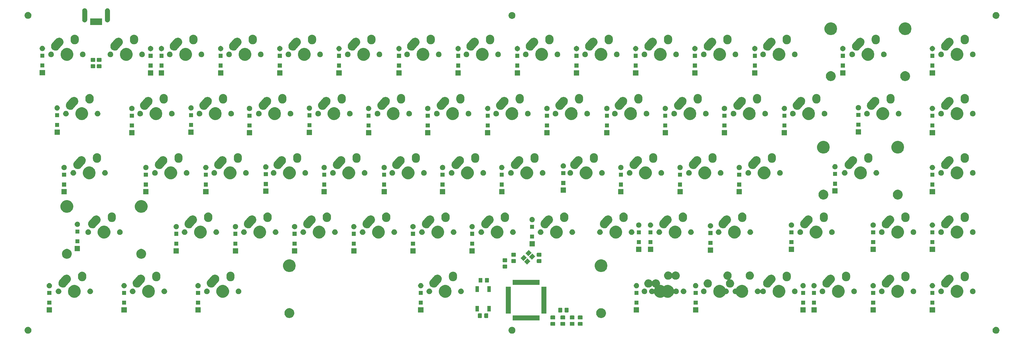
<source format=gbr>
G04 #@! TF.GenerationSoftware,KiCad,Pcbnew,(5.1.5)-3*
G04 #@! TF.CreationDate,2020-03-18T20:23:37-05:00*
G04 #@! TF.ProjectId,Advanced-PCB,41647661-6e63-4656-942d-5043422e6b69,rev?*
G04 #@! TF.SameCoordinates,Original*
G04 #@! TF.FileFunction,Soldermask,Bot*
G04 #@! TF.FilePolarity,Negative*
%FSLAX46Y46*%
G04 Gerber Fmt 4.6, Leading zero omitted, Abs format (unit mm)*
G04 Created by KiCad (PCBNEW (5.1.5)-3) date 2020-03-18 20:23:37*
%MOMM*%
%LPD*%
G04 APERTURE LIST*
%ADD10C,0.100000*%
G04 APERTURE END LIST*
D10*
G36*
X323904715Y-144114516D02*
G01*
X324011070Y-144135671D01*
X324211440Y-144218667D01*
X324391764Y-144339155D01*
X324545125Y-144492516D01*
X324665613Y-144672840D01*
X324665613Y-144672841D01*
X324745453Y-144865590D01*
X324748609Y-144873211D01*
X324790920Y-145085920D01*
X324790920Y-145302800D01*
X324748609Y-145515509D01*
X324665613Y-145715880D01*
X324545125Y-145896204D01*
X324391764Y-146049565D01*
X324211440Y-146170053D01*
X324111254Y-146211551D01*
X324011070Y-146253049D01*
X323904714Y-146274205D01*
X323798360Y-146295360D01*
X323581480Y-146295360D01*
X323475126Y-146274205D01*
X323368770Y-146253049D01*
X323268586Y-146211551D01*
X323168400Y-146170053D01*
X322988076Y-146049565D01*
X322834715Y-145896204D01*
X322714227Y-145715880D01*
X322631231Y-145515509D01*
X322588920Y-145302800D01*
X322588920Y-145085920D01*
X322631231Y-144873211D01*
X322634388Y-144865590D01*
X322714227Y-144672841D01*
X322714227Y-144672840D01*
X322834715Y-144492516D01*
X322988076Y-144339155D01*
X323168400Y-144218667D01*
X323268586Y-144177169D01*
X323368770Y-144135671D01*
X323475125Y-144114516D01*
X323581480Y-144093360D01*
X323798360Y-144093360D01*
X323904715Y-144114516D01*
G37*
G36*
X168502435Y-144106896D02*
G01*
X168608790Y-144128051D01*
X168708974Y-144169549D01*
X168809160Y-144211047D01*
X168989484Y-144331535D01*
X169142845Y-144484896D01*
X169263333Y-144665220D01*
X169346329Y-144865590D01*
X169388640Y-145078301D01*
X169388640Y-145295179D01*
X169346329Y-145507890D01*
X169263333Y-145708260D01*
X169142845Y-145888584D01*
X168989484Y-146041945D01*
X168809160Y-146162433D01*
X168608790Y-146245429D01*
X168502434Y-146266585D01*
X168396080Y-146287740D01*
X168179200Y-146287740D01*
X168072846Y-146266585D01*
X167966490Y-146245429D01*
X167766120Y-146162433D01*
X167585796Y-146041945D01*
X167432435Y-145888584D01*
X167311947Y-145708260D01*
X167270449Y-145608074D01*
X167228951Y-145507890D01*
X167186640Y-145295179D01*
X167186640Y-145078301D01*
X167228951Y-144865590D01*
X167311947Y-144665220D01*
X167432435Y-144484896D01*
X167585796Y-144331535D01*
X167766120Y-144211047D01*
X167866306Y-144169549D01*
X167966490Y-144128051D01*
X168072845Y-144106896D01*
X168179200Y-144085740D01*
X168396080Y-144085740D01*
X168502435Y-144106896D01*
G37*
G36*
X13107775Y-144106896D02*
G01*
X13214130Y-144128051D01*
X13314314Y-144169549D01*
X13414500Y-144211047D01*
X13594824Y-144331535D01*
X13748185Y-144484896D01*
X13868673Y-144665220D01*
X13951669Y-144865590D01*
X13993980Y-145078301D01*
X13993980Y-145295179D01*
X13951669Y-145507890D01*
X13910171Y-145608074D01*
X13868673Y-145708260D01*
X13748185Y-145888584D01*
X13594824Y-146041945D01*
X13414500Y-146162433D01*
X13214130Y-146245429D01*
X13107774Y-146266585D01*
X13001420Y-146287740D01*
X12784540Y-146287740D01*
X12678186Y-146266585D01*
X12571830Y-146245429D01*
X12371460Y-146162433D01*
X12191136Y-146041945D01*
X12037775Y-145888584D01*
X11917287Y-145708260D01*
X11834291Y-145507890D01*
X11791980Y-145295179D01*
X11791980Y-145078301D01*
X11834291Y-144865590D01*
X11917287Y-144665220D01*
X12037775Y-144484896D01*
X12191136Y-144331535D01*
X12371460Y-144211047D01*
X12471646Y-144169549D01*
X12571830Y-144128051D01*
X12678185Y-144106896D01*
X12784540Y-144085740D01*
X13001420Y-144085740D01*
X13107775Y-144106896D01*
G37*
G36*
X181988674Y-142503465D02*
G01*
X182026367Y-142514899D01*
X182061103Y-142533466D01*
X182091548Y-142558452D01*
X182116534Y-142588897D01*
X182135101Y-142623633D01*
X182146535Y-142661326D01*
X182151000Y-142706661D01*
X182151000Y-143543339D01*
X182146535Y-143588674D01*
X182135101Y-143626367D01*
X182116534Y-143661103D01*
X182091548Y-143691548D01*
X182061103Y-143716534D01*
X182026367Y-143735101D01*
X181988674Y-143746535D01*
X181943339Y-143751000D01*
X180856661Y-143751000D01*
X180811326Y-143746535D01*
X180773633Y-143735101D01*
X180738897Y-143716534D01*
X180708452Y-143691548D01*
X180683466Y-143661103D01*
X180664899Y-143626367D01*
X180653465Y-143588674D01*
X180649000Y-143543339D01*
X180649000Y-142706661D01*
X180653465Y-142661326D01*
X180664899Y-142623633D01*
X180683466Y-142588897D01*
X180708452Y-142558452D01*
X180738897Y-142533466D01*
X180773633Y-142514899D01*
X180811326Y-142503465D01*
X180856661Y-142499000D01*
X181943339Y-142499000D01*
X181988674Y-142503465D01*
G37*
G36*
X188188674Y-142503465D02*
G01*
X188226367Y-142514899D01*
X188261103Y-142533466D01*
X188291548Y-142558452D01*
X188316534Y-142588897D01*
X188335101Y-142623633D01*
X188346535Y-142661326D01*
X188351000Y-142706661D01*
X188351000Y-143543339D01*
X188346535Y-143588674D01*
X188335101Y-143626367D01*
X188316534Y-143661103D01*
X188291548Y-143691548D01*
X188261103Y-143716534D01*
X188226367Y-143735101D01*
X188188674Y-143746535D01*
X188143339Y-143751000D01*
X187056661Y-143751000D01*
X187011326Y-143746535D01*
X186973633Y-143735101D01*
X186938897Y-143716534D01*
X186908452Y-143691548D01*
X186883466Y-143661103D01*
X186864899Y-143626367D01*
X186853465Y-143588674D01*
X186849000Y-143543339D01*
X186849000Y-142706661D01*
X186853465Y-142661326D01*
X186864899Y-142623633D01*
X186883466Y-142588897D01*
X186908452Y-142558452D01*
X186938897Y-142533466D01*
X186973633Y-142514899D01*
X187011326Y-142503465D01*
X187056661Y-142499000D01*
X188143339Y-142499000D01*
X188188674Y-142503465D01*
G37*
G36*
X190788674Y-142503465D02*
G01*
X190826367Y-142514899D01*
X190861103Y-142533466D01*
X190891548Y-142558452D01*
X190916534Y-142588897D01*
X190935101Y-142623633D01*
X190946535Y-142661326D01*
X190951000Y-142706661D01*
X190951000Y-143543339D01*
X190946535Y-143588674D01*
X190935101Y-143626367D01*
X190916534Y-143661103D01*
X190891548Y-143691548D01*
X190861103Y-143716534D01*
X190826367Y-143735101D01*
X190788674Y-143746535D01*
X190743339Y-143751000D01*
X189656661Y-143751000D01*
X189611326Y-143746535D01*
X189573633Y-143735101D01*
X189538897Y-143716534D01*
X189508452Y-143691548D01*
X189483466Y-143661103D01*
X189464899Y-143626367D01*
X189453465Y-143588674D01*
X189449000Y-143543339D01*
X189449000Y-142706661D01*
X189453465Y-142661326D01*
X189464899Y-142623633D01*
X189483466Y-142588897D01*
X189508452Y-142558452D01*
X189538897Y-142533466D01*
X189573633Y-142514899D01*
X189611326Y-142503465D01*
X189656661Y-142499000D01*
X190743339Y-142499000D01*
X190788674Y-142503465D01*
G37*
G36*
X185188674Y-142503465D02*
G01*
X185226367Y-142514899D01*
X185261103Y-142533466D01*
X185291548Y-142558452D01*
X185316534Y-142588897D01*
X185335101Y-142623633D01*
X185346535Y-142661326D01*
X185351000Y-142706661D01*
X185351000Y-143543339D01*
X185346535Y-143588674D01*
X185335101Y-143626367D01*
X185316534Y-143661103D01*
X185291548Y-143691548D01*
X185261103Y-143716534D01*
X185226367Y-143735101D01*
X185188674Y-143746535D01*
X185143339Y-143751000D01*
X184056661Y-143751000D01*
X184011326Y-143746535D01*
X183973633Y-143735101D01*
X183938897Y-143716534D01*
X183908452Y-143691548D01*
X183883466Y-143661103D01*
X183864899Y-143626367D01*
X183853465Y-143588674D01*
X183849000Y-143543339D01*
X183849000Y-142706661D01*
X183853465Y-142661326D01*
X183864899Y-142623633D01*
X183883466Y-142588897D01*
X183908452Y-142558452D01*
X183938897Y-142533466D01*
X183973633Y-142514899D01*
X184011326Y-142503465D01*
X184056661Y-142499000D01*
X185143339Y-142499000D01*
X185188674Y-142503465D01*
G37*
G36*
X177126000Y-142001000D02*
G01*
X168474000Y-142001000D01*
X168474000Y-140399000D01*
X177126000Y-140399000D01*
X177126000Y-142001000D01*
G37*
G36*
X181988674Y-140453465D02*
G01*
X182026367Y-140464899D01*
X182061103Y-140483466D01*
X182091548Y-140508452D01*
X182116534Y-140538897D01*
X182135101Y-140573633D01*
X182146535Y-140611326D01*
X182151000Y-140656661D01*
X182151000Y-141493339D01*
X182146535Y-141538674D01*
X182135101Y-141576367D01*
X182116534Y-141611103D01*
X182091548Y-141641548D01*
X182061103Y-141666534D01*
X182026367Y-141685101D01*
X181988674Y-141696535D01*
X181943339Y-141701000D01*
X180856661Y-141701000D01*
X180811326Y-141696535D01*
X180773633Y-141685101D01*
X180738897Y-141666534D01*
X180708452Y-141641548D01*
X180683466Y-141611103D01*
X180664899Y-141576367D01*
X180653465Y-141538674D01*
X180649000Y-141493339D01*
X180649000Y-140656661D01*
X180653465Y-140611326D01*
X180664899Y-140573633D01*
X180683466Y-140538897D01*
X180708452Y-140508452D01*
X180738897Y-140483466D01*
X180773633Y-140464899D01*
X180811326Y-140453465D01*
X180856661Y-140449000D01*
X181943339Y-140449000D01*
X181988674Y-140453465D01*
G37*
G36*
X185188674Y-140453465D02*
G01*
X185226367Y-140464899D01*
X185261103Y-140483466D01*
X185291548Y-140508452D01*
X185316534Y-140538897D01*
X185335101Y-140573633D01*
X185346535Y-140611326D01*
X185351000Y-140656661D01*
X185351000Y-141493339D01*
X185346535Y-141538674D01*
X185335101Y-141576367D01*
X185316534Y-141611103D01*
X185291548Y-141641548D01*
X185261103Y-141666534D01*
X185226367Y-141685101D01*
X185188674Y-141696535D01*
X185143339Y-141701000D01*
X184056661Y-141701000D01*
X184011326Y-141696535D01*
X183973633Y-141685101D01*
X183938897Y-141666534D01*
X183908452Y-141641548D01*
X183883466Y-141611103D01*
X183864899Y-141576367D01*
X183853465Y-141538674D01*
X183849000Y-141493339D01*
X183849000Y-140656661D01*
X183853465Y-140611326D01*
X183864899Y-140573633D01*
X183883466Y-140538897D01*
X183908452Y-140508452D01*
X183938897Y-140483466D01*
X183973633Y-140464899D01*
X184011326Y-140453465D01*
X184056661Y-140449000D01*
X185143339Y-140449000D01*
X185188674Y-140453465D01*
G37*
G36*
X188188674Y-140453465D02*
G01*
X188226367Y-140464899D01*
X188261103Y-140483466D01*
X188291548Y-140508452D01*
X188316534Y-140538897D01*
X188335101Y-140573633D01*
X188346535Y-140611326D01*
X188351000Y-140656661D01*
X188351000Y-141493339D01*
X188346535Y-141538674D01*
X188335101Y-141576367D01*
X188316534Y-141611103D01*
X188291548Y-141641548D01*
X188261103Y-141666534D01*
X188226367Y-141685101D01*
X188188674Y-141696535D01*
X188143339Y-141701000D01*
X187056661Y-141701000D01*
X187011326Y-141696535D01*
X186973633Y-141685101D01*
X186938897Y-141666534D01*
X186908452Y-141641548D01*
X186883466Y-141611103D01*
X186864899Y-141576367D01*
X186853465Y-141538674D01*
X186849000Y-141493339D01*
X186849000Y-140656661D01*
X186853465Y-140611326D01*
X186864899Y-140573633D01*
X186883466Y-140538897D01*
X186908452Y-140508452D01*
X186938897Y-140483466D01*
X186973633Y-140464899D01*
X187011326Y-140453465D01*
X187056661Y-140449000D01*
X188143339Y-140449000D01*
X188188674Y-140453465D01*
G37*
G36*
X190788674Y-140453465D02*
G01*
X190826367Y-140464899D01*
X190861103Y-140483466D01*
X190891548Y-140508452D01*
X190916534Y-140538897D01*
X190935101Y-140573633D01*
X190946535Y-140611326D01*
X190951000Y-140656661D01*
X190951000Y-141493339D01*
X190946535Y-141538674D01*
X190935101Y-141576367D01*
X190916534Y-141611103D01*
X190891548Y-141641548D01*
X190861103Y-141666534D01*
X190826367Y-141685101D01*
X190788674Y-141696535D01*
X190743339Y-141701000D01*
X189656661Y-141701000D01*
X189611326Y-141696535D01*
X189573633Y-141685101D01*
X189538897Y-141666534D01*
X189508452Y-141641548D01*
X189483466Y-141611103D01*
X189464899Y-141576367D01*
X189453465Y-141538674D01*
X189449000Y-141493339D01*
X189449000Y-140656661D01*
X189453465Y-140611326D01*
X189464899Y-140573633D01*
X189483466Y-140538897D01*
X189508452Y-140508452D01*
X189538897Y-140483466D01*
X189573633Y-140464899D01*
X189611326Y-140453465D01*
X189656661Y-140449000D01*
X190743339Y-140449000D01*
X190788674Y-140453465D01*
G37*
G36*
X160488674Y-139753465D02*
G01*
X160526367Y-139764899D01*
X160561103Y-139783466D01*
X160591548Y-139808452D01*
X160616534Y-139838897D01*
X160635101Y-139873633D01*
X160646535Y-139911326D01*
X160651000Y-139956661D01*
X160651000Y-141043339D01*
X160646535Y-141088674D01*
X160635101Y-141126367D01*
X160616534Y-141161103D01*
X160591548Y-141191548D01*
X160561103Y-141216534D01*
X160526367Y-141235101D01*
X160488674Y-141246535D01*
X160443339Y-141251000D01*
X159606661Y-141251000D01*
X159561326Y-141246535D01*
X159523633Y-141235101D01*
X159488897Y-141216534D01*
X159458452Y-141191548D01*
X159433466Y-141161103D01*
X159414899Y-141126367D01*
X159403465Y-141088674D01*
X159399000Y-141043339D01*
X159399000Y-139956661D01*
X159403465Y-139911326D01*
X159414899Y-139873633D01*
X159433466Y-139838897D01*
X159458452Y-139808452D01*
X159488897Y-139783466D01*
X159523633Y-139764899D01*
X159561326Y-139753465D01*
X159606661Y-139749000D01*
X160443339Y-139749000D01*
X160488674Y-139753465D01*
G37*
G36*
X158438674Y-139753465D02*
G01*
X158476367Y-139764899D01*
X158511103Y-139783466D01*
X158541548Y-139808452D01*
X158566534Y-139838897D01*
X158585101Y-139873633D01*
X158596535Y-139911326D01*
X158601000Y-139956661D01*
X158601000Y-141043339D01*
X158596535Y-141088674D01*
X158585101Y-141126367D01*
X158566534Y-141161103D01*
X158541548Y-141191548D01*
X158511103Y-141216534D01*
X158476367Y-141235101D01*
X158438674Y-141246535D01*
X158393339Y-141251000D01*
X157556661Y-141251000D01*
X157511326Y-141246535D01*
X157473633Y-141235101D01*
X157438897Y-141216534D01*
X157408452Y-141191548D01*
X157383466Y-141161103D01*
X157364899Y-141126367D01*
X157353465Y-141088674D01*
X157349000Y-141043339D01*
X157349000Y-139956661D01*
X157353465Y-139911326D01*
X157364899Y-139873633D01*
X157383466Y-139838897D01*
X157408452Y-139808452D01*
X157438897Y-139783466D01*
X157473633Y-139764899D01*
X157511326Y-139753465D01*
X157556661Y-139749000D01*
X158393339Y-139749000D01*
X158438674Y-139753465D01*
G37*
G36*
X197122425Y-138117017D02*
G01*
X197341161Y-138160526D01*
X197459887Y-138209704D01*
X197627791Y-138279252D01*
X197627792Y-138279253D01*
X197885754Y-138451617D01*
X198105133Y-138670996D01*
X198220303Y-138843361D01*
X198277498Y-138928959D01*
X198347046Y-139096863D01*
X198390011Y-139200589D01*
X198396224Y-139215590D01*
X198453767Y-139504876D01*
X198456750Y-139519876D01*
X198456750Y-139830124D01*
X198399208Y-140119411D01*
X198396224Y-140134410D01*
X198277498Y-140421041D01*
X198277497Y-140421042D01*
X198105133Y-140679004D01*
X197885754Y-140898383D01*
X197713389Y-141013553D01*
X197627791Y-141070748D01*
X197493514Y-141126367D01*
X197341161Y-141189474D01*
X197262447Y-141205131D01*
X197036875Y-141250000D01*
X196726625Y-141250000D01*
X196501053Y-141205131D01*
X196422339Y-141189474D01*
X196269986Y-141126367D01*
X196135709Y-141070748D01*
X196050111Y-141013553D01*
X195877746Y-140898383D01*
X195658367Y-140679004D01*
X195486003Y-140421042D01*
X195486002Y-140421041D01*
X195367276Y-140134410D01*
X195364293Y-140119411D01*
X195306750Y-139830124D01*
X195306750Y-139519876D01*
X195309734Y-139504876D01*
X195367276Y-139215590D01*
X195373490Y-139200589D01*
X195416454Y-139096863D01*
X195486002Y-138928959D01*
X195543197Y-138843361D01*
X195658367Y-138670996D01*
X195877746Y-138451617D01*
X196135708Y-138279253D01*
X196135709Y-138279252D01*
X196303613Y-138209704D01*
X196422339Y-138160526D01*
X196641075Y-138117017D01*
X196726625Y-138100000D01*
X197036875Y-138100000D01*
X197122425Y-138117017D01*
G37*
G36*
X97036285Y-138100000D02*
G01*
X97265161Y-138145526D01*
X97383887Y-138194704D01*
X97551791Y-138264252D01*
X97637389Y-138321447D01*
X97809754Y-138436617D01*
X98029133Y-138655996D01*
X98039156Y-138670997D01*
X98201498Y-138913959D01*
X98207711Y-138928959D01*
X98320224Y-139200589D01*
X98323208Y-139215590D01*
X98380750Y-139504875D01*
X98380750Y-139815125D01*
X98377766Y-139830125D01*
X98320224Y-140119411D01*
X98271046Y-140238137D01*
X98201498Y-140406041D01*
X98169810Y-140453465D01*
X98029133Y-140664004D01*
X97809754Y-140883383D01*
X97666911Y-140978827D01*
X97551791Y-141055748D01*
X97472300Y-141088674D01*
X97265161Y-141174474D01*
X97113017Y-141204737D01*
X96960875Y-141235000D01*
X96650625Y-141235000D01*
X96498483Y-141204737D01*
X96346339Y-141174474D01*
X96139200Y-141088674D01*
X96059709Y-141055748D01*
X95944589Y-140978827D01*
X95801746Y-140883383D01*
X95582367Y-140664004D01*
X95441690Y-140453465D01*
X95410002Y-140406041D01*
X95340454Y-140238137D01*
X95291276Y-140119411D01*
X95233734Y-139830125D01*
X95230750Y-139815125D01*
X95230750Y-139504875D01*
X95288292Y-139215590D01*
X95291276Y-139200589D01*
X95403789Y-138928959D01*
X95410002Y-138913959D01*
X95572344Y-138670997D01*
X95582367Y-138655996D01*
X95801746Y-138436617D01*
X95974111Y-138321447D01*
X96059709Y-138264252D01*
X96227613Y-138194704D01*
X96346339Y-138145526D01*
X96575215Y-138100000D01*
X96650625Y-138085000D01*
X96960875Y-138085000D01*
X97036285Y-138100000D01*
G37*
G36*
X167901000Y-139826000D02*
G01*
X166299000Y-139826000D01*
X166299000Y-131174000D01*
X167901000Y-131174000D01*
X167901000Y-139826000D01*
G37*
G36*
X179301000Y-139826000D02*
G01*
X177699000Y-139826000D01*
X177699000Y-131174000D01*
X179301000Y-131174000D01*
X179301000Y-139826000D01*
G37*
G36*
X304101000Y-139501000D02*
G01*
X302399000Y-139501000D01*
X302399000Y-137799000D01*
X304101000Y-137799000D01*
X304101000Y-139501000D01*
G37*
G36*
X262601000Y-139501000D02*
G01*
X260899000Y-139501000D01*
X260899000Y-137799000D01*
X262601000Y-137799000D01*
X262601000Y-139501000D01*
G37*
G36*
X285101000Y-139501000D02*
G01*
X283399000Y-139501000D01*
X283399000Y-137799000D01*
X285101000Y-137799000D01*
X285101000Y-139501000D01*
G37*
G36*
X266101000Y-139501000D02*
G01*
X264399000Y-139501000D01*
X264399000Y-137799000D01*
X266101000Y-137799000D01*
X266101000Y-139501000D01*
G37*
G36*
X228101000Y-139501000D02*
G01*
X226399000Y-139501000D01*
X226399000Y-137799000D01*
X228101000Y-137799000D01*
X228101000Y-139501000D01*
G37*
G36*
X139851000Y-139501000D02*
G01*
X138149000Y-139501000D01*
X138149000Y-137799000D01*
X139851000Y-137799000D01*
X139851000Y-139501000D01*
G37*
G36*
X68351000Y-139501000D02*
G01*
X66649000Y-139501000D01*
X66649000Y-137799000D01*
X68351000Y-137799000D01*
X68351000Y-139501000D01*
G37*
G36*
X44601000Y-139501000D02*
G01*
X42899000Y-139501000D01*
X42899000Y-137799000D01*
X44601000Y-137799000D01*
X44601000Y-139501000D01*
G37*
G36*
X20601000Y-139501000D02*
G01*
X18899000Y-139501000D01*
X18899000Y-137799000D01*
X20601000Y-137799000D01*
X20601000Y-139501000D01*
G37*
G36*
X209101000Y-139501000D02*
G01*
X207399000Y-139501000D01*
X207399000Y-137799000D01*
X209101000Y-137799000D01*
X209101000Y-139501000D01*
G37*
G36*
X186288674Y-137953465D02*
G01*
X186326367Y-137964899D01*
X186361103Y-137983466D01*
X186391548Y-138008452D01*
X186416534Y-138038897D01*
X186435101Y-138073633D01*
X186446535Y-138111326D01*
X186451000Y-138156661D01*
X186451000Y-139243339D01*
X186446535Y-139288674D01*
X186435101Y-139326367D01*
X186416534Y-139361103D01*
X186391548Y-139391548D01*
X186361103Y-139416534D01*
X186326367Y-139435101D01*
X186288674Y-139446535D01*
X186243339Y-139451000D01*
X185406661Y-139451000D01*
X185361326Y-139446535D01*
X185323633Y-139435101D01*
X185288897Y-139416534D01*
X185258452Y-139391548D01*
X185233466Y-139361103D01*
X185214899Y-139326367D01*
X185203465Y-139288674D01*
X185199000Y-139243339D01*
X185199000Y-138156661D01*
X185203465Y-138111326D01*
X185214899Y-138073633D01*
X185233466Y-138038897D01*
X185258452Y-138008452D01*
X185288897Y-137983466D01*
X185323633Y-137964899D01*
X185361326Y-137953465D01*
X185406661Y-137949000D01*
X186243339Y-137949000D01*
X186288674Y-137953465D01*
G37*
G36*
X184238674Y-137953465D02*
G01*
X184276367Y-137964899D01*
X184311103Y-137983466D01*
X184341548Y-138008452D01*
X184366534Y-138038897D01*
X184385101Y-138073633D01*
X184396535Y-138111326D01*
X184401000Y-138156661D01*
X184401000Y-139243339D01*
X184396535Y-139288674D01*
X184385101Y-139326367D01*
X184366534Y-139361103D01*
X184341548Y-139391548D01*
X184311103Y-139416534D01*
X184276367Y-139435101D01*
X184238674Y-139446535D01*
X184193339Y-139451000D01*
X183356661Y-139451000D01*
X183311326Y-139446535D01*
X183273633Y-139435101D01*
X183238897Y-139416534D01*
X183208452Y-139391548D01*
X183183466Y-139361103D01*
X183164899Y-139326367D01*
X183153465Y-139288674D01*
X183149000Y-139243339D01*
X183149000Y-138156661D01*
X183153465Y-138111326D01*
X183164899Y-138073633D01*
X183183466Y-138038897D01*
X183208452Y-138008452D01*
X183238897Y-137983466D01*
X183273633Y-137964899D01*
X183311326Y-137953465D01*
X183356661Y-137949000D01*
X184193339Y-137949000D01*
X184238674Y-137953465D01*
G37*
G36*
X161451000Y-139151000D02*
G01*
X160349000Y-139151000D01*
X160349000Y-137349000D01*
X161451000Y-137349000D01*
X161451000Y-139151000D01*
G37*
G36*
X157651000Y-139151000D02*
G01*
X156549000Y-139151000D01*
X156549000Y-137349000D01*
X157651000Y-137349000D01*
X157651000Y-139151000D01*
G37*
G36*
X44401000Y-136976000D02*
G01*
X43099000Y-136976000D01*
X43099000Y-135674000D01*
X44401000Y-135674000D01*
X44401000Y-136976000D01*
G37*
G36*
X262401000Y-136976000D02*
G01*
X261099000Y-136976000D01*
X261099000Y-135674000D01*
X262401000Y-135674000D01*
X262401000Y-136976000D01*
G37*
G36*
X208901000Y-136976000D02*
G01*
X207599000Y-136976000D01*
X207599000Y-135674000D01*
X208901000Y-135674000D01*
X208901000Y-136976000D01*
G37*
G36*
X227901000Y-136976000D02*
G01*
X226599000Y-136976000D01*
X226599000Y-135674000D01*
X227901000Y-135674000D01*
X227901000Y-136976000D01*
G37*
G36*
X265901000Y-136976000D02*
G01*
X264599000Y-136976000D01*
X264599000Y-135674000D01*
X265901000Y-135674000D01*
X265901000Y-136976000D01*
G37*
G36*
X284901000Y-136976000D02*
G01*
X283599000Y-136976000D01*
X283599000Y-135674000D01*
X284901000Y-135674000D01*
X284901000Y-136976000D01*
G37*
G36*
X68151000Y-136976000D02*
G01*
X66849000Y-136976000D01*
X66849000Y-135674000D01*
X68151000Y-135674000D01*
X68151000Y-136976000D01*
G37*
G36*
X139651000Y-136976000D02*
G01*
X138349000Y-136976000D01*
X138349000Y-135674000D01*
X139651000Y-135674000D01*
X139651000Y-136976000D01*
G37*
G36*
X20401000Y-136976000D02*
G01*
X19099000Y-136976000D01*
X19099000Y-135674000D01*
X20401000Y-135674000D01*
X20401000Y-136976000D01*
G37*
G36*
X303901000Y-136976000D02*
G01*
X302599000Y-136976000D01*
X302599000Y-135674000D01*
X303901000Y-135674000D01*
X303901000Y-136976000D01*
G37*
G36*
X235546474Y-130708684D02*
G01*
X235672119Y-130760728D01*
X235918623Y-130862833D01*
X236253548Y-131086623D01*
X236538377Y-131371452D01*
X236758574Y-131701000D01*
X236764107Y-131709281D01*
X236772383Y-131724765D01*
X236787928Y-131743707D01*
X236806869Y-131759252D01*
X236828480Y-131770804D01*
X236851929Y-131777917D01*
X236876315Y-131780319D01*
X236900702Y-131777917D01*
X236924919Y-131773100D01*
X237102581Y-131773100D01*
X237189702Y-131790430D01*
X237276825Y-131807759D01*
X237386248Y-131853084D01*
X237440961Y-131875747D01*
X237542317Y-131943471D01*
X237588678Y-131974448D01*
X237714302Y-132100072D01*
X237714304Y-132100075D01*
X237813003Y-132247789D01*
X237835666Y-132302502D01*
X237880991Y-132411925D01*
X237915650Y-132586171D01*
X237915650Y-132763829D01*
X237880991Y-132938075D01*
X237835666Y-133047498D01*
X237813003Y-133102211D01*
X237782942Y-133147200D01*
X237714302Y-133249928D01*
X237588678Y-133375552D01*
X237588675Y-133375554D01*
X237440961Y-133474253D01*
X237386248Y-133496916D01*
X237276825Y-133542241D01*
X237189702Y-133559571D01*
X237102581Y-133576900D01*
X236924919Y-133576900D01*
X236900702Y-133572083D01*
X236876316Y-133569681D01*
X236851929Y-133572083D01*
X236828481Y-133579196D01*
X236806870Y-133590747D01*
X236787928Y-133606293D01*
X236772383Y-133625235D01*
X236764107Y-133640719D01*
X236762168Y-133643621D01*
X236762167Y-133643623D01*
X236538377Y-133978548D01*
X236253548Y-134263377D01*
X235918623Y-134487167D01*
X235764474Y-134551017D01*
X235546474Y-134641316D01*
X235151406Y-134719900D01*
X234748594Y-134719900D01*
X234353526Y-134641316D01*
X234135526Y-134551017D01*
X233981377Y-134487167D01*
X233646452Y-134263377D01*
X233361623Y-133978548D01*
X233137833Y-133643623D01*
X233030674Y-133384918D01*
X232983684Y-133271474D01*
X232905100Y-132876406D01*
X232905100Y-132473594D01*
X232983684Y-132078526D01*
X233088284Y-131826000D01*
X233137833Y-131706377D01*
X233361623Y-131371452D01*
X233646452Y-131086623D01*
X233981377Y-130862833D01*
X234227881Y-130760728D01*
X234353526Y-130708684D01*
X234748594Y-130630100D01*
X235151406Y-130630100D01*
X235546474Y-130708684D01*
G37*
G36*
X242690224Y-130708684D02*
G01*
X242815869Y-130760728D01*
X243062373Y-130862833D01*
X243397298Y-131086623D01*
X243682127Y-131371452D01*
X243905917Y-131706377D01*
X243955466Y-131826000D01*
X244060066Y-132078526D01*
X244138650Y-132473594D01*
X244138650Y-132876406D01*
X244060066Y-133271474D01*
X244013076Y-133384918D01*
X243905917Y-133643623D01*
X243682127Y-133978548D01*
X243397298Y-134263377D01*
X243062373Y-134487167D01*
X242908224Y-134551017D01*
X242690224Y-134641316D01*
X242295156Y-134719900D01*
X241892344Y-134719900D01*
X241497276Y-134641316D01*
X241279276Y-134551017D01*
X241125127Y-134487167D01*
X240790202Y-134263377D01*
X240505373Y-133978548D01*
X240281583Y-133643623D01*
X240281582Y-133643621D01*
X240279643Y-133640719D01*
X240271367Y-133625235D01*
X240255822Y-133606293D01*
X240236881Y-133590748D01*
X240215270Y-133579196D01*
X240191821Y-133572083D01*
X240167435Y-133569681D01*
X240143048Y-133572083D01*
X240118831Y-133576900D01*
X239941169Y-133576900D01*
X239854048Y-133559571D01*
X239766925Y-133542241D01*
X239657502Y-133496916D01*
X239602789Y-133474253D01*
X239455075Y-133375554D01*
X239455072Y-133375552D01*
X239329448Y-133249928D01*
X239260808Y-133147200D01*
X239230747Y-133102211D01*
X239208084Y-133047498D01*
X239162759Y-132938075D01*
X239128100Y-132763829D01*
X239128100Y-132586171D01*
X239162759Y-132411925D01*
X239208084Y-132302502D01*
X239230747Y-132247789D01*
X239329446Y-132100075D01*
X239329448Y-132100072D01*
X239455072Y-131974448D01*
X239501433Y-131943471D01*
X239602789Y-131875747D01*
X239657502Y-131853084D01*
X239766925Y-131807759D01*
X239854048Y-131790430D01*
X239941169Y-131773100D01*
X240118831Y-131773100D01*
X240143048Y-131777917D01*
X240167434Y-131780319D01*
X240191821Y-131777917D01*
X240215269Y-131770804D01*
X240236880Y-131759253D01*
X240255822Y-131743707D01*
X240271367Y-131724765D01*
X240279643Y-131709281D01*
X240285176Y-131701000D01*
X240505373Y-131371452D01*
X240790202Y-131086623D01*
X241125127Y-130862833D01*
X241371631Y-130760728D01*
X241497276Y-130708684D01*
X241892344Y-130630100D01*
X242295156Y-130630100D01*
X242690224Y-130708684D01*
G37*
G36*
X292696474Y-130708684D02*
G01*
X292822119Y-130760728D01*
X293068623Y-130862833D01*
X293403548Y-131086623D01*
X293688377Y-131371452D01*
X293912167Y-131706377D01*
X293961716Y-131826000D01*
X294066316Y-132078526D01*
X294144900Y-132473594D01*
X294144900Y-132876406D01*
X294066316Y-133271474D01*
X294019326Y-133384918D01*
X293912167Y-133643623D01*
X293688377Y-133978548D01*
X293403548Y-134263377D01*
X293068623Y-134487167D01*
X292914474Y-134551017D01*
X292696474Y-134641316D01*
X292301406Y-134719900D01*
X291898594Y-134719900D01*
X291503526Y-134641316D01*
X291285526Y-134551017D01*
X291131377Y-134487167D01*
X290796452Y-134263377D01*
X290511623Y-133978548D01*
X290287833Y-133643623D01*
X290180674Y-133384918D01*
X290133684Y-133271474D01*
X290055100Y-132876406D01*
X290055100Y-132473594D01*
X290133684Y-132078526D01*
X290238284Y-131826000D01*
X290287833Y-131706377D01*
X290511623Y-131371452D01*
X290796452Y-131086623D01*
X291131377Y-130862833D01*
X291377881Y-130760728D01*
X291503526Y-130708684D01*
X291898594Y-130630100D01*
X292301406Y-130630100D01*
X292696474Y-130708684D01*
G37*
G36*
X273646474Y-130708684D02*
G01*
X273772119Y-130760728D01*
X274018623Y-130862833D01*
X274353548Y-131086623D01*
X274638377Y-131371452D01*
X274862167Y-131706377D01*
X274911716Y-131826000D01*
X275016316Y-132078526D01*
X275094900Y-132473594D01*
X275094900Y-132876406D01*
X275016316Y-133271474D01*
X274969326Y-133384918D01*
X274862167Y-133643623D01*
X274638377Y-133978548D01*
X274353548Y-134263377D01*
X274018623Y-134487167D01*
X273864474Y-134551017D01*
X273646474Y-134641316D01*
X273251406Y-134719900D01*
X272848594Y-134719900D01*
X272453526Y-134641316D01*
X272235526Y-134551017D01*
X272081377Y-134487167D01*
X271746452Y-134263377D01*
X271461623Y-133978548D01*
X271237833Y-133643623D01*
X271130674Y-133384918D01*
X271083684Y-133271474D01*
X271005100Y-132876406D01*
X271005100Y-132473594D01*
X271083684Y-132078526D01*
X271188284Y-131826000D01*
X271237833Y-131706377D01*
X271461623Y-131371452D01*
X271746452Y-131086623D01*
X272081377Y-130862833D01*
X272327881Y-130760728D01*
X272453526Y-130708684D01*
X272848594Y-130630100D01*
X273251406Y-130630100D01*
X273646474Y-130708684D01*
G37*
G36*
X311746474Y-130708684D02*
G01*
X311872119Y-130760728D01*
X312118623Y-130862833D01*
X312453548Y-131086623D01*
X312738377Y-131371452D01*
X312962167Y-131706377D01*
X313011716Y-131826000D01*
X313116316Y-132078526D01*
X313194900Y-132473594D01*
X313194900Y-132876406D01*
X313116316Y-133271474D01*
X313069326Y-133384918D01*
X312962167Y-133643623D01*
X312738377Y-133978548D01*
X312453548Y-134263377D01*
X312118623Y-134487167D01*
X311964474Y-134551017D01*
X311746474Y-134641316D01*
X311351406Y-134719900D01*
X310948594Y-134719900D01*
X310553526Y-134641316D01*
X310335526Y-134551017D01*
X310181377Y-134487167D01*
X309846452Y-134263377D01*
X309561623Y-133978548D01*
X309337833Y-133643623D01*
X309230674Y-133384918D01*
X309183684Y-133271474D01*
X309105100Y-132876406D01*
X309105100Y-132473594D01*
X309183684Y-132078526D01*
X309288284Y-131826000D01*
X309337833Y-131706377D01*
X309561623Y-131371452D01*
X309846452Y-131086623D01*
X310181377Y-130862833D01*
X310427881Y-130760728D01*
X310553526Y-130708684D01*
X310948594Y-130630100D01*
X311351406Y-130630100D01*
X311746474Y-130708684D01*
G37*
G36*
X254596474Y-130708684D02*
G01*
X254722119Y-130760728D01*
X254968623Y-130862833D01*
X255303548Y-131086623D01*
X255588377Y-131371452D01*
X255812167Y-131706377D01*
X255861716Y-131826000D01*
X255966316Y-132078526D01*
X256044900Y-132473594D01*
X256044900Y-132876406D01*
X255966316Y-133271474D01*
X255919326Y-133384918D01*
X255812167Y-133643623D01*
X255588377Y-133978548D01*
X255303548Y-134263377D01*
X254968623Y-134487167D01*
X254814474Y-134551017D01*
X254596474Y-134641316D01*
X254201406Y-134719900D01*
X253798594Y-134719900D01*
X253403526Y-134641316D01*
X253185526Y-134551017D01*
X253031377Y-134487167D01*
X252696452Y-134263377D01*
X252411623Y-133978548D01*
X252187833Y-133643623D01*
X252080674Y-133384918D01*
X252033684Y-133271474D01*
X251955100Y-132876406D01*
X251955100Y-132473594D01*
X252033684Y-132078526D01*
X252138284Y-131826000D01*
X252187833Y-131706377D01*
X252411623Y-131371452D01*
X252696452Y-131086623D01*
X253031377Y-130862833D01*
X253277881Y-130760728D01*
X253403526Y-130708684D01*
X253798594Y-130630100D01*
X254201406Y-130630100D01*
X254596474Y-130708684D01*
G37*
G36*
X212347715Y-128839383D02*
G01*
X212475322Y-128864765D01*
X212613665Y-128922069D01*
X212715727Y-128964344D01*
X212755188Y-128990711D01*
X212932089Y-129108912D01*
X213116088Y-129292911D01*
X213158027Y-129355678D01*
X213176692Y-129383612D01*
X213192237Y-129402554D01*
X213211179Y-129418099D01*
X213232790Y-129429650D01*
X213256239Y-129436763D01*
X213280625Y-129439165D01*
X213305011Y-129436763D01*
X213328460Y-129429650D01*
X213350071Y-129418099D01*
X213369013Y-129402554D01*
X213384558Y-129383612D01*
X213403223Y-129355678D01*
X213445162Y-129292911D01*
X213629161Y-129108912D01*
X213806062Y-128990711D01*
X213845523Y-128964344D01*
X213947585Y-128922069D01*
X214085928Y-128864765D01*
X214213535Y-128839383D01*
X214341141Y-128814000D01*
X214601359Y-128814000D01*
X214728965Y-128839383D01*
X214856572Y-128864765D01*
X214994915Y-128922069D01*
X215096977Y-128964344D01*
X215136438Y-128990711D01*
X215313339Y-129108912D01*
X215497338Y-129292911D01*
X215570599Y-129402554D01*
X215641906Y-129509273D01*
X215670716Y-129578827D01*
X215741485Y-129749678D01*
X215760599Y-129845770D01*
X215792250Y-130004891D01*
X215792250Y-130265109D01*
X215749363Y-130480715D01*
X215746961Y-130505101D01*
X215749363Y-130529487D01*
X215756476Y-130552936D01*
X215768027Y-130574547D01*
X215783572Y-130593489D01*
X215802514Y-130609034D01*
X215824125Y-130620585D01*
X215847574Y-130627698D01*
X215871960Y-130630100D01*
X216101406Y-130630100D01*
X216496474Y-130708684D01*
X216622119Y-130760728D01*
X216868623Y-130862833D01*
X216974856Y-130933816D01*
X217021179Y-130964768D01*
X217042790Y-130976319D01*
X217066239Y-130983432D01*
X217090625Y-130985834D01*
X217115011Y-130983432D01*
X217138460Y-130976319D01*
X217160071Y-130964768D01*
X217206394Y-130933816D01*
X217312627Y-130862833D01*
X217559131Y-130760728D01*
X217684776Y-130708684D01*
X218079844Y-130630100D01*
X218482656Y-130630100D01*
X218877724Y-130708684D01*
X219003369Y-130760728D01*
X219249873Y-130862833D01*
X219584798Y-131086623D01*
X219869627Y-131371452D01*
X220093417Y-131706377D01*
X220115318Y-131759252D01*
X220191625Y-131943471D01*
X220203176Y-131965082D01*
X220218722Y-131984024D01*
X220237664Y-131999569D01*
X220259274Y-132011120D01*
X220282723Y-132018233D01*
X220307109Y-132020635D01*
X220331495Y-132018233D01*
X220354944Y-132011120D01*
X220376555Y-131999569D01*
X220395491Y-131984029D01*
X220405072Y-131974448D01*
X220451433Y-131943471D01*
X220552789Y-131875747D01*
X220607502Y-131853084D01*
X220716925Y-131807759D01*
X220804048Y-131790430D01*
X220891169Y-131773100D01*
X221068831Y-131773100D01*
X221155952Y-131790430D01*
X221243075Y-131807759D01*
X221352498Y-131853084D01*
X221407211Y-131875747D01*
X221508567Y-131943471D01*
X221554928Y-131974448D01*
X221680552Y-132100072D01*
X221680554Y-132100075D01*
X221779253Y-132247789D01*
X221801916Y-132302502D01*
X221847241Y-132411925D01*
X221881900Y-132586171D01*
X221881900Y-132763829D01*
X221847241Y-132938075D01*
X221801916Y-133047498D01*
X221779253Y-133102211D01*
X221749192Y-133147200D01*
X221680552Y-133249928D01*
X221554928Y-133375552D01*
X221554925Y-133375554D01*
X221407211Y-133474253D01*
X221352498Y-133496916D01*
X221243075Y-133542241D01*
X221155952Y-133559571D01*
X221068831Y-133576900D01*
X220891169Y-133576900D01*
X220804048Y-133559571D01*
X220716925Y-133542241D01*
X220607502Y-133496916D01*
X220552789Y-133474253D01*
X220405075Y-133375554D01*
X220405072Y-133375552D01*
X220395491Y-133365971D01*
X220376555Y-133350431D01*
X220354944Y-133338880D01*
X220331495Y-133331767D01*
X220307109Y-133329365D01*
X220282723Y-133331767D01*
X220259274Y-133338880D01*
X220237663Y-133350431D01*
X220218721Y-133365976D01*
X220203176Y-133384918D01*
X220191625Y-133406529D01*
X220135411Y-133542241D01*
X220093417Y-133643623D01*
X219869627Y-133978548D01*
X219584798Y-134263377D01*
X219249873Y-134487167D01*
X219095724Y-134551017D01*
X218877724Y-134641316D01*
X218482656Y-134719900D01*
X218079844Y-134719900D01*
X217684776Y-134641316D01*
X217466776Y-134551017D01*
X217312627Y-134487167D01*
X217160069Y-134385231D01*
X217138460Y-134373681D01*
X217115011Y-134366568D01*
X217090625Y-134364166D01*
X217066239Y-134366568D01*
X217042790Y-134373681D01*
X217021181Y-134385231D01*
X216868623Y-134487167D01*
X216714474Y-134551017D01*
X216496474Y-134641316D01*
X216101406Y-134719900D01*
X215698594Y-134719900D01*
X215303526Y-134641316D01*
X215085526Y-134551017D01*
X214931377Y-134487167D01*
X214596452Y-134263377D01*
X214311623Y-133978548D01*
X214087833Y-133643623D01*
X214045839Y-133542241D01*
X213989625Y-133406529D01*
X213978074Y-133384918D01*
X213962528Y-133365976D01*
X213943586Y-133350431D01*
X213921976Y-133338880D01*
X213898527Y-133331767D01*
X213874141Y-133329365D01*
X213849755Y-133331767D01*
X213826306Y-133338880D01*
X213804695Y-133350431D01*
X213785759Y-133365971D01*
X213776178Y-133375552D01*
X213776175Y-133375554D01*
X213628461Y-133474253D01*
X213573748Y-133496916D01*
X213464325Y-133542241D01*
X213377202Y-133559571D01*
X213290081Y-133576900D01*
X213112419Y-133576900D01*
X213025298Y-133559571D01*
X212938175Y-133542241D01*
X212828752Y-133496916D01*
X212774039Y-133474253D01*
X212626325Y-133375554D01*
X212626322Y-133375552D01*
X212500698Y-133249928D01*
X212432058Y-133147200D01*
X212401997Y-133102211D01*
X212379334Y-133047498D01*
X212334009Y-132938075D01*
X212299350Y-132763829D01*
X212299350Y-132586171D01*
X212334009Y-132411925D01*
X212379334Y-132302502D01*
X212401997Y-132247789D01*
X212500696Y-132100075D01*
X212500698Y-132100072D01*
X212626322Y-131974448D01*
X212672683Y-131943471D01*
X212774039Y-131875747D01*
X212828752Y-131853084D01*
X212938175Y-131807759D01*
X213025298Y-131790430D01*
X213112419Y-131773100D01*
X213290081Y-131773100D01*
X213377202Y-131790430D01*
X213464325Y-131807759D01*
X213573748Y-131853084D01*
X213628461Y-131875747D01*
X213729817Y-131943471D01*
X213776178Y-131974448D01*
X213785759Y-131984029D01*
X213804695Y-131999569D01*
X213826306Y-132011120D01*
X213849755Y-132018233D01*
X213874141Y-132020635D01*
X213898527Y-132018233D01*
X213921976Y-132011120D01*
X213943587Y-131999569D01*
X213962529Y-131984024D01*
X213978074Y-131965082D01*
X213989625Y-131943471D01*
X214065932Y-131759252D01*
X214087833Y-131706377D01*
X214161291Y-131596440D01*
X214172839Y-131574834D01*
X214179952Y-131551385D01*
X214182354Y-131526999D01*
X214179952Y-131502613D01*
X214172839Y-131479164D01*
X214161288Y-131457553D01*
X214145743Y-131438612D01*
X214126801Y-131423066D01*
X214105190Y-131411515D01*
X214089871Y-131406867D01*
X214085934Y-131405236D01*
X214085928Y-131405235D01*
X213894646Y-131326003D01*
X213845523Y-131305656D01*
X213729199Y-131227931D01*
X213629161Y-131161088D01*
X213445162Y-130977089D01*
X213384557Y-130886387D01*
X213369013Y-130867446D01*
X213350071Y-130851901D01*
X213328460Y-130840350D01*
X213305011Y-130833237D01*
X213280625Y-130830835D01*
X213256239Y-130833237D01*
X213232790Y-130840350D01*
X213211179Y-130851901D01*
X213192237Y-130867446D01*
X213176693Y-130886387D01*
X213116088Y-130977089D01*
X212932089Y-131161088D01*
X212832051Y-131227931D01*
X212715727Y-131305656D01*
X212616148Y-131346903D01*
X212475322Y-131405235D01*
X212347714Y-131430618D01*
X212220109Y-131456000D01*
X211959891Y-131456000D01*
X211832286Y-131430618D01*
X211704678Y-131405235D01*
X211563852Y-131346903D01*
X211464273Y-131305656D01*
X211347949Y-131227931D01*
X211247911Y-131161088D01*
X211063912Y-130977089D01*
X210922991Y-130766185D01*
X210919344Y-130760727D01*
X210853503Y-130601772D01*
X210819765Y-130520322D01*
X210769000Y-130265107D01*
X210769000Y-130004893D01*
X210819765Y-129749678D01*
X210890534Y-129578827D01*
X210919344Y-129509273D01*
X210990651Y-129402554D01*
X211063912Y-129292911D01*
X211247911Y-129108912D01*
X211424812Y-128990711D01*
X211464273Y-128964344D01*
X211566335Y-128922069D01*
X211704678Y-128864765D01*
X211832285Y-128839383D01*
X211959891Y-128814000D01*
X212220109Y-128814000D01*
X212347715Y-128839383D01*
G37*
G36*
X147440224Y-130708684D02*
G01*
X147565869Y-130760728D01*
X147812373Y-130862833D01*
X148147298Y-131086623D01*
X148432127Y-131371452D01*
X148655917Y-131706377D01*
X148705466Y-131826000D01*
X148810066Y-132078526D01*
X148888650Y-132473594D01*
X148888650Y-132876406D01*
X148810066Y-133271474D01*
X148763076Y-133384918D01*
X148655917Y-133643623D01*
X148432127Y-133978548D01*
X148147298Y-134263377D01*
X147812373Y-134487167D01*
X147658224Y-134551017D01*
X147440224Y-134641316D01*
X147045156Y-134719900D01*
X146642344Y-134719900D01*
X146247276Y-134641316D01*
X146029276Y-134551017D01*
X145875127Y-134487167D01*
X145540202Y-134263377D01*
X145255373Y-133978548D01*
X145031583Y-133643623D01*
X144924424Y-133384918D01*
X144877434Y-133271474D01*
X144798850Y-132876406D01*
X144798850Y-132473594D01*
X144877434Y-132078526D01*
X144982034Y-131826000D01*
X145031583Y-131706377D01*
X145255373Y-131371452D01*
X145540202Y-131086623D01*
X145875127Y-130862833D01*
X146121631Y-130760728D01*
X146247276Y-130708684D01*
X146642344Y-130630100D01*
X147045156Y-130630100D01*
X147440224Y-130708684D01*
G37*
G36*
X28377724Y-130708684D02*
G01*
X28503369Y-130760728D01*
X28749873Y-130862833D01*
X29084798Y-131086623D01*
X29369627Y-131371452D01*
X29593417Y-131706377D01*
X29642966Y-131826000D01*
X29747566Y-132078526D01*
X29826150Y-132473594D01*
X29826150Y-132876406D01*
X29747566Y-133271474D01*
X29700576Y-133384918D01*
X29593417Y-133643623D01*
X29369627Y-133978548D01*
X29084798Y-134263377D01*
X28749873Y-134487167D01*
X28595724Y-134551017D01*
X28377724Y-134641316D01*
X27982656Y-134719900D01*
X27579844Y-134719900D01*
X27184776Y-134641316D01*
X26966776Y-134551017D01*
X26812627Y-134487167D01*
X26477702Y-134263377D01*
X26192873Y-133978548D01*
X25969083Y-133643623D01*
X25861924Y-133384918D01*
X25814934Y-133271474D01*
X25736350Y-132876406D01*
X25736350Y-132473594D01*
X25814934Y-132078526D01*
X25919534Y-131826000D01*
X25969083Y-131706377D01*
X26192873Y-131371452D01*
X26477702Y-131086623D01*
X26812627Y-130862833D01*
X27059131Y-130760728D01*
X27184776Y-130708684D01*
X27579844Y-130630100D01*
X27982656Y-130630100D01*
X28377724Y-130708684D01*
G37*
G36*
X76002724Y-130708684D02*
G01*
X76128369Y-130760728D01*
X76374873Y-130862833D01*
X76709798Y-131086623D01*
X76994627Y-131371452D01*
X77218417Y-131706377D01*
X77267966Y-131826000D01*
X77372566Y-132078526D01*
X77451150Y-132473594D01*
X77451150Y-132876406D01*
X77372566Y-133271474D01*
X77325576Y-133384918D01*
X77218417Y-133643623D01*
X76994627Y-133978548D01*
X76709798Y-134263377D01*
X76374873Y-134487167D01*
X76220724Y-134551017D01*
X76002724Y-134641316D01*
X75607656Y-134719900D01*
X75204844Y-134719900D01*
X74809776Y-134641316D01*
X74591776Y-134551017D01*
X74437627Y-134487167D01*
X74102702Y-134263377D01*
X73817873Y-133978548D01*
X73594083Y-133643623D01*
X73486924Y-133384918D01*
X73439934Y-133271474D01*
X73361350Y-132876406D01*
X73361350Y-132473594D01*
X73439934Y-132078526D01*
X73544534Y-131826000D01*
X73594083Y-131706377D01*
X73817873Y-131371452D01*
X74102702Y-131086623D01*
X74437627Y-130862833D01*
X74684131Y-130760728D01*
X74809776Y-130708684D01*
X75204844Y-130630100D01*
X75607656Y-130630100D01*
X76002724Y-130708684D01*
G37*
G36*
X52190224Y-130708684D02*
G01*
X52315869Y-130760728D01*
X52562373Y-130862833D01*
X52897298Y-131086623D01*
X53182127Y-131371452D01*
X53405917Y-131706377D01*
X53455466Y-131826000D01*
X53560066Y-132078526D01*
X53638650Y-132473594D01*
X53638650Y-132876406D01*
X53560066Y-133271474D01*
X53513076Y-133384918D01*
X53405917Y-133643623D01*
X53182127Y-133978548D01*
X52897298Y-134263377D01*
X52562373Y-134487167D01*
X52408224Y-134551017D01*
X52190224Y-134641316D01*
X51795156Y-134719900D01*
X51392344Y-134719900D01*
X50997276Y-134641316D01*
X50779276Y-134551017D01*
X50625127Y-134487167D01*
X50290202Y-134263377D01*
X50005373Y-133978548D01*
X49781583Y-133643623D01*
X49674424Y-133384918D01*
X49627434Y-133271474D01*
X49548850Y-132876406D01*
X49548850Y-132473594D01*
X49627434Y-132078526D01*
X49732034Y-131826000D01*
X49781583Y-131706377D01*
X50005373Y-131371452D01*
X50290202Y-131086623D01*
X50625127Y-130862833D01*
X50871631Y-130760728D01*
X50997276Y-130708684D01*
X51392344Y-130630100D01*
X51795156Y-130630100D01*
X52190224Y-130708684D01*
G37*
G36*
X20401000Y-133826000D02*
G01*
X19099000Y-133826000D01*
X19099000Y-132524000D01*
X20401000Y-132524000D01*
X20401000Y-133826000D01*
G37*
G36*
X227901000Y-133826000D02*
G01*
X226599000Y-133826000D01*
X226599000Y-132524000D01*
X227901000Y-132524000D01*
X227901000Y-133826000D01*
G37*
G36*
X208901000Y-133826000D02*
G01*
X207599000Y-133826000D01*
X207599000Y-132524000D01*
X208901000Y-132524000D01*
X208901000Y-133826000D01*
G37*
G36*
X139651000Y-133826000D02*
G01*
X138349000Y-133826000D01*
X138349000Y-132524000D01*
X139651000Y-132524000D01*
X139651000Y-133826000D01*
G37*
G36*
X44401000Y-133826000D02*
G01*
X43099000Y-133826000D01*
X43099000Y-132524000D01*
X44401000Y-132524000D01*
X44401000Y-133826000D01*
G37*
G36*
X68151000Y-133826000D02*
G01*
X66849000Y-133826000D01*
X66849000Y-132524000D01*
X68151000Y-132524000D01*
X68151000Y-133826000D01*
G37*
G36*
X284901000Y-133826000D02*
G01*
X283599000Y-133826000D01*
X283599000Y-132524000D01*
X284901000Y-132524000D01*
X284901000Y-133826000D01*
G37*
G36*
X262401000Y-133826000D02*
G01*
X261099000Y-133826000D01*
X261099000Y-132524000D01*
X262401000Y-132524000D01*
X262401000Y-133826000D01*
G37*
G36*
X265901000Y-133826000D02*
G01*
X264599000Y-133826000D01*
X264599000Y-132524000D01*
X265901000Y-132524000D01*
X265901000Y-133826000D01*
G37*
G36*
X303901000Y-133826000D02*
G01*
X302599000Y-133826000D01*
X302599000Y-132524000D01*
X303901000Y-132524000D01*
X303901000Y-133826000D01*
G37*
G36*
X70502202Y-131790430D02*
G01*
X70589325Y-131807759D01*
X70698748Y-131853084D01*
X70753461Y-131875747D01*
X70854817Y-131943471D01*
X70901178Y-131974448D01*
X71026802Y-132100072D01*
X71026804Y-132100075D01*
X71125503Y-132247789D01*
X71148166Y-132302502D01*
X71193491Y-132411925D01*
X71228150Y-132586171D01*
X71228150Y-132763829D01*
X71193491Y-132938075D01*
X71148166Y-133047498D01*
X71125503Y-133102211D01*
X71095442Y-133147200D01*
X71026802Y-133249928D01*
X70901178Y-133375552D01*
X70901175Y-133375554D01*
X70753461Y-133474253D01*
X70698748Y-133496916D01*
X70589325Y-133542241D01*
X70502202Y-133559571D01*
X70415081Y-133576900D01*
X70237419Y-133576900D01*
X70150298Y-133559571D01*
X70063175Y-133542241D01*
X69953752Y-133496916D01*
X69899039Y-133474253D01*
X69751325Y-133375554D01*
X69751322Y-133375552D01*
X69625698Y-133249928D01*
X69557058Y-133147200D01*
X69526997Y-133102211D01*
X69504334Y-133047498D01*
X69459009Y-132938075D01*
X69424350Y-132763829D01*
X69424350Y-132586171D01*
X69459009Y-132411925D01*
X69504334Y-132302502D01*
X69526997Y-132247789D01*
X69625696Y-132100075D01*
X69625698Y-132100072D01*
X69751322Y-131974448D01*
X69797683Y-131943471D01*
X69899039Y-131875747D01*
X69953752Y-131853084D01*
X70063175Y-131807759D01*
X70150298Y-131790430D01*
X70237419Y-131773100D01*
X70415081Y-131773100D01*
X70502202Y-131790430D01*
G37*
G36*
X56849702Y-131790430D02*
G01*
X56936825Y-131807759D01*
X57046248Y-131853084D01*
X57100961Y-131875747D01*
X57202317Y-131943471D01*
X57248678Y-131974448D01*
X57374302Y-132100072D01*
X57374304Y-132100075D01*
X57473003Y-132247789D01*
X57495666Y-132302502D01*
X57540991Y-132411925D01*
X57575650Y-132586171D01*
X57575650Y-132763829D01*
X57540991Y-132938075D01*
X57495666Y-133047498D01*
X57473003Y-133102211D01*
X57442942Y-133147200D01*
X57374302Y-133249928D01*
X57248678Y-133375552D01*
X57248675Y-133375554D01*
X57100961Y-133474253D01*
X57046248Y-133496916D01*
X56936825Y-133542241D01*
X56849702Y-133559571D01*
X56762581Y-133576900D01*
X56584919Y-133576900D01*
X56497798Y-133559571D01*
X56410675Y-133542241D01*
X56301252Y-133496916D01*
X56246539Y-133474253D01*
X56098825Y-133375554D01*
X56098822Y-133375552D01*
X55973198Y-133249928D01*
X55904558Y-133147200D01*
X55874497Y-133102211D01*
X55851834Y-133047498D01*
X55806509Y-132938075D01*
X55771850Y-132763829D01*
X55771850Y-132586171D01*
X55806509Y-132411925D01*
X55851834Y-132302502D01*
X55874497Y-132247789D01*
X55973196Y-132100075D01*
X55973198Y-132100072D01*
X56098822Y-131974448D01*
X56145183Y-131943471D01*
X56246539Y-131875747D01*
X56301252Y-131853084D01*
X56410675Y-131807759D01*
X56497798Y-131790430D01*
X56584919Y-131773100D01*
X56762581Y-131773100D01*
X56849702Y-131790430D01*
G37*
G36*
X46689702Y-131790430D02*
G01*
X46776825Y-131807759D01*
X46886248Y-131853084D01*
X46940961Y-131875747D01*
X47042317Y-131943471D01*
X47088678Y-131974448D01*
X47214302Y-132100072D01*
X47214304Y-132100075D01*
X47313003Y-132247789D01*
X47335666Y-132302502D01*
X47380991Y-132411925D01*
X47415650Y-132586171D01*
X47415650Y-132763829D01*
X47380991Y-132938075D01*
X47335666Y-133047498D01*
X47313003Y-133102211D01*
X47282942Y-133147200D01*
X47214302Y-133249928D01*
X47088678Y-133375552D01*
X47088675Y-133375554D01*
X46940961Y-133474253D01*
X46886248Y-133496916D01*
X46776825Y-133542241D01*
X46689702Y-133559571D01*
X46602581Y-133576900D01*
X46424919Y-133576900D01*
X46337798Y-133559571D01*
X46250675Y-133542241D01*
X46141252Y-133496916D01*
X46086539Y-133474253D01*
X45938825Y-133375554D01*
X45938822Y-133375552D01*
X45813198Y-133249928D01*
X45744558Y-133147200D01*
X45714497Y-133102211D01*
X45691834Y-133047498D01*
X45646509Y-132938075D01*
X45611850Y-132763829D01*
X45611850Y-132586171D01*
X45646509Y-132411925D01*
X45691834Y-132302502D01*
X45714497Y-132247789D01*
X45813196Y-132100075D01*
X45813198Y-132100072D01*
X45938822Y-131974448D01*
X45985183Y-131943471D01*
X46086539Y-131875747D01*
X46141252Y-131853084D01*
X46250675Y-131807759D01*
X46337798Y-131790430D01*
X46424919Y-131773100D01*
X46602581Y-131773100D01*
X46689702Y-131790430D01*
G37*
G36*
X316405952Y-131790430D02*
G01*
X316493075Y-131807759D01*
X316602498Y-131853084D01*
X316657211Y-131875747D01*
X316758567Y-131943471D01*
X316804928Y-131974448D01*
X316930552Y-132100072D01*
X316930554Y-132100075D01*
X317029253Y-132247789D01*
X317051916Y-132302502D01*
X317097241Y-132411925D01*
X317131900Y-132586171D01*
X317131900Y-132763829D01*
X317097241Y-132938075D01*
X317051916Y-133047498D01*
X317029253Y-133102211D01*
X316999192Y-133147200D01*
X316930552Y-133249928D01*
X316804928Y-133375552D01*
X316804925Y-133375554D01*
X316657211Y-133474253D01*
X316602498Y-133496916D01*
X316493075Y-133542241D01*
X316405952Y-133559571D01*
X316318831Y-133576900D01*
X316141169Y-133576900D01*
X316054048Y-133559571D01*
X315966925Y-133542241D01*
X315857502Y-133496916D01*
X315802789Y-133474253D01*
X315655075Y-133375554D01*
X315655072Y-133375552D01*
X315529448Y-133249928D01*
X315460808Y-133147200D01*
X315430747Y-133102211D01*
X315408084Y-133047498D01*
X315362759Y-132938075D01*
X315328100Y-132763829D01*
X315328100Y-132586171D01*
X315362759Y-132411925D01*
X315408084Y-132302502D01*
X315430747Y-132247789D01*
X315529446Y-132100075D01*
X315529448Y-132100072D01*
X315655072Y-131974448D01*
X315701433Y-131943471D01*
X315802789Y-131875747D01*
X315857502Y-131853084D01*
X315966925Y-131807759D01*
X316054048Y-131790430D01*
X316141169Y-131773100D01*
X316318831Y-131773100D01*
X316405952Y-131790430D01*
G37*
G36*
X80662202Y-131790430D02*
G01*
X80749325Y-131807759D01*
X80858748Y-131853084D01*
X80913461Y-131875747D01*
X81014817Y-131943471D01*
X81061178Y-131974448D01*
X81186802Y-132100072D01*
X81186804Y-132100075D01*
X81285503Y-132247789D01*
X81308166Y-132302502D01*
X81353491Y-132411925D01*
X81388150Y-132586171D01*
X81388150Y-132763829D01*
X81353491Y-132938075D01*
X81308166Y-133047498D01*
X81285503Y-133102211D01*
X81255442Y-133147200D01*
X81186802Y-133249928D01*
X81061178Y-133375552D01*
X81061175Y-133375554D01*
X80913461Y-133474253D01*
X80858748Y-133496916D01*
X80749325Y-133542241D01*
X80662202Y-133559571D01*
X80575081Y-133576900D01*
X80397419Y-133576900D01*
X80310298Y-133559571D01*
X80223175Y-133542241D01*
X80113752Y-133496916D01*
X80059039Y-133474253D01*
X79911325Y-133375554D01*
X79911322Y-133375552D01*
X79785698Y-133249928D01*
X79717058Y-133147200D01*
X79686997Y-133102211D01*
X79664334Y-133047498D01*
X79619009Y-132938075D01*
X79584350Y-132763829D01*
X79584350Y-132586171D01*
X79619009Y-132411925D01*
X79664334Y-132302502D01*
X79686997Y-132247789D01*
X79785696Y-132100075D01*
X79785698Y-132100072D01*
X79911322Y-131974448D01*
X79957683Y-131943471D01*
X80059039Y-131875747D01*
X80113752Y-131853084D01*
X80223175Y-131807759D01*
X80310298Y-131790430D01*
X80397419Y-131773100D01*
X80575081Y-131773100D01*
X80662202Y-131790430D01*
G37*
G36*
X141939702Y-131790430D02*
G01*
X142026825Y-131807759D01*
X142136248Y-131853084D01*
X142190961Y-131875747D01*
X142292317Y-131943471D01*
X142338678Y-131974448D01*
X142464302Y-132100072D01*
X142464304Y-132100075D01*
X142563003Y-132247789D01*
X142585666Y-132302502D01*
X142630991Y-132411925D01*
X142665650Y-132586171D01*
X142665650Y-132763829D01*
X142630991Y-132938075D01*
X142585666Y-133047498D01*
X142563003Y-133102211D01*
X142532942Y-133147200D01*
X142464302Y-133249928D01*
X142338678Y-133375552D01*
X142338675Y-133375554D01*
X142190961Y-133474253D01*
X142136248Y-133496916D01*
X142026825Y-133542241D01*
X141939702Y-133559571D01*
X141852581Y-133576900D01*
X141674919Y-133576900D01*
X141587798Y-133559571D01*
X141500675Y-133542241D01*
X141391252Y-133496916D01*
X141336539Y-133474253D01*
X141188825Y-133375554D01*
X141188822Y-133375552D01*
X141063198Y-133249928D01*
X140994558Y-133147200D01*
X140964497Y-133102211D01*
X140941834Y-133047498D01*
X140896509Y-132938075D01*
X140861850Y-132763829D01*
X140861850Y-132586171D01*
X140896509Y-132411925D01*
X140941834Y-132302502D01*
X140964497Y-132247789D01*
X141063196Y-132100075D01*
X141063198Y-132100072D01*
X141188822Y-131974448D01*
X141235183Y-131943471D01*
X141336539Y-131875747D01*
X141391252Y-131853084D01*
X141500675Y-131807759D01*
X141587798Y-131790430D01*
X141674919Y-131773100D01*
X141852581Y-131773100D01*
X141939702Y-131790430D01*
G37*
G36*
X152099702Y-131790430D02*
G01*
X152186825Y-131807759D01*
X152296248Y-131853084D01*
X152350961Y-131875747D01*
X152452317Y-131943471D01*
X152498678Y-131974448D01*
X152624302Y-132100072D01*
X152624304Y-132100075D01*
X152723003Y-132247789D01*
X152745666Y-132302502D01*
X152790991Y-132411925D01*
X152825650Y-132586171D01*
X152825650Y-132763829D01*
X152790991Y-132938075D01*
X152745666Y-133047498D01*
X152723003Y-133102211D01*
X152692942Y-133147200D01*
X152624302Y-133249928D01*
X152498678Y-133375552D01*
X152498675Y-133375554D01*
X152350961Y-133474253D01*
X152296248Y-133496916D01*
X152186825Y-133542241D01*
X152099702Y-133559571D01*
X152012581Y-133576900D01*
X151834919Y-133576900D01*
X151747798Y-133559571D01*
X151660675Y-133542241D01*
X151551252Y-133496916D01*
X151496539Y-133474253D01*
X151348825Y-133375554D01*
X151348822Y-133375552D01*
X151223198Y-133249928D01*
X151154558Y-133147200D01*
X151124497Y-133102211D01*
X151101834Y-133047498D01*
X151056509Y-132938075D01*
X151021850Y-132763829D01*
X151021850Y-132586171D01*
X151056509Y-132411925D01*
X151101834Y-132302502D01*
X151124497Y-132247789D01*
X151223196Y-132100075D01*
X151223198Y-132100072D01*
X151348822Y-131974448D01*
X151395183Y-131943471D01*
X151496539Y-131875747D01*
X151551252Y-131853084D01*
X151660675Y-131807759D01*
X151747798Y-131790430D01*
X151834919Y-131773100D01*
X152012581Y-131773100D01*
X152099702Y-131790430D01*
G37*
G36*
X210995952Y-131790430D02*
G01*
X211083075Y-131807759D01*
X211192498Y-131853084D01*
X211247211Y-131875747D01*
X211348567Y-131943471D01*
X211394928Y-131974448D01*
X211520552Y-132100072D01*
X211520554Y-132100075D01*
X211619253Y-132247789D01*
X211641916Y-132302502D01*
X211687241Y-132411925D01*
X211721900Y-132586171D01*
X211721900Y-132763829D01*
X211687241Y-132938075D01*
X211641916Y-133047498D01*
X211619253Y-133102211D01*
X211589192Y-133147200D01*
X211520552Y-133249928D01*
X211394928Y-133375552D01*
X211394925Y-133375554D01*
X211247211Y-133474253D01*
X211192498Y-133496916D01*
X211083075Y-133542241D01*
X210995952Y-133559571D01*
X210908831Y-133576900D01*
X210731169Y-133576900D01*
X210644048Y-133559571D01*
X210556925Y-133542241D01*
X210447502Y-133496916D01*
X210392789Y-133474253D01*
X210245075Y-133375554D01*
X210245072Y-133375552D01*
X210119448Y-133249928D01*
X210050808Y-133147200D01*
X210020747Y-133102211D01*
X209998084Y-133047498D01*
X209952759Y-132938075D01*
X209918100Y-132763829D01*
X209918100Y-132586171D01*
X209952759Y-132411925D01*
X209998084Y-132302502D01*
X210020747Y-132247789D01*
X210119446Y-132100075D01*
X210119448Y-132100072D01*
X210245072Y-131974448D01*
X210291433Y-131943471D01*
X210392789Y-131875747D01*
X210447502Y-131853084D01*
X210556925Y-131807759D01*
X210644048Y-131790430D01*
X210731169Y-131773100D01*
X210908831Y-131773100D01*
X210995952Y-131790430D01*
G37*
G36*
X223537202Y-131790430D02*
G01*
X223624325Y-131807759D01*
X223733748Y-131853084D01*
X223788461Y-131875747D01*
X223889817Y-131943471D01*
X223936178Y-131974448D01*
X224061802Y-132100072D01*
X224061804Y-132100075D01*
X224160503Y-132247789D01*
X224183166Y-132302502D01*
X224228491Y-132411925D01*
X224263150Y-132586171D01*
X224263150Y-132763829D01*
X224228491Y-132938075D01*
X224183166Y-133047498D01*
X224160503Y-133102211D01*
X224130442Y-133147200D01*
X224061802Y-133249928D01*
X223936178Y-133375552D01*
X223936175Y-133375554D01*
X223788461Y-133474253D01*
X223733748Y-133496916D01*
X223624325Y-133542241D01*
X223537202Y-133559571D01*
X223450081Y-133576900D01*
X223272419Y-133576900D01*
X223185298Y-133559571D01*
X223098175Y-133542241D01*
X222988752Y-133496916D01*
X222934039Y-133474253D01*
X222786325Y-133375554D01*
X222786322Y-133375552D01*
X222660698Y-133249928D01*
X222592058Y-133147200D01*
X222561997Y-133102211D01*
X222539334Y-133047498D01*
X222494009Y-132938075D01*
X222459350Y-132763829D01*
X222459350Y-132586171D01*
X222494009Y-132411925D01*
X222539334Y-132302502D01*
X222561997Y-132247789D01*
X222660696Y-132100075D01*
X222660698Y-132100072D01*
X222786322Y-131974448D01*
X222832683Y-131943471D01*
X222934039Y-131875747D01*
X222988752Y-131853084D01*
X223098175Y-131807759D01*
X223185298Y-131790430D01*
X223272419Y-131773100D01*
X223450081Y-131773100D01*
X223537202Y-131790430D01*
G37*
G36*
X230045952Y-131790430D02*
G01*
X230133075Y-131807759D01*
X230242498Y-131853084D01*
X230297211Y-131875747D01*
X230398567Y-131943471D01*
X230444928Y-131974448D01*
X230570552Y-132100072D01*
X230570554Y-132100075D01*
X230669253Y-132247789D01*
X230691916Y-132302502D01*
X230737241Y-132411925D01*
X230771900Y-132586171D01*
X230771900Y-132763829D01*
X230737241Y-132938075D01*
X230691916Y-133047498D01*
X230669253Y-133102211D01*
X230639192Y-133147200D01*
X230570552Y-133249928D01*
X230444928Y-133375552D01*
X230444925Y-133375554D01*
X230297211Y-133474253D01*
X230242498Y-133496916D01*
X230133075Y-133542241D01*
X230045952Y-133559571D01*
X229958831Y-133576900D01*
X229781169Y-133576900D01*
X229694048Y-133559571D01*
X229606925Y-133542241D01*
X229497502Y-133496916D01*
X229442789Y-133474253D01*
X229295075Y-133375554D01*
X229295072Y-133375552D01*
X229169448Y-133249928D01*
X229100808Y-133147200D01*
X229070747Y-133102211D01*
X229048084Y-133047498D01*
X229002759Y-132938075D01*
X228968100Y-132763829D01*
X228968100Y-132586171D01*
X229002759Y-132411925D01*
X229048084Y-132302502D01*
X229070747Y-132247789D01*
X229169446Y-132100075D01*
X229169448Y-132100072D01*
X229295072Y-131974448D01*
X229341433Y-131943471D01*
X229442789Y-131875747D01*
X229497502Y-131853084D01*
X229606925Y-131807759D01*
X229694048Y-131790430D01*
X229781169Y-131773100D01*
X229958831Y-131773100D01*
X230045952Y-131790430D01*
G37*
G36*
X247349702Y-131790430D02*
G01*
X247436825Y-131807759D01*
X247546248Y-131853084D01*
X247600961Y-131875747D01*
X247702317Y-131943471D01*
X247748678Y-131974448D01*
X247874302Y-132100072D01*
X247938280Y-132195823D01*
X247942942Y-132202800D01*
X247958487Y-132221742D01*
X247977429Y-132237287D01*
X247999040Y-132248838D01*
X248022489Y-132255951D01*
X248046875Y-132258353D01*
X248071261Y-132255951D01*
X248094710Y-132248838D01*
X248116321Y-132237287D01*
X248135263Y-132221742D01*
X248150808Y-132202800D01*
X248155470Y-132195823D01*
X248219448Y-132100072D01*
X248345072Y-131974448D01*
X248391433Y-131943471D01*
X248492789Y-131875747D01*
X248547502Y-131853084D01*
X248656925Y-131807759D01*
X248744048Y-131790430D01*
X248831169Y-131773100D01*
X249008831Y-131773100D01*
X249095952Y-131790430D01*
X249183075Y-131807759D01*
X249292498Y-131853084D01*
X249347211Y-131875747D01*
X249448567Y-131943471D01*
X249494928Y-131974448D01*
X249620552Y-132100072D01*
X249620554Y-132100075D01*
X249719253Y-132247789D01*
X249741916Y-132302502D01*
X249787241Y-132411925D01*
X249821900Y-132586171D01*
X249821900Y-132763829D01*
X249787241Y-132938075D01*
X249741916Y-133047498D01*
X249719253Y-133102211D01*
X249689192Y-133147200D01*
X249620552Y-133249928D01*
X249494928Y-133375552D01*
X249494925Y-133375554D01*
X249347211Y-133474253D01*
X249292498Y-133496916D01*
X249183075Y-133542241D01*
X249095952Y-133559571D01*
X249008831Y-133576900D01*
X248831169Y-133576900D01*
X248744048Y-133559571D01*
X248656925Y-133542241D01*
X248547502Y-133496916D01*
X248492789Y-133474253D01*
X248345075Y-133375554D01*
X248345072Y-133375552D01*
X248219448Y-133249928D01*
X248150808Y-133147200D01*
X248135263Y-133128258D01*
X248116321Y-133112713D01*
X248094710Y-133101162D01*
X248071261Y-133094049D01*
X248046875Y-133091647D01*
X248022489Y-133094049D01*
X247999040Y-133101162D01*
X247977429Y-133112713D01*
X247958487Y-133128258D01*
X247942942Y-133147200D01*
X247874302Y-133249928D01*
X247748678Y-133375552D01*
X247748675Y-133375554D01*
X247600961Y-133474253D01*
X247546248Y-133496916D01*
X247436825Y-133542241D01*
X247349702Y-133559571D01*
X247262581Y-133576900D01*
X247084919Y-133576900D01*
X246997798Y-133559571D01*
X246910675Y-133542241D01*
X246801252Y-133496916D01*
X246746539Y-133474253D01*
X246598825Y-133375554D01*
X246598822Y-133375552D01*
X246473198Y-133249928D01*
X246404558Y-133147200D01*
X246374497Y-133102211D01*
X246351834Y-133047498D01*
X246306509Y-132938075D01*
X246271850Y-132763829D01*
X246271850Y-132586171D01*
X246306509Y-132411925D01*
X246351834Y-132302502D01*
X246374497Y-132247789D01*
X246473196Y-132100075D01*
X246473198Y-132100072D01*
X246598822Y-131974448D01*
X246645183Y-131943471D01*
X246746539Y-131875747D01*
X246801252Y-131853084D01*
X246910675Y-131807759D01*
X246997798Y-131790430D01*
X247084919Y-131773100D01*
X247262581Y-131773100D01*
X247349702Y-131790430D01*
G37*
G36*
X287195952Y-131790430D02*
G01*
X287283075Y-131807759D01*
X287392498Y-131853084D01*
X287447211Y-131875747D01*
X287548567Y-131943471D01*
X287594928Y-131974448D01*
X287720552Y-132100072D01*
X287720554Y-132100075D01*
X287819253Y-132247789D01*
X287841916Y-132302502D01*
X287887241Y-132411925D01*
X287921900Y-132586171D01*
X287921900Y-132763829D01*
X287887241Y-132938075D01*
X287841916Y-133047498D01*
X287819253Y-133102211D01*
X287789192Y-133147200D01*
X287720552Y-133249928D01*
X287594928Y-133375552D01*
X287594925Y-133375554D01*
X287447211Y-133474253D01*
X287392498Y-133496916D01*
X287283075Y-133542241D01*
X287195952Y-133559571D01*
X287108831Y-133576900D01*
X286931169Y-133576900D01*
X286844048Y-133559571D01*
X286756925Y-133542241D01*
X286647502Y-133496916D01*
X286592789Y-133474253D01*
X286445075Y-133375554D01*
X286445072Y-133375552D01*
X286319448Y-133249928D01*
X286250808Y-133147200D01*
X286220747Y-133102211D01*
X286198084Y-133047498D01*
X286152759Y-132938075D01*
X286118100Y-132763829D01*
X286118100Y-132586171D01*
X286152759Y-132411925D01*
X286198084Y-132302502D01*
X286220747Y-132247789D01*
X286319446Y-132100075D01*
X286319448Y-132100072D01*
X286445072Y-131974448D01*
X286491433Y-131943471D01*
X286592789Y-131875747D01*
X286647502Y-131853084D01*
X286756925Y-131807759D01*
X286844048Y-131790430D01*
X286931169Y-131773100D01*
X287108831Y-131773100D01*
X287195952Y-131790430D01*
G37*
G36*
X33037202Y-131790430D02*
G01*
X33124325Y-131807759D01*
X33233748Y-131853084D01*
X33288461Y-131875747D01*
X33389817Y-131943471D01*
X33436178Y-131974448D01*
X33561802Y-132100072D01*
X33561804Y-132100075D01*
X33660503Y-132247789D01*
X33683166Y-132302502D01*
X33728491Y-132411925D01*
X33763150Y-132586171D01*
X33763150Y-132763829D01*
X33728491Y-132938075D01*
X33683166Y-133047498D01*
X33660503Y-133102211D01*
X33630442Y-133147200D01*
X33561802Y-133249928D01*
X33436178Y-133375552D01*
X33436175Y-133375554D01*
X33288461Y-133474253D01*
X33233748Y-133496916D01*
X33124325Y-133542241D01*
X33037202Y-133559571D01*
X32950081Y-133576900D01*
X32772419Y-133576900D01*
X32685298Y-133559571D01*
X32598175Y-133542241D01*
X32488752Y-133496916D01*
X32434039Y-133474253D01*
X32286325Y-133375554D01*
X32286322Y-133375552D01*
X32160698Y-133249928D01*
X32092058Y-133147200D01*
X32061997Y-133102211D01*
X32039334Y-133047498D01*
X31994009Y-132938075D01*
X31959350Y-132763829D01*
X31959350Y-132586171D01*
X31994009Y-132411925D01*
X32039334Y-132302502D01*
X32061997Y-132247789D01*
X32160696Y-132100075D01*
X32160698Y-132100072D01*
X32286322Y-131974448D01*
X32332683Y-131943471D01*
X32434039Y-131875747D01*
X32488752Y-131853084D01*
X32598175Y-131807759D01*
X32685298Y-131790430D01*
X32772419Y-131773100D01*
X32950081Y-131773100D01*
X33037202Y-131790430D01*
G37*
G36*
X22877202Y-131790430D02*
G01*
X22964325Y-131807759D01*
X23073748Y-131853084D01*
X23128461Y-131875747D01*
X23229817Y-131943471D01*
X23276178Y-131974448D01*
X23401802Y-132100072D01*
X23401804Y-132100075D01*
X23500503Y-132247789D01*
X23523166Y-132302502D01*
X23568491Y-132411925D01*
X23603150Y-132586171D01*
X23603150Y-132763829D01*
X23568491Y-132938075D01*
X23523166Y-133047498D01*
X23500503Y-133102211D01*
X23470442Y-133147200D01*
X23401802Y-133249928D01*
X23276178Y-133375552D01*
X23276175Y-133375554D01*
X23128461Y-133474253D01*
X23073748Y-133496916D01*
X22964325Y-133542241D01*
X22877202Y-133559571D01*
X22790081Y-133576900D01*
X22612419Y-133576900D01*
X22525298Y-133559571D01*
X22438175Y-133542241D01*
X22328752Y-133496916D01*
X22274039Y-133474253D01*
X22126325Y-133375554D01*
X22126322Y-133375552D01*
X22000698Y-133249928D01*
X21932058Y-133147200D01*
X21901997Y-133102211D01*
X21879334Y-133047498D01*
X21834009Y-132938075D01*
X21799350Y-132763829D01*
X21799350Y-132586171D01*
X21834009Y-132411925D01*
X21879334Y-132302502D01*
X21901997Y-132247789D01*
X22000696Y-132100075D01*
X22000698Y-132100072D01*
X22126322Y-131974448D01*
X22172683Y-131943471D01*
X22274039Y-131875747D01*
X22328752Y-131853084D01*
X22438175Y-131807759D01*
X22525298Y-131790430D01*
X22612419Y-131773100D01*
X22790081Y-131773100D01*
X22877202Y-131790430D01*
G37*
G36*
X306245952Y-131790430D02*
G01*
X306333075Y-131807759D01*
X306442498Y-131853084D01*
X306497211Y-131875747D01*
X306598567Y-131943471D01*
X306644928Y-131974448D01*
X306770552Y-132100072D01*
X306770554Y-132100075D01*
X306869253Y-132247789D01*
X306891916Y-132302502D01*
X306937241Y-132411925D01*
X306971900Y-132586171D01*
X306971900Y-132763829D01*
X306937241Y-132938075D01*
X306891916Y-133047498D01*
X306869253Y-133102211D01*
X306839192Y-133147200D01*
X306770552Y-133249928D01*
X306644928Y-133375552D01*
X306644925Y-133375554D01*
X306497211Y-133474253D01*
X306442498Y-133496916D01*
X306333075Y-133542241D01*
X306245952Y-133559571D01*
X306158831Y-133576900D01*
X305981169Y-133576900D01*
X305894048Y-133559571D01*
X305806925Y-133542241D01*
X305697502Y-133496916D01*
X305642789Y-133474253D01*
X305495075Y-133375554D01*
X305495072Y-133375552D01*
X305369448Y-133249928D01*
X305300808Y-133147200D01*
X305270747Y-133102211D01*
X305248084Y-133047498D01*
X305202759Y-132938075D01*
X305168100Y-132763829D01*
X305168100Y-132586171D01*
X305202759Y-132411925D01*
X305248084Y-132302502D01*
X305270747Y-132247789D01*
X305369446Y-132100075D01*
X305369448Y-132100072D01*
X305495072Y-131974448D01*
X305541433Y-131943471D01*
X305642789Y-131875747D01*
X305697502Y-131853084D01*
X305806925Y-131807759D01*
X305894048Y-131790430D01*
X305981169Y-131773100D01*
X306158831Y-131773100D01*
X306245952Y-131790430D01*
G37*
G36*
X259255952Y-131790430D02*
G01*
X259343075Y-131807759D01*
X259452498Y-131853084D01*
X259507211Y-131875747D01*
X259608567Y-131943471D01*
X259654928Y-131974448D01*
X259780552Y-132100072D01*
X259780554Y-132100075D01*
X259879253Y-132247789D01*
X259901916Y-132302502D01*
X259947241Y-132411925D01*
X259981900Y-132586171D01*
X259981900Y-132763829D01*
X259947241Y-132938075D01*
X259901916Y-133047498D01*
X259879253Y-133102211D01*
X259849192Y-133147200D01*
X259780552Y-133249928D01*
X259654928Y-133375552D01*
X259654925Y-133375554D01*
X259507211Y-133474253D01*
X259452498Y-133496916D01*
X259343075Y-133542241D01*
X259255952Y-133559571D01*
X259168831Y-133576900D01*
X258991169Y-133576900D01*
X258904048Y-133559571D01*
X258816925Y-133542241D01*
X258707502Y-133496916D01*
X258652789Y-133474253D01*
X258505075Y-133375554D01*
X258505072Y-133375552D01*
X258379448Y-133249928D01*
X258310808Y-133147200D01*
X258280747Y-133102211D01*
X258258084Y-133047498D01*
X258212759Y-132938075D01*
X258178100Y-132763829D01*
X258178100Y-132586171D01*
X258212759Y-132411925D01*
X258258084Y-132302502D01*
X258280747Y-132247789D01*
X258379446Y-132100075D01*
X258379448Y-132100072D01*
X258505072Y-131974448D01*
X258551433Y-131943471D01*
X258652789Y-131875747D01*
X258707502Y-131853084D01*
X258816925Y-131807759D01*
X258904048Y-131790430D01*
X258991169Y-131773100D01*
X259168831Y-131773100D01*
X259255952Y-131790430D01*
G37*
G36*
X297355952Y-131790430D02*
G01*
X297443075Y-131807759D01*
X297552498Y-131853084D01*
X297607211Y-131875747D01*
X297708567Y-131943471D01*
X297754928Y-131974448D01*
X297880552Y-132100072D01*
X297880554Y-132100075D01*
X297979253Y-132247789D01*
X298001916Y-132302502D01*
X298047241Y-132411925D01*
X298081900Y-132586171D01*
X298081900Y-132763829D01*
X298047241Y-132938075D01*
X298001916Y-133047498D01*
X297979253Y-133102211D01*
X297949192Y-133147200D01*
X297880552Y-133249928D01*
X297754928Y-133375552D01*
X297754925Y-133375554D01*
X297607211Y-133474253D01*
X297552498Y-133496916D01*
X297443075Y-133542241D01*
X297355952Y-133559571D01*
X297268831Y-133576900D01*
X297091169Y-133576900D01*
X297004048Y-133559571D01*
X296916925Y-133542241D01*
X296807502Y-133496916D01*
X296752789Y-133474253D01*
X296605075Y-133375554D01*
X296605072Y-133375552D01*
X296479448Y-133249928D01*
X296410808Y-133147200D01*
X296380747Y-133102211D01*
X296358084Y-133047498D01*
X296312759Y-132938075D01*
X296278100Y-132763829D01*
X296278100Y-132586171D01*
X296312759Y-132411925D01*
X296358084Y-132302502D01*
X296380747Y-132247789D01*
X296479446Y-132100075D01*
X296479448Y-132100072D01*
X296605072Y-131974448D01*
X296651433Y-131943471D01*
X296752789Y-131875747D01*
X296807502Y-131853084D01*
X296916925Y-131807759D01*
X297004048Y-131790430D01*
X297091169Y-131773100D01*
X297268831Y-131773100D01*
X297355952Y-131790430D01*
G37*
G36*
X268145952Y-131790430D02*
G01*
X268233075Y-131807759D01*
X268342498Y-131853084D01*
X268397211Y-131875747D01*
X268498567Y-131943471D01*
X268544928Y-131974448D01*
X268670552Y-132100072D01*
X268670554Y-132100075D01*
X268769253Y-132247789D01*
X268791916Y-132302502D01*
X268837241Y-132411925D01*
X268871900Y-132586171D01*
X268871900Y-132763829D01*
X268837241Y-132938075D01*
X268791916Y-133047498D01*
X268769253Y-133102211D01*
X268739192Y-133147200D01*
X268670552Y-133249928D01*
X268544928Y-133375552D01*
X268544925Y-133375554D01*
X268397211Y-133474253D01*
X268342498Y-133496916D01*
X268233075Y-133542241D01*
X268145952Y-133559571D01*
X268058831Y-133576900D01*
X267881169Y-133576900D01*
X267794048Y-133559571D01*
X267706925Y-133542241D01*
X267597502Y-133496916D01*
X267542789Y-133474253D01*
X267395075Y-133375554D01*
X267395072Y-133375552D01*
X267269448Y-133249928D01*
X267200808Y-133147200D01*
X267170747Y-133102211D01*
X267148084Y-133047498D01*
X267102759Y-132938075D01*
X267068100Y-132763829D01*
X267068100Y-132586171D01*
X267102759Y-132411925D01*
X267148084Y-132302502D01*
X267170747Y-132247789D01*
X267269446Y-132100075D01*
X267269448Y-132100072D01*
X267395072Y-131974448D01*
X267441433Y-131943471D01*
X267542789Y-131875747D01*
X267597502Y-131853084D01*
X267706925Y-131807759D01*
X267794048Y-131790430D01*
X267881169Y-131773100D01*
X268058831Y-131773100D01*
X268145952Y-131790430D01*
G37*
G36*
X278305952Y-131790430D02*
G01*
X278393075Y-131807759D01*
X278502498Y-131853084D01*
X278557211Y-131875747D01*
X278658567Y-131943471D01*
X278704928Y-131974448D01*
X278830552Y-132100072D01*
X278830554Y-132100075D01*
X278929253Y-132247789D01*
X278951916Y-132302502D01*
X278997241Y-132411925D01*
X279031900Y-132586171D01*
X279031900Y-132763829D01*
X278997241Y-132938075D01*
X278951916Y-133047498D01*
X278929253Y-133102211D01*
X278899192Y-133147200D01*
X278830552Y-133249928D01*
X278704928Y-133375552D01*
X278704925Y-133375554D01*
X278557211Y-133474253D01*
X278502498Y-133496916D01*
X278393075Y-133542241D01*
X278305952Y-133559571D01*
X278218831Y-133576900D01*
X278041169Y-133576900D01*
X277954048Y-133559571D01*
X277866925Y-133542241D01*
X277757502Y-133496916D01*
X277702789Y-133474253D01*
X277555075Y-133375554D01*
X277555072Y-133375552D01*
X277429448Y-133249928D01*
X277360808Y-133147200D01*
X277330747Y-133102211D01*
X277308084Y-133047498D01*
X277262759Y-132938075D01*
X277228100Y-132763829D01*
X277228100Y-132586171D01*
X277262759Y-132411925D01*
X277308084Y-132302502D01*
X277330747Y-132247789D01*
X277429446Y-132100075D01*
X277429448Y-132100072D01*
X277555072Y-131974448D01*
X277601433Y-131943471D01*
X277702789Y-131875747D01*
X277757502Y-131853084D01*
X277866925Y-131807759D01*
X277954048Y-131790430D01*
X278041169Y-131773100D01*
X278218831Y-131773100D01*
X278305952Y-131790430D01*
G37*
G36*
X161451000Y-132851000D02*
G01*
X160349000Y-132851000D01*
X160349000Y-131049000D01*
X161451000Y-131049000D01*
X161451000Y-132851000D01*
G37*
G36*
X157651000Y-132851000D02*
G01*
X156549000Y-132851000D01*
X156549000Y-131049000D01*
X157651000Y-131049000D01*
X157651000Y-132851000D01*
G37*
G36*
X284498228Y-130031703D02*
G01*
X284653100Y-130095853D01*
X284792481Y-130188985D01*
X284911015Y-130307519D01*
X285004147Y-130446900D01*
X285068297Y-130601772D01*
X285101000Y-130766184D01*
X285101000Y-130933816D01*
X285068297Y-131098228D01*
X285004147Y-131253100D01*
X284911015Y-131392481D01*
X284792481Y-131511015D01*
X284653100Y-131604147D01*
X284498228Y-131668297D01*
X284333816Y-131701000D01*
X284166184Y-131701000D01*
X284001772Y-131668297D01*
X283846900Y-131604147D01*
X283707519Y-131511015D01*
X283588985Y-131392481D01*
X283495853Y-131253100D01*
X283431703Y-131098228D01*
X283399000Y-130933816D01*
X283399000Y-130766184D01*
X283431703Y-130601772D01*
X283495853Y-130446900D01*
X283588985Y-130307519D01*
X283707519Y-130188985D01*
X283846900Y-130095853D01*
X284001772Y-130031703D01*
X284166184Y-129999000D01*
X284333816Y-129999000D01*
X284498228Y-130031703D01*
G37*
G36*
X303498228Y-130031703D02*
G01*
X303653100Y-130095853D01*
X303792481Y-130188985D01*
X303911015Y-130307519D01*
X304004147Y-130446900D01*
X304068297Y-130601772D01*
X304101000Y-130766184D01*
X304101000Y-130933816D01*
X304068297Y-131098228D01*
X304004147Y-131253100D01*
X303911015Y-131392481D01*
X303792481Y-131511015D01*
X303653100Y-131604147D01*
X303498228Y-131668297D01*
X303333816Y-131701000D01*
X303166184Y-131701000D01*
X303001772Y-131668297D01*
X302846900Y-131604147D01*
X302707519Y-131511015D01*
X302588985Y-131392481D01*
X302495853Y-131253100D01*
X302431703Y-131098228D01*
X302399000Y-130933816D01*
X302399000Y-130766184D01*
X302431703Y-130601772D01*
X302495853Y-130446900D01*
X302588985Y-130307519D01*
X302707519Y-130188985D01*
X302846900Y-130095853D01*
X303001772Y-130031703D01*
X303166184Y-129999000D01*
X303333816Y-129999000D01*
X303498228Y-130031703D01*
G37*
G36*
X265498228Y-130031703D02*
G01*
X265653100Y-130095853D01*
X265792481Y-130188985D01*
X265911015Y-130307519D01*
X266004147Y-130446900D01*
X266068297Y-130601772D01*
X266101000Y-130766184D01*
X266101000Y-130933816D01*
X266068297Y-131098228D01*
X266004147Y-131253100D01*
X265911015Y-131392481D01*
X265792481Y-131511015D01*
X265653100Y-131604147D01*
X265498228Y-131668297D01*
X265333816Y-131701000D01*
X265166184Y-131701000D01*
X265001772Y-131668297D01*
X264846900Y-131604147D01*
X264707519Y-131511015D01*
X264588985Y-131392481D01*
X264495853Y-131253100D01*
X264431703Y-131098228D01*
X264399000Y-130933816D01*
X264399000Y-130766184D01*
X264431703Y-130601772D01*
X264495853Y-130446900D01*
X264588985Y-130307519D01*
X264707519Y-130188985D01*
X264846900Y-130095853D01*
X265001772Y-130031703D01*
X265166184Y-129999000D01*
X265333816Y-129999000D01*
X265498228Y-130031703D01*
G37*
G36*
X261998228Y-130031703D02*
G01*
X262153100Y-130095853D01*
X262292481Y-130188985D01*
X262411015Y-130307519D01*
X262504147Y-130446900D01*
X262568297Y-130601772D01*
X262601000Y-130766184D01*
X262601000Y-130933816D01*
X262568297Y-131098228D01*
X262504147Y-131253100D01*
X262411015Y-131392481D01*
X262292481Y-131511015D01*
X262153100Y-131604147D01*
X261998228Y-131668297D01*
X261833816Y-131701000D01*
X261666184Y-131701000D01*
X261501772Y-131668297D01*
X261346900Y-131604147D01*
X261207519Y-131511015D01*
X261088985Y-131392481D01*
X260995853Y-131253100D01*
X260931703Y-131098228D01*
X260899000Y-130933816D01*
X260899000Y-130766184D01*
X260931703Y-130601772D01*
X260995853Y-130446900D01*
X261088985Y-130307519D01*
X261207519Y-130188985D01*
X261346900Y-130095853D01*
X261501772Y-130031703D01*
X261666184Y-129999000D01*
X261833816Y-129999000D01*
X261998228Y-130031703D01*
G37*
G36*
X227498228Y-130031703D02*
G01*
X227653100Y-130095853D01*
X227792481Y-130188985D01*
X227911015Y-130307519D01*
X228004147Y-130446900D01*
X228068297Y-130601772D01*
X228101000Y-130766184D01*
X228101000Y-130933816D01*
X228068297Y-131098228D01*
X228004147Y-131253100D01*
X227911015Y-131392481D01*
X227792481Y-131511015D01*
X227653100Y-131604147D01*
X227498228Y-131668297D01*
X227333816Y-131701000D01*
X227166184Y-131701000D01*
X227001772Y-131668297D01*
X226846900Y-131604147D01*
X226707519Y-131511015D01*
X226588985Y-131392481D01*
X226495853Y-131253100D01*
X226431703Y-131098228D01*
X226399000Y-130933816D01*
X226399000Y-130766184D01*
X226431703Y-130601772D01*
X226495853Y-130446900D01*
X226588985Y-130307519D01*
X226707519Y-130188985D01*
X226846900Y-130095853D01*
X227001772Y-130031703D01*
X227166184Y-129999000D01*
X227333816Y-129999000D01*
X227498228Y-130031703D01*
G37*
G36*
X208498228Y-130031703D02*
G01*
X208653100Y-130095853D01*
X208792481Y-130188985D01*
X208911015Y-130307519D01*
X209004147Y-130446900D01*
X209068297Y-130601772D01*
X209101000Y-130766184D01*
X209101000Y-130933816D01*
X209068297Y-131098228D01*
X209004147Y-131253100D01*
X208911015Y-131392481D01*
X208792481Y-131511015D01*
X208653100Y-131604147D01*
X208498228Y-131668297D01*
X208333816Y-131701000D01*
X208166184Y-131701000D01*
X208001772Y-131668297D01*
X207846900Y-131604147D01*
X207707519Y-131511015D01*
X207588985Y-131392481D01*
X207495853Y-131253100D01*
X207431703Y-131098228D01*
X207399000Y-130933816D01*
X207399000Y-130766184D01*
X207431703Y-130601772D01*
X207495853Y-130446900D01*
X207588985Y-130307519D01*
X207707519Y-130188985D01*
X207846900Y-130095853D01*
X208001772Y-130031703D01*
X208166184Y-129999000D01*
X208333816Y-129999000D01*
X208498228Y-130031703D01*
G37*
G36*
X43998228Y-130031703D02*
G01*
X44153100Y-130095853D01*
X44292481Y-130188985D01*
X44411015Y-130307519D01*
X44504147Y-130446900D01*
X44568297Y-130601772D01*
X44601000Y-130766184D01*
X44601000Y-130933816D01*
X44568297Y-131098228D01*
X44504147Y-131253100D01*
X44411015Y-131392481D01*
X44292481Y-131511015D01*
X44153100Y-131604147D01*
X43998228Y-131668297D01*
X43833816Y-131701000D01*
X43666184Y-131701000D01*
X43501772Y-131668297D01*
X43346900Y-131604147D01*
X43207519Y-131511015D01*
X43088985Y-131392481D01*
X42995853Y-131253100D01*
X42931703Y-131098228D01*
X42899000Y-130933816D01*
X42899000Y-130766184D01*
X42931703Y-130601772D01*
X42995853Y-130446900D01*
X43088985Y-130307519D01*
X43207519Y-130188985D01*
X43346900Y-130095853D01*
X43501772Y-130031703D01*
X43666184Y-129999000D01*
X43833816Y-129999000D01*
X43998228Y-130031703D01*
G37*
G36*
X19998228Y-130031703D02*
G01*
X20153100Y-130095853D01*
X20292481Y-130188985D01*
X20411015Y-130307519D01*
X20504147Y-130446900D01*
X20568297Y-130601772D01*
X20601000Y-130766184D01*
X20601000Y-130933816D01*
X20568297Y-131098228D01*
X20504147Y-131253100D01*
X20411015Y-131392481D01*
X20292481Y-131511015D01*
X20153100Y-131604147D01*
X19998228Y-131668297D01*
X19833816Y-131701000D01*
X19666184Y-131701000D01*
X19501772Y-131668297D01*
X19346900Y-131604147D01*
X19207519Y-131511015D01*
X19088985Y-131392481D01*
X18995853Y-131253100D01*
X18931703Y-131098228D01*
X18899000Y-130933816D01*
X18899000Y-130766184D01*
X18931703Y-130601772D01*
X18995853Y-130446900D01*
X19088985Y-130307519D01*
X19207519Y-130188985D01*
X19346900Y-130095853D01*
X19501772Y-130031703D01*
X19666184Y-129999000D01*
X19833816Y-129999000D01*
X19998228Y-130031703D01*
G37*
G36*
X67748228Y-130031703D02*
G01*
X67903100Y-130095853D01*
X68042481Y-130188985D01*
X68161015Y-130307519D01*
X68254147Y-130446900D01*
X68318297Y-130601772D01*
X68351000Y-130766184D01*
X68351000Y-130933816D01*
X68318297Y-131098228D01*
X68254147Y-131253100D01*
X68161015Y-131392481D01*
X68042481Y-131511015D01*
X67903100Y-131604147D01*
X67748228Y-131668297D01*
X67583816Y-131701000D01*
X67416184Y-131701000D01*
X67251772Y-131668297D01*
X67096900Y-131604147D01*
X66957519Y-131511015D01*
X66838985Y-131392481D01*
X66745853Y-131253100D01*
X66681703Y-131098228D01*
X66649000Y-130933816D01*
X66649000Y-130766184D01*
X66681703Y-130601772D01*
X66745853Y-130446900D01*
X66838985Y-130307519D01*
X66957519Y-130188985D01*
X67096900Y-130095853D01*
X67251772Y-130031703D01*
X67416184Y-129999000D01*
X67583816Y-129999000D01*
X67748228Y-130031703D01*
G37*
G36*
X139248228Y-130031703D02*
G01*
X139403100Y-130095853D01*
X139542481Y-130188985D01*
X139661015Y-130307519D01*
X139754147Y-130446900D01*
X139818297Y-130601772D01*
X139851000Y-130766184D01*
X139851000Y-130933816D01*
X139818297Y-131098228D01*
X139754147Y-131253100D01*
X139661015Y-131392481D01*
X139542481Y-131511015D01*
X139403100Y-131604147D01*
X139248228Y-131668297D01*
X139083816Y-131701000D01*
X138916184Y-131701000D01*
X138751772Y-131668297D01*
X138596900Y-131604147D01*
X138457519Y-131511015D01*
X138338985Y-131392481D01*
X138245853Y-131253100D01*
X138181703Y-131098228D01*
X138149000Y-130933816D01*
X138149000Y-130766184D01*
X138181703Y-130601772D01*
X138245853Y-130446900D01*
X138338985Y-130307519D01*
X138457519Y-130188985D01*
X138596900Y-130095853D01*
X138751772Y-130031703D01*
X138916184Y-129999000D01*
X139083816Y-129999000D01*
X139248228Y-130031703D01*
G37*
G36*
X251528009Y-127295264D02*
G01*
X251668112Y-127299238D01*
X251708652Y-127308505D01*
X251937145Y-127360731D01*
X252189014Y-127473530D01*
X252414038Y-127633298D01*
X252603567Y-127833895D01*
X252750321Y-128067614D01*
X252848660Y-128325472D01*
X252894801Y-128597556D01*
X252894014Y-128625281D01*
X252886976Y-128873421D01*
X252886975Y-128873425D01*
X252825483Y-129142454D01*
X252758843Y-129291255D01*
X252712684Y-129394324D01*
X252695803Y-129418099D01*
X252592951Y-129562961D01*
X251321743Y-131025318D01*
X251184415Y-131155069D01*
X251171413Y-131167354D01*
X250937694Y-131314107D01*
X250795315Y-131368406D01*
X250679836Y-131412446D01*
X250407752Y-131458587D01*
X250407749Y-131458587D01*
X250131888Y-131450762D01*
X250117727Y-131447525D01*
X249862855Y-131389269D01*
X249676153Y-131305655D01*
X249610985Y-131276470D01*
X249487135Y-131188535D01*
X249385964Y-131116704D01*
X249368507Y-131098228D01*
X249196432Y-130916105D01*
X249049679Y-130682386D01*
X248962766Y-130454488D01*
X248951340Y-130424528D01*
X248905199Y-130152444D01*
X248908624Y-130031703D01*
X248913024Y-129876580D01*
X248918871Y-129851000D01*
X248974517Y-129607547D01*
X249087316Y-129355678D01*
X249087316Y-129355677D01*
X249207050Y-129187039D01*
X250478252Y-127724686D01*
X250478256Y-127724682D01*
X250628585Y-127582647D01*
X250862304Y-127435893D01*
X251120163Y-127337554D01*
X251392246Y-127291413D01*
X251528009Y-127295264D01*
G37*
G36*
X270578009Y-127295264D02*
G01*
X270718112Y-127299238D01*
X270758652Y-127308505D01*
X270987145Y-127360731D01*
X271239014Y-127473530D01*
X271464038Y-127633298D01*
X271653567Y-127833895D01*
X271800321Y-128067614D01*
X271898660Y-128325472D01*
X271944801Y-128597556D01*
X271944014Y-128625281D01*
X271936976Y-128873421D01*
X271936975Y-128873425D01*
X271875483Y-129142454D01*
X271808843Y-129291255D01*
X271762684Y-129394324D01*
X271745803Y-129418099D01*
X271642951Y-129562961D01*
X270371743Y-131025318D01*
X270234415Y-131155069D01*
X270221413Y-131167354D01*
X269987694Y-131314107D01*
X269845315Y-131368406D01*
X269729836Y-131412446D01*
X269457752Y-131458587D01*
X269457749Y-131458587D01*
X269181888Y-131450762D01*
X269167727Y-131447525D01*
X268912855Y-131389269D01*
X268726153Y-131305655D01*
X268660985Y-131276470D01*
X268537135Y-131188535D01*
X268435964Y-131116704D01*
X268418507Y-131098228D01*
X268246432Y-130916105D01*
X268099679Y-130682386D01*
X268012766Y-130454488D01*
X268001340Y-130424528D01*
X267955199Y-130152444D01*
X267958624Y-130031703D01*
X267963024Y-129876580D01*
X267968871Y-129851000D01*
X268024517Y-129607547D01*
X268137316Y-129355678D01*
X268137316Y-129355677D01*
X268257050Y-129187039D01*
X269528252Y-127724686D01*
X269528256Y-127724682D01*
X269678585Y-127582647D01*
X269912304Y-127435893D01*
X270170163Y-127337554D01*
X270442246Y-127291413D01*
X270578009Y-127295264D01*
G37*
G36*
X308678009Y-127295264D02*
G01*
X308818112Y-127299238D01*
X308858652Y-127308505D01*
X309087145Y-127360731D01*
X309339014Y-127473530D01*
X309564038Y-127633298D01*
X309753567Y-127833895D01*
X309900321Y-128067614D01*
X309998660Y-128325472D01*
X310044801Y-128597556D01*
X310044014Y-128625281D01*
X310036976Y-128873421D01*
X310036975Y-128873425D01*
X309975483Y-129142454D01*
X309908843Y-129291255D01*
X309862684Y-129394324D01*
X309845803Y-129418099D01*
X309742951Y-129562961D01*
X308471743Y-131025318D01*
X308334415Y-131155069D01*
X308321413Y-131167354D01*
X308087694Y-131314107D01*
X307945315Y-131368406D01*
X307829836Y-131412446D01*
X307557752Y-131458587D01*
X307557749Y-131458587D01*
X307281888Y-131450762D01*
X307267727Y-131447525D01*
X307012855Y-131389269D01*
X306826153Y-131305655D01*
X306760985Y-131276470D01*
X306637135Y-131188535D01*
X306535964Y-131116704D01*
X306518507Y-131098228D01*
X306346432Y-130916105D01*
X306199679Y-130682386D01*
X306112766Y-130454488D01*
X306101340Y-130424528D01*
X306055199Y-130152444D01*
X306058624Y-130031703D01*
X306063024Y-129876580D01*
X306068871Y-129851000D01*
X306124517Y-129607547D01*
X306237316Y-129355678D01*
X306237316Y-129355677D01*
X306357050Y-129187039D01*
X307628252Y-127724686D01*
X307628256Y-127724682D01*
X307778585Y-127582647D01*
X308012304Y-127435893D01*
X308270163Y-127337554D01*
X308542246Y-127291413D01*
X308678009Y-127295264D01*
G37*
G36*
X289628009Y-127295264D02*
G01*
X289768112Y-127299238D01*
X289808652Y-127308505D01*
X290037145Y-127360731D01*
X290289014Y-127473530D01*
X290514038Y-127633298D01*
X290703567Y-127833895D01*
X290850321Y-128067614D01*
X290948660Y-128325472D01*
X290994801Y-128597556D01*
X290994014Y-128625281D01*
X290986976Y-128873421D01*
X290986975Y-128873425D01*
X290925483Y-129142454D01*
X290858843Y-129291255D01*
X290812684Y-129394324D01*
X290795803Y-129418099D01*
X290692951Y-129562961D01*
X289421743Y-131025318D01*
X289284415Y-131155069D01*
X289271413Y-131167354D01*
X289037694Y-131314107D01*
X288895315Y-131368406D01*
X288779836Y-131412446D01*
X288507752Y-131458587D01*
X288507749Y-131458587D01*
X288231888Y-131450762D01*
X288217727Y-131447525D01*
X287962855Y-131389269D01*
X287776153Y-131305655D01*
X287710985Y-131276470D01*
X287587135Y-131188535D01*
X287485964Y-131116704D01*
X287468507Y-131098228D01*
X287296432Y-130916105D01*
X287149679Y-130682386D01*
X287062766Y-130454488D01*
X287051340Y-130424528D01*
X287005199Y-130152444D01*
X287008624Y-130031703D01*
X287013024Y-129876580D01*
X287018871Y-129851000D01*
X287074517Y-129607547D01*
X287187316Y-129355678D01*
X287187316Y-129355677D01*
X287307050Y-129187039D01*
X288578252Y-127724686D01*
X288578256Y-127724682D01*
X288728585Y-127582647D01*
X288962304Y-127435893D01*
X289220163Y-127337554D01*
X289492246Y-127291413D01*
X289628009Y-127295264D01*
G37*
G36*
X49121759Y-127295264D02*
G01*
X49261862Y-127299238D01*
X49302402Y-127308505D01*
X49530895Y-127360731D01*
X49782764Y-127473530D01*
X50007788Y-127633298D01*
X50197317Y-127833895D01*
X50344071Y-128067614D01*
X50442410Y-128325472D01*
X50488551Y-128597556D01*
X50487764Y-128625281D01*
X50480726Y-128873421D01*
X50480725Y-128873425D01*
X50419233Y-129142454D01*
X50352593Y-129291255D01*
X50306434Y-129394324D01*
X50289553Y-129418099D01*
X50186701Y-129562961D01*
X48915493Y-131025318D01*
X48778165Y-131155069D01*
X48765163Y-131167354D01*
X48531444Y-131314107D01*
X48389065Y-131368406D01*
X48273586Y-131412446D01*
X48001502Y-131458587D01*
X48001499Y-131458587D01*
X47725638Y-131450762D01*
X47711477Y-131447525D01*
X47456605Y-131389269D01*
X47269903Y-131305655D01*
X47204735Y-131276470D01*
X47080885Y-131188535D01*
X46979714Y-131116704D01*
X46962257Y-131098228D01*
X46790182Y-130916105D01*
X46643429Y-130682386D01*
X46556516Y-130454488D01*
X46545090Y-130424528D01*
X46498949Y-130152444D01*
X46502374Y-130031703D01*
X46506774Y-129876580D01*
X46512621Y-129851000D01*
X46568267Y-129607547D01*
X46681066Y-129355678D01*
X46681066Y-129355677D01*
X46800800Y-129187039D01*
X48072002Y-127724686D01*
X48072006Y-127724682D01*
X48222335Y-127582647D01*
X48456054Y-127435893D01*
X48713913Y-127337554D01*
X48985996Y-127291413D01*
X49121759Y-127295264D01*
G37*
G36*
X144371759Y-127295264D02*
G01*
X144511862Y-127299238D01*
X144552402Y-127308505D01*
X144780895Y-127360731D01*
X145032764Y-127473530D01*
X145257788Y-127633298D01*
X145447317Y-127833895D01*
X145594071Y-128067614D01*
X145692410Y-128325472D01*
X145738551Y-128597556D01*
X145737764Y-128625281D01*
X145730726Y-128873421D01*
X145730725Y-128873425D01*
X145669233Y-129142454D01*
X145602593Y-129291255D01*
X145556434Y-129394324D01*
X145539553Y-129418099D01*
X145436701Y-129562961D01*
X144165493Y-131025318D01*
X144028165Y-131155069D01*
X144015163Y-131167354D01*
X143781444Y-131314107D01*
X143639065Y-131368406D01*
X143523586Y-131412446D01*
X143251502Y-131458587D01*
X143251499Y-131458587D01*
X142975638Y-131450762D01*
X142961477Y-131447525D01*
X142706605Y-131389269D01*
X142519903Y-131305655D01*
X142454735Y-131276470D01*
X142330885Y-131188535D01*
X142229714Y-131116704D01*
X142212257Y-131098228D01*
X142040182Y-130916105D01*
X141893429Y-130682386D01*
X141806516Y-130454488D01*
X141795090Y-130424528D01*
X141748949Y-130152444D01*
X141752374Y-130031703D01*
X141756774Y-129876580D01*
X141762621Y-129851000D01*
X141818267Y-129607547D01*
X141931066Y-129355678D01*
X141931066Y-129355677D01*
X142050800Y-129187039D01*
X143322002Y-127724686D01*
X143322006Y-127724682D01*
X143472335Y-127582647D01*
X143706054Y-127435893D01*
X143963913Y-127337554D01*
X144235996Y-127291413D01*
X144371759Y-127295264D01*
G37*
G36*
X72934259Y-127295264D02*
G01*
X73074362Y-127299238D01*
X73114902Y-127308505D01*
X73343395Y-127360731D01*
X73595264Y-127473530D01*
X73820288Y-127633298D01*
X74009817Y-127833895D01*
X74156571Y-128067614D01*
X74254910Y-128325472D01*
X74301051Y-128597556D01*
X74300264Y-128625281D01*
X74293226Y-128873421D01*
X74293225Y-128873425D01*
X74231733Y-129142454D01*
X74165093Y-129291255D01*
X74118934Y-129394324D01*
X74102053Y-129418099D01*
X73999201Y-129562961D01*
X72727993Y-131025318D01*
X72590665Y-131155069D01*
X72577663Y-131167354D01*
X72343944Y-131314107D01*
X72201565Y-131368406D01*
X72086086Y-131412446D01*
X71814002Y-131458587D01*
X71813999Y-131458587D01*
X71538138Y-131450762D01*
X71523977Y-131447525D01*
X71269105Y-131389269D01*
X71082403Y-131305655D01*
X71017235Y-131276470D01*
X70893385Y-131188535D01*
X70792214Y-131116704D01*
X70774757Y-131098228D01*
X70602682Y-130916105D01*
X70455929Y-130682386D01*
X70369016Y-130454488D01*
X70357590Y-130424528D01*
X70311449Y-130152444D01*
X70314874Y-130031703D01*
X70319274Y-129876580D01*
X70325121Y-129851000D01*
X70380767Y-129607547D01*
X70493566Y-129355678D01*
X70493566Y-129355677D01*
X70613300Y-129187039D01*
X71884502Y-127724686D01*
X71884506Y-127724682D01*
X72034835Y-127582647D01*
X72268554Y-127435893D01*
X72526413Y-127337554D01*
X72798496Y-127291413D01*
X72934259Y-127295264D01*
G37*
G36*
X25309259Y-127295264D02*
G01*
X25449362Y-127299238D01*
X25489902Y-127308505D01*
X25718395Y-127360731D01*
X25970264Y-127473530D01*
X26195288Y-127633298D01*
X26384817Y-127833895D01*
X26531571Y-128067614D01*
X26629910Y-128325472D01*
X26676051Y-128597556D01*
X26675264Y-128625281D01*
X26668226Y-128873421D01*
X26668225Y-128873425D01*
X26606733Y-129142454D01*
X26540093Y-129291255D01*
X26493934Y-129394324D01*
X26477053Y-129418099D01*
X26374201Y-129562961D01*
X25102993Y-131025318D01*
X24965665Y-131155069D01*
X24952663Y-131167354D01*
X24718944Y-131314107D01*
X24576565Y-131368406D01*
X24461086Y-131412446D01*
X24189002Y-131458587D01*
X24188999Y-131458587D01*
X23913138Y-131450762D01*
X23898977Y-131447525D01*
X23644105Y-131389269D01*
X23457403Y-131305655D01*
X23392235Y-131276470D01*
X23268385Y-131188535D01*
X23167214Y-131116704D01*
X23149757Y-131098228D01*
X22977682Y-130916105D01*
X22830929Y-130682386D01*
X22744016Y-130454488D01*
X22732590Y-130424528D01*
X22686449Y-130152444D01*
X22689874Y-130031703D01*
X22694274Y-129876580D01*
X22700121Y-129851000D01*
X22755767Y-129607547D01*
X22868566Y-129355678D01*
X22868566Y-129355677D01*
X22988300Y-129187039D01*
X24259502Y-127724686D01*
X24259506Y-127724682D01*
X24409835Y-127582647D01*
X24643554Y-127435893D01*
X24901413Y-127337554D01*
X25173496Y-127291413D01*
X25309259Y-127295264D01*
G37*
G36*
X231397715Y-128839383D02*
G01*
X231525322Y-128864765D01*
X231663665Y-128922069D01*
X231765727Y-128964344D01*
X231805188Y-128990711D01*
X231982089Y-129108912D01*
X232166088Y-129292911D01*
X232239349Y-129402554D01*
X232310656Y-129509273D01*
X232339466Y-129578827D01*
X232410235Y-129749678D01*
X232461000Y-130004893D01*
X232461000Y-130265107D01*
X232410235Y-130520322D01*
X232376497Y-130601772D01*
X232310656Y-130760727D01*
X232307009Y-130766185D01*
X232166088Y-130977089D01*
X231982089Y-131161088D01*
X231882051Y-131227931D01*
X231765727Y-131305656D01*
X231666148Y-131346903D01*
X231525322Y-131405235D01*
X231397714Y-131430618D01*
X231270109Y-131456000D01*
X231009891Y-131456000D01*
X230882286Y-131430618D01*
X230754678Y-131405235D01*
X230613852Y-131346903D01*
X230514273Y-131305656D01*
X230397949Y-131227931D01*
X230297911Y-131161088D01*
X230113912Y-130977089D01*
X229972991Y-130766185D01*
X229969344Y-130760727D01*
X229903503Y-130601772D01*
X229869765Y-130520322D01*
X229819000Y-130265107D01*
X229819000Y-130004893D01*
X229869765Y-129749678D01*
X229940534Y-129578827D01*
X229969344Y-129509273D01*
X230040651Y-129402554D01*
X230113912Y-129292911D01*
X230297911Y-129108912D01*
X230474812Y-128990711D01*
X230514273Y-128964344D01*
X230616335Y-128922069D01*
X230754678Y-128864765D01*
X230882285Y-128839383D01*
X231009891Y-128814000D01*
X231270109Y-128814000D01*
X231397715Y-128839383D01*
G37*
G36*
X237747714Y-126299382D02*
G01*
X237875322Y-126324765D01*
X238016148Y-126383097D01*
X238115727Y-126424344D01*
X238115728Y-126424345D01*
X238332089Y-126568912D01*
X238516088Y-126752911D01*
X238576692Y-126843612D01*
X238660656Y-126969273D01*
X238701903Y-127068852D01*
X238760235Y-127209678D01*
X238760235Y-127209680D01*
X238802866Y-127423997D01*
X238811000Y-127464893D01*
X238811000Y-127725107D01*
X238760235Y-127980322D01*
X238727751Y-128058745D01*
X238660656Y-128220727D01*
X238660655Y-128220728D01*
X238516088Y-128437089D01*
X238350105Y-128603072D01*
X238334565Y-128622008D01*
X238323014Y-128643619D01*
X238315901Y-128667068D01*
X238313499Y-128691454D01*
X238315901Y-128715840D01*
X238323014Y-128739289D01*
X238334565Y-128760900D01*
X238350110Y-128779842D01*
X238369052Y-128795387D01*
X238390663Y-128806938D01*
X238414109Y-128814050D01*
X238669072Y-128864765D01*
X238768651Y-128906012D01*
X238909477Y-128964344D01*
X238948938Y-128990711D01*
X239125839Y-129108912D01*
X239309838Y-129292911D01*
X239383099Y-129402554D01*
X239454406Y-129509273D01*
X239483216Y-129578827D01*
X239553985Y-129749678D01*
X239604750Y-130004893D01*
X239604750Y-130265107D01*
X239553985Y-130520322D01*
X239520247Y-130601772D01*
X239454406Y-130760727D01*
X239450759Y-130766185D01*
X239309838Y-130977089D01*
X239125839Y-131161088D01*
X239025801Y-131227931D01*
X238909477Y-131305656D01*
X238809898Y-131346903D01*
X238669072Y-131405235D01*
X238541464Y-131430618D01*
X238413859Y-131456000D01*
X238153641Y-131456000D01*
X238026036Y-131430618D01*
X237898428Y-131405235D01*
X237757602Y-131346903D01*
X237658023Y-131305656D01*
X237541699Y-131227931D01*
X237441661Y-131161088D01*
X237257662Y-130977089D01*
X237116741Y-130766185D01*
X237113094Y-130760727D01*
X237047253Y-130601772D01*
X237013515Y-130520322D01*
X236962750Y-130265107D01*
X236962750Y-130004893D01*
X237013515Y-129749678D01*
X237084284Y-129578827D01*
X237113094Y-129509273D01*
X237184401Y-129402554D01*
X237257662Y-129292911D01*
X237423645Y-129126928D01*
X237439185Y-129107992D01*
X237450736Y-129086381D01*
X237457849Y-129062932D01*
X237460251Y-129038546D01*
X237457849Y-129014160D01*
X237450736Y-128990711D01*
X237439185Y-128969100D01*
X237423640Y-128950158D01*
X237404698Y-128934613D01*
X237383087Y-128923062D01*
X237359641Y-128915950D01*
X237104678Y-128865235D01*
X237005099Y-128823988D01*
X236864273Y-128765656D01*
X236753222Y-128691454D01*
X236647911Y-128621088D01*
X236463912Y-128437089D01*
X236319345Y-128220728D01*
X236319344Y-128220727D01*
X236252249Y-128058745D01*
X236219765Y-127980322D01*
X236169000Y-127725107D01*
X236169000Y-127464893D01*
X236177135Y-127423997D01*
X236219765Y-127209680D01*
X236219765Y-127209678D01*
X236278097Y-127068852D01*
X236319344Y-126969273D01*
X236403308Y-126843612D01*
X236463912Y-126752911D01*
X236647911Y-126568912D01*
X236864272Y-126424345D01*
X236864273Y-126424344D01*
X236963852Y-126383097D01*
X237104678Y-126324765D01*
X237232286Y-126299382D01*
X237359891Y-126274000D01*
X237620109Y-126274000D01*
X237747714Y-126299382D01*
G37*
G36*
X177126000Y-130601000D02*
G01*
X168474000Y-130601000D01*
X168474000Y-128999000D01*
X177126000Y-128999000D01*
X177126000Y-130601000D01*
G37*
G36*
X160688674Y-128353465D02*
G01*
X160726367Y-128364899D01*
X160761103Y-128383466D01*
X160791548Y-128408452D01*
X160816534Y-128438897D01*
X160835101Y-128473633D01*
X160846535Y-128511326D01*
X160851000Y-128556661D01*
X160851000Y-129643339D01*
X160846535Y-129688674D01*
X160835101Y-129726367D01*
X160816534Y-129761103D01*
X160791548Y-129791548D01*
X160761103Y-129816534D01*
X160726367Y-129835101D01*
X160688674Y-129846535D01*
X160643339Y-129851000D01*
X159806661Y-129851000D01*
X159761326Y-129846535D01*
X159723633Y-129835101D01*
X159688897Y-129816534D01*
X159658452Y-129791548D01*
X159633466Y-129761103D01*
X159614899Y-129726367D01*
X159603465Y-129688674D01*
X159599000Y-129643339D01*
X159599000Y-128556661D01*
X159603465Y-128511326D01*
X159614899Y-128473633D01*
X159633466Y-128438897D01*
X159658452Y-128408452D01*
X159688897Y-128383466D01*
X159723633Y-128364899D01*
X159761326Y-128353465D01*
X159806661Y-128349000D01*
X160643339Y-128349000D01*
X160688674Y-128353465D01*
G37*
G36*
X158638674Y-128353465D02*
G01*
X158676367Y-128364899D01*
X158711103Y-128383466D01*
X158741548Y-128408452D01*
X158766534Y-128438897D01*
X158785101Y-128473633D01*
X158796535Y-128511326D01*
X158801000Y-128556661D01*
X158801000Y-129643339D01*
X158796535Y-129688674D01*
X158785101Y-129726367D01*
X158766534Y-129761103D01*
X158741548Y-129791548D01*
X158711103Y-129816534D01*
X158676367Y-129835101D01*
X158638674Y-129846535D01*
X158593339Y-129851000D01*
X157756661Y-129851000D01*
X157711326Y-129846535D01*
X157673633Y-129835101D01*
X157638897Y-129816534D01*
X157608452Y-129791548D01*
X157583466Y-129761103D01*
X157564899Y-129726367D01*
X157553465Y-129688674D01*
X157549000Y-129643339D01*
X157549000Y-128556661D01*
X157553465Y-128511326D01*
X157564899Y-128473633D01*
X157583466Y-128438897D01*
X157608452Y-128408452D01*
X157638897Y-128383466D01*
X157673633Y-128364899D01*
X157711326Y-128353465D01*
X157756661Y-128349000D01*
X158593339Y-128349000D01*
X158638674Y-128353465D01*
G37*
G36*
X30536290Y-126342825D02*
G01*
X30781530Y-126417218D01*
X31007544Y-126538025D01*
X31045180Y-126568912D01*
X31205647Y-126700603D01*
X31323010Y-126843612D01*
X31368225Y-126898706D01*
X31489032Y-127124721D01*
X31563425Y-127369961D01*
X31582250Y-127561096D01*
X31582250Y-128188905D01*
X31563425Y-128380040D01*
X31490025Y-128622008D01*
X31489031Y-128625282D01*
X31368226Y-128851293D01*
X31287089Y-128950158D01*
X31205646Y-129049396D01*
X31007543Y-129211975D01*
X30781529Y-129332782D01*
X30536289Y-129407175D01*
X30281250Y-129432294D01*
X30026210Y-129407175D01*
X29780970Y-129332782D01*
X29706378Y-129292912D01*
X29554957Y-129211976D01*
X29356854Y-129049396D01*
X29315495Y-128999000D01*
X29194275Y-128851293D01*
X29073468Y-128625279D01*
X28999075Y-128380039D01*
X28980250Y-128188904D01*
X28980250Y-127561095D01*
X28999075Y-127369960D01*
X29073468Y-127124720D01*
X29156556Y-126969273D01*
X29194274Y-126898707D01*
X29356854Y-126700604D01*
X29468055Y-126609344D01*
X29554957Y-126538025D01*
X29780971Y-126417218D01*
X30026211Y-126342825D01*
X30281250Y-126317706D01*
X30536290Y-126342825D01*
G37*
G36*
X256755040Y-126342825D02*
G01*
X257000280Y-126417218D01*
X257226294Y-126538025D01*
X257263930Y-126568912D01*
X257424397Y-126700603D01*
X257541760Y-126843612D01*
X257586975Y-126898706D01*
X257707782Y-127124721D01*
X257782175Y-127369961D01*
X257801000Y-127561096D01*
X257801000Y-128188905D01*
X257782175Y-128380040D01*
X257708775Y-128622008D01*
X257707781Y-128625282D01*
X257586976Y-128851293D01*
X257505839Y-128950158D01*
X257424396Y-129049396D01*
X257226293Y-129211975D01*
X257000279Y-129332782D01*
X256755039Y-129407175D01*
X256500000Y-129432294D01*
X256244960Y-129407175D01*
X255999720Y-129332782D01*
X255925128Y-129292912D01*
X255773707Y-129211976D01*
X255575604Y-129049396D01*
X255534245Y-128999000D01*
X255413025Y-128851293D01*
X255292218Y-128625279D01*
X255217825Y-128380039D01*
X255199000Y-128188904D01*
X255199000Y-127561095D01*
X255217825Y-127369960D01*
X255292218Y-127124720D01*
X255375306Y-126969273D01*
X255413024Y-126898707D01*
X255575604Y-126700604D01*
X255686805Y-126609344D01*
X255773707Y-126538025D01*
X255999721Y-126417218D01*
X256244961Y-126342825D01*
X256500000Y-126317706D01*
X256755040Y-126342825D01*
G37*
G36*
X294855040Y-126342825D02*
G01*
X295100280Y-126417218D01*
X295326294Y-126538025D01*
X295363930Y-126568912D01*
X295524397Y-126700603D01*
X295641760Y-126843612D01*
X295686975Y-126898706D01*
X295807782Y-127124721D01*
X295882175Y-127369961D01*
X295901000Y-127561096D01*
X295901000Y-128188905D01*
X295882175Y-128380040D01*
X295808775Y-128622008D01*
X295807781Y-128625282D01*
X295686976Y-128851293D01*
X295605839Y-128950158D01*
X295524396Y-129049396D01*
X295326293Y-129211975D01*
X295100279Y-129332782D01*
X294855039Y-129407175D01*
X294600000Y-129432294D01*
X294344960Y-129407175D01*
X294099720Y-129332782D01*
X294025128Y-129292912D01*
X293873707Y-129211976D01*
X293675604Y-129049396D01*
X293634245Y-128999000D01*
X293513025Y-128851293D01*
X293392218Y-128625279D01*
X293317825Y-128380039D01*
X293299000Y-128188904D01*
X293299000Y-127561095D01*
X293317825Y-127369960D01*
X293392218Y-127124720D01*
X293475306Y-126969273D01*
X293513024Y-126898707D01*
X293675604Y-126700604D01*
X293786805Y-126609344D01*
X293873707Y-126538025D01*
X294099721Y-126417218D01*
X294344961Y-126342825D01*
X294600000Y-126317706D01*
X294855040Y-126342825D01*
G37*
G36*
X275805040Y-126342825D02*
G01*
X276050280Y-126417218D01*
X276276294Y-126538025D01*
X276313930Y-126568912D01*
X276474397Y-126700603D01*
X276591760Y-126843612D01*
X276636975Y-126898706D01*
X276757782Y-127124721D01*
X276832175Y-127369961D01*
X276851000Y-127561096D01*
X276851000Y-128188905D01*
X276832175Y-128380040D01*
X276758775Y-128622008D01*
X276757781Y-128625282D01*
X276636976Y-128851293D01*
X276555839Y-128950158D01*
X276474396Y-129049396D01*
X276276293Y-129211975D01*
X276050279Y-129332782D01*
X275805039Y-129407175D01*
X275550000Y-129432294D01*
X275294960Y-129407175D01*
X275049720Y-129332782D01*
X274975128Y-129292912D01*
X274823707Y-129211976D01*
X274625604Y-129049396D01*
X274584245Y-128999000D01*
X274463025Y-128851293D01*
X274342218Y-128625279D01*
X274267825Y-128380039D01*
X274249000Y-128188904D01*
X274249000Y-127561095D01*
X274267825Y-127369960D01*
X274342218Y-127124720D01*
X274425306Y-126969273D01*
X274463024Y-126898707D01*
X274625604Y-126700604D01*
X274736805Y-126609344D01*
X274823707Y-126538025D01*
X275049721Y-126417218D01*
X275294961Y-126342825D01*
X275550000Y-126317706D01*
X275805040Y-126342825D01*
G37*
G36*
X149598790Y-126342825D02*
G01*
X149844030Y-126417218D01*
X150070044Y-126538025D01*
X150107680Y-126568912D01*
X150268147Y-126700603D01*
X150385510Y-126843612D01*
X150430725Y-126898706D01*
X150551532Y-127124721D01*
X150625925Y-127369961D01*
X150644750Y-127561096D01*
X150644750Y-128188905D01*
X150625925Y-128380040D01*
X150552525Y-128622008D01*
X150551531Y-128625282D01*
X150430726Y-128851293D01*
X150349589Y-128950158D01*
X150268146Y-129049396D01*
X150070043Y-129211975D01*
X149844029Y-129332782D01*
X149598789Y-129407175D01*
X149343750Y-129432294D01*
X149088710Y-129407175D01*
X148843470Y-129332782D01*
X148768878Y-129292912D01*
X148617457Y-129211976D01*
X148419354Y-129049396D01*
X148377995Y-128999000D01*
X148256775Y-128851293D01*
X148135968Y-128625279D01*
X148061575Y-128380039D01*
X148042750Y-128188904D01*
X148042750Y-127561095D01*
X148061575Y-127369960D01*
X148135968Y-127124720D01*
X148219056Y-126969273D01*
X148256774Y-126898707D01*
X148419354Y-126700604D01*
X148530555Y-126609344D01*
X148617457Y-126538025D01*
X148843471Y-126417218D01*
X149088711Y-126342825D01*
X149343750Y-126317706D01*
X149598790Y-126342825D01*
G37*
G36*
X78161290Y-126342825D02*
G01*
X78406530Y-126417218D01*
X78632544Y-126538025D01*
X78670180Y-126568912D01*
X78830647Y-126700603D01*
X78948010Y-126843612D01*
X78993225Y-126898706D01*
X79114032Y-127124721D01*
X79188425Y-127369961D01*
X79207250Y-127561096D01*
X79207250Y-128188905D01*
X79188425Y-128380040D01*
X79115025Y-128622008D01*
X79114031Y-128625282D01*
X78993226Y-128851293D01*
X78912089Y-128950158D01*
X78830646Y-129049396D01*
X78632543Y-129211975D01*
X78406529Y-129332782D01*
X78161289Y-129407175D01*
X77906250Y-129432294D01*
X77651210Y-129407175D01*
X77405970Y-129332782D01*
X77331378Y-129292912D01*
X77179957Y-129211976D01*
X76981854Y-129049396D01*
X76940495Y-128999000D01*
X76819275Y-128851293D01*
X76698468Y-128625279D01*
X76624075Y-128380039D01*
X76605250Y-128188904D01*
X76605250Y-127561095D01*
X76624075Y-127369960D01*
X76698468Y-127124720D01*
X76781556Y-126969273D01*
X76819274Y-126898707D01*
X76981854Y-126700604D01*
X77093055Y-126609344D01*
X77179957Y-126538025D01*
X77405971Y-126417218D01*
X77651211Y-126342825D01*
X77906250Y-126317706D01*
X78161290Y-126342825D01*
G37*
G36*
X54348790Y-126342825D02*
G01*
X54594030Y-126417218D01*
X54820044Y-126538025D01*
X54857680Y-126568912D01*
X55018147Y-126700603D01*
X55135510Y-126843612D01*
X55180725Y-126898706D01*
X55301532Y-127124721D01*
X55375925Y-127369961D01*
X55394750Y-127561096D01*
X55394750Y-128188905D01*
X55375925Y-128380040D01*
X55302525Y-128622008D01*
X55301531Y-128625282D01*
X55180726Y-128851293D01*
X55099589Y-128950158D01*
X55018146Y-129049396D01*
X54820043Y-129211975D01*
X54594029Y-129332782D01*
X54348789Y-129407175D01*
X54093750Y-129432294D01*
X53838710Y-129407175D01*
X53593470Y-129332782D01*
X53518878Y-129292912D01*
X53367457Y-129211976D01*
X53169354Y-129049396D01*
X53127995Y-128999000D01*
X53006775Y-128851293D01*
X52885968Y-128625279D01*
X52811575Y-128380039D01*
X52792750Y-128188904D01*
X52792750Y-127561095D01*
X52811575Y-127369960D01*
X52885968Y-127124720D01*
X52969056Y-126969273D01*
X53006774Y-126898707D01*
X53169354Y-126700604D01*
X53280555Y-126609344D01*
X53367457Y-126538025D01*
X53593471Y-126417218D01*
X53838711Y-126342825D01*
X54093750Y-126317706D01*
X54348790Y-126342825D01*
G37*
G36*
X313905040Y-126342825D02*
G01*
X314150280Y-126417218D01*
X314376294Y-126538025D01*
X314413930Y-126568912D01*
X314574397Y-126700603D01*
X314691760Y-126843612D01*
X314736975Y-126898706D01*
X314857782Y-127124721D01*
X314932175Y-127369961D01*
X314951000Y-127561096D01*
X314951000Y-128188905D01*
X314932175Y-128380040D01*
X314858775Y-128622008D01*
X314857781Y-128625282D01*
X314736976Y-128851293D01*
X314655839Y-128950158D01*
X314574396Y-129049396D01*
X314376293Y-129211975D01*
X314150279Y-129332782D01*
X313905039Y-129407175D01*
X313650000Y-129432294D01*
X313394960Y-129407175D01*
X313149720Y-129332782D01*
X313075128Y-129292912D01*
X312923707Y-129211976D01*
X312725604Y-129049396D01*
X312684245Y-128999000D01*
X312563025Y-128851293D01*
X312442218Y-128625279D01*
X312367825Y-128380039D01*
X312349000Y-128188904D01*
X312349000Y-127561095D01*
X312367825Y-127369960D01*
X312442218Y-127124720D01*
X312525306Y-126969273D01*
X312563024Y-126898707D01*
X312725604Y-126700604D01*
X312836805Y-126609344D01*
X312923707Y-126538025D01*
X313149721Y-126417218D01*
X313394961Y-126342825D01*
X313650000Y-126317706D01*
X313905040Y-126342825D01*
G37*
G36*
X244891464Y-126299382D02*
G01*
X245019072Y-126324765D01*
X245159898Y-126383097D01*
X245259477Y-126424344D01*
X245259478Y-126424345D01*
X245475839Y-126568912D01*
X245659838Y-126752911D01*
X245720442Y-126843612D01*
X245804406Y-126969273D01*
X245845653Y-127068852D01*
X245903985Y-127209678D01*
X245903985Y-127209680D01*
X245946616Y-127423997D01*
X245954750Y-127464893D01*
X245954750Y-127725107D01*
X245903985Y-127980322D01*
X245871501Y-128058745D01*
X245804406Y-128220727D01*
X245804405Y-128220728D01*
X245659838Y-128437089D01*
X245475839Y-128621088D01*
X245370528Y-128691454D01*
X245259477Y-128765656D01*
X245187699Y-128795387D01*
X245019072Y-128865235D01*
X244891464Y-128890618D01*
X244763859Y-128916000D01*
X244503641Y-128916000D01*
X244376036Y-128890618D01*
X244248428Y-128865235D01*
X244079801Y-128795387D01*
X244008023Y-128765656D01*
X243896972Y-128691454D01*
X243791661Y-128621088D01*
X243607662Y-128437089D01*
X243463095Y-128220728D01*
X243463094Y-128220727D01*
X243395999Y-128058745D01*
X243363515Y-127980322D01*
X243312750Y-127725107D01*
X243312750Y-127464893D01*
X243320885Y-127423997D01*
X243363515Y-127209680D01*
X243363515Y-127209678D01*
X243421847Y-127068852D01*
X243463094Y-126969273D01*
X243547058Y-126843612D01*
X243607662Y-126752911D01*
X243791661Y-126568912D01*
X244008022Y-126424345D01*
X244008023Y-126424344D01*
X244107602Y-126383097D01*
X244248428Y-126324765D01*
X244376036Y-126299382D01*
X244503641Y-126274000D01*
X244763859Y-126274000D01*
X244891464Y-126299382D01*
G37*
G36*
X218697714Y-126299382D02*
G01*
X218825322Y-126324765D01*
X218966148Y-126383097D01*
X219065727Y-126424344D01*
X219065728Y-126424345D01*
X219282089Y-126568912D01*
X219466088Y-126752911D01*
X219526692Y-126843612D01*
X219542237Y-126862554D01*
X219561179Y-126878099D01*
X219582790Y-126889650D01*
X219606239Y-126896763D01*
X219630625Y-126899165D01*
X219655011Y-126896763D01*
X219678460Y-126889650D01*
X219700071Y-126878099D01*
X219719013Y-126862554D01*
X219734558Y-126843612D01*
X219795162Y-126752911D01*
X219979161Y-126568912D01*
X220195522Y-126424345D01*
X220195523Y-126424344D01*
X220295102Y-126383097D01*
X220435928Y-126324765D01*
X220563536Y-126299382D01*
X220691141Y-126274000D01*
X220951359Y-126274000D01*
X221078964Y-126299382D01*
X221206572Y-126324765D01*
X221347398Y-126383097D01*
X221446977Y-126424344D01*
X221446978Y-126424345D01*
X221663339Y-126568912D01*
X221847338Y-126752911D01*
X221907942Y-126843612D01*
X221991906Y-126969273D01*
X222033153Y-127068852D01*
X222091485Y-127209678D01*
X222091485Y-127209680D01*
X222134116Y-127423997D01*
X222142250Y-127464893D01*
X222142250Y-127725107D01*
X222091485Y-127980322D01*
X222059001Y-128058745D01*
X221991906Y-128220727D01*
X221991905Y-128220728D01*
X221847338Y-128437089D01*
X221663339Y-128621088D01*
X221558028Y-128691454D01*
X221446977Y-128765656D01*
X221375199Y-128795387D01*
X221206572Y-128865235D01*
X221078964Y-128890618D01*
X220951359Y-128916000D01*
X220691141Y-128916000D01*
X220563536Y-128890618D01*
X220435928Y-128865235D01*
X220267301Y-128795387D01*
X220195523Y-128765656D01*
X220084472Y-128691454D01*
X219979161Y-128621088D01*
X219795162Y-128437089D01*
X219734557Y-128346387D01*
X219719013Y-128327446D01*
X219700071Y-128311901D01*
X219678460Y-128300350D01*
X219655011Y-128293237D01*
X219630625Y-128290835D01*
X219606239Y-128293237D01*
X219582790Y-128300350D01*
X219561179Y-128311901D01*
X219542237Y-128327446D01*
X219526693Y-128346387D01*
X219466088Y-128437089D01*
X219282089Y-128621088D01*
X219176778Y-128691454D01*
X219065727Y-128765656D01*
X218993949Y-128795387D01*
X218825322Y-128865235D01*
X218697714Y-128890618D01*
X218570109Y-128916000D01*
X218309891Y-128916000D01*
X218182286Y-128890618D01*
X218054678Y-128865235D01*
X217886051Y-128795387D01*
X217814273Y-128765656D01*
X217703222Y-128691454D01*
X217597911Y-128621088D01*
X217413912Y-128437089D01*
X217269345Y-128220728D01*
X217269344Y-128220727D01*
X217202249Y-128058745D01*
X217169765Y-127980322D01*
X217119000Y-127725107D01*
X217119000Y-127464893D01*
X217127135Y-127423997D01*
X217169765Y-127209680D01*
X217169765Y-127209678D01*
X217228097Y-127068852D01*
X217269344Y-126969273D01*
X217353308Y-126843612D01*
X217413912Y-126752911D01*
X217597911Y-126568912D01*
X217814272Y-126424345D01*
X217814273Y-126424344D01*
X217913852Y-126383097D01*
X218054678Y-126324765D01*
X218182286Y-126299382D01*
X218309891Y-126274000D01*
X218570109Y-126274000D01*
X218697714Y-126299382D01*
G37*
G36*
X97402224Y-122453684D02*
G01*
X97557677Y-122518075D01*
X97774373Y-122607833D01*
X98109298Y-122831623D01*
X98394127Y-123116452D01*
X98617917Y-123451377D01*
X98659182Y-123551000D01*
X98772066Y-123823526D01*
X98850650Y-124218594D01*
X98850650Y-124621406D01*
X98772066Y-125016474D01*
X98695481Y-125201367D01*
X98617917Y-125388623D01*
X98394127Y-125723548D01*
X98109298Y-126008377D01*
X97774373Y-126232167D01*
X97620224Y-126296017D01*
X97402224Y-126386316D01*
X97007156Y-126464900D01*
X96604344Y-126464900D01*
X96209276Y-126386316D01*
X95991276Y-126296017D01*
X95837127Y-126232167D01*
X95502202Y-126008377D01*
X95217373Y-125723548D01*
X94993583Y-125388623D01*
X94916019Y-125201367D01*
X94839434Y-125016474D01*
X94760850Y-124621406D01*
X94760850Y-124218594D01*
X94839434Y-123823526D01*
X94952318Y-123551000D01*
X94993583Y-123451377D01*
X95217373Y-123116452D01*
X95502202Y-122831623D01*
X95837127Y-122607833D01*
X96053823Y-122518075D01*
X96209276Y-122453684D01*
X96604344Y-122375100D01*
X97007156Y-122375100D01*
X97402224Y-122453684D01*
G37*
G36*
X197478224Y-122453684D02*
G01*
X197633677Y-122518075D01*
X197850373Y-122607833D01*
X198185298Y-122831623D01*
X198470127Y-123116452D01*
X198693917Y-123451377D01*
X198735182Y-123551000D01*
X198848066Y-123823526D01*
X198926650Y-124218594D01*
X198926650Y-124621406D01*
X198848066Y-125016474D01*
X198771481Y-125201367D01*
X198693917Y-125388623D01*
X198470127Y-125723548D01*
X198185298Y-126008377D01*
X197850373Y-126232167D01*
X197696224Y-126296017D01*
X197478224Y-126386316D01*
X197083156Y-126464900D01*
X196680344Y-126464900D01*
X196285276Y-126386316D01*
X196067276Y-126296017D01*
X195913127Y-126232167D01*
X195578202Y-126008377D01*
X195293373Y-125723548D01*
X195069583Y-125388623D01*
X194992019Y-125201367D01*
X194915434Y-125016474D01*
X194836850Y-124621406D01*
X194836850Y-124218594D01*
X194915434Y-123823526D01*
X195028318Y-123551000D01*
X195069583Y-123451377D01*
X195293373Y-123116452D01*
X195578202Y-122831623D01*
X195913127Y-122607833D01*
X196129823Y-122518075D01*
X196285276Y-122453684D01*
X196680344Y-122375100D01*
X197083156Y-122375100D01*
X197478224Y-122453684D01*
G37*
G36*
X166588674Y-124078465D02*
G01*
X166626367Y-124089899D01*
X166661103Y-124108466D01*
X166691548Y-124133452D01*
X166716534Y-124163897D01*
X166735101Y-124198633D01*
X166746535Y-124236326D01*
X166751000Y-124281661D01*
X166751000Y-125118339D01*
X166746535Y-125163674D01*
X166735101Y-125201367D01*
X166716534Y-125236103D01*
X166691548Y-125266548D01*
X166661103Y-125291534D01*
X166626367Y-125310101D01*
X166588674Y-125321535D01*
X166543339Y-125326000D01*
X165456661Y-125326000D01*
X165411326Y-125321535D01*
X165373633Y-125310101D01*
X165338897Y-125291534D01*
X165308452Y-125266548D01*
X165283466Y-125236103D01*
X165264899Y-125201367D01*
X165253465Y-125163674D01*
X165249000Y-125118339D01*
X165249000Y-124281661D01*
X165253465Y-124236326D01*
X165264899Y-124198633D01*
X165283466Y-124163897D01*
X165308452Y-124133452D01*
X165338897Y-124108466D01*
X165373633Y-124089899D01*
X165411326Y-124078465D01*
X165456661Y-124074000D01*
X166543339Y-124074000D01*
X166588674Y-124078465D01*
G37*
G36*
X174179232Y-122972792D02*
G01*
X173117157Y-124034867D01*
X172196504Y-123114214D01*
X173258579Y-122052139D01*
X174179232Y-122972792D01*
G37*
G36*
X169388674Y-122303465D02*
G01*
X169426367Y-122314899D01*
X169461103Y-122333466D01*
X169491548Y-122358452D01*
X169516534Y-122388897D01*
X169535101Y-122423633D01*
X169546535Y-122461326D01*
X169551000Y-122506661D01*
X169551000Y-123343339D01*
X169546535Y-123388674D01*
X169535101Y-123426367D01*
X169516534Y-123461103D01*
X169491548Y-123491548D01*
X169461103Y-123516534D01*
X169426367Y-123535101D01*
X169388674Y-123546535D01*
X169343339Y-123551000D01*
X168256661Y-123551000D01*
X168211326Y-123546535D01*
X168173633Y-123535101D01*
X168138897Y-123516534D01*
X168108452Y-123491548D01*
X168083466Y-123461103D01*
X168064899Y-123426367D01*
X168053465Y-123388674D01*
X168049000Y-123343339D01*
X168049000Y-122506661D01*
X168053465Y-122461326D01*
X168064899Y-122423633D01*
X168083466Y-122388897D01*
X168108452Y-122358452D01*
X168138897Y-122333466D01*
X168173633Y-122314899D01*
X168211326Y-122303465D01*
X168256661Y-122299000D01*
X169343339Y-122299000D01*
X169388674Y-122303465D01*
G37*
G36*
X177588674Y-122303465D02*
G01*
X177626367Y-122314899D01*
X177661103Y-122333466D01*
X177691548Y-122358452D01*
X177716534Y-122388897D01*
X177735101Y-122423633D01*
X177746535Y-122461326D01*
X177751000Y-122506661D01*
X177751000Y-123343339D01*
X177746535Y-123388674D01*
X177735101Y-123426367D01*
X177716534Y-123461103D01*
X177691548Y-123491548D01*
X177661103Y-123516534D01*
X177626367Y-123535101D01*
X177588674Y-123546535D01*
X177543339Y-123551000D01*
X176456661Y-123551000D01*
X176411326Y-123546535D01*
X176373633Y-123535101D01*
X176338897Y-123516534D01*
X176308452Y-123491548D01*
X176283466Y-123461103D01*
X176264899Y-123426367D01*
X176253465Y-123388674D01*
X176249000Y-123343339D01*
X176249000Y-122506661D01*
X176253465Y-122461326D01*
X176264899Y-122423633D01*
X176283466Y-122388897D01*
X176308452Y-122358452D01*
X176338897Y-122333466D01*
X176373633Y-122314899D01*
X176411326Y-122303465D01*
X176456661Y-122299000D01*
X177543339Y-122299000D01*
X177588674Y-122303465D01*
G37*
G36*
X166588674Y-122028465D02*
G01*
X166626367Y-122039899D01*
X166661103Y-122058466D01*
X166691548Y-122083452D01*
X166716534Y-122113897D01*
X166735101Y-122148633D01*
X166746535Y-122186326D01*
X166751000Y-122231661D01*
X166751000Y-123068339D01*
X166746535Y-123113674D01*
X166735101Y-123151367D01*
X166716534Y-123186103D01*
X166691548Y-123216548D01*
X166661103Y-123241534D01*
X166626367Y-123260101D01*
X166588674Y-123271535D01*
X166543339Y-123276000D01*
X165456661Y-123276000D01*
X165411326Y-123271535D01*
X165373633Y-123260101D01*
X165338897Y-123241534D01*
X165308452Y-123216548D01*
X165283466Y-123186103D01*
X165264899Y-123151367D01*
X165253465Y-123113674D01*
X165249000Y-123068339D01*
X165249000Y-122231661D01*
X165253465Y-122186326D01*
X165264899Y-122148633D01*
X165283466Y-122113897D01*
X165308452Y-122083452D01*
X165338897Y-122058466D01*
X165373633Y-122039899D01*
X165411326Y-122028465D01*
X165456661Y-122024000D01*
X166543339Y-122024000D01*
X166588674Y-122028465D01*
G37*
G36*
X173047861Y-121841421D02*
G01*
X171985786Y-122903496D01*
X171065133Y-121982843D01*
X172127208Y-120920768D01*
X173047861Y-121841421D01*
G37*
G36*
X175734867Y-121417157D02*
G01*
X174672792Y-122479232D01*
X173752139Y-121558579D01*
X174814214Y-120496504D01*
X175734867Y-121417157D01*
G37*
G36*
X49703661Y-119095526D02*
G01*
X49822387Y-119144704D01*
X49990291Y-119214252D01*
X49990292Y-119214253D01*
X50248254Y-119386617D01*
X50467633Y-119605996D01*
X50564521Y-119751000D01*
X50639998Y-119863959D01*
X50696762Y-120001000D01*
X50758724Y-120150589D01*
X50782420Y-120269718D01*
X50819250Y-120454875D01*
X50819250Y-120765125D01*
X50758724Y-121069410D01*
X50639998Y-121356041D01*
X50596405Y-121421282D01*
X50467633Y-121614004D01*
X50248254Y-121833383D01*
X50075889Y-121948553D01*
X49990291Y-122005748D01*
X49878290Y-122052140D01*
X49703661Y-122124474D01*
X49551517Y-122154737D01*
X49399375Y-122185000D01*
X49089125Y-122185000D01*
X48936983Y-122154737D01*
X48784839Y-122124474D01*
X48610210Y-122052140D01*
X48498209Y-122005748D01*
X48412611Y-121948553D01*
X48240246Y-121833383D01*
X48020867Y-121614004D01*
X47892095Y-121421282D01*
X47848502Y-121356041D01*
X47729776Y-121069410D01*
X47669250Y-120765125D01*
X47669250Y-120454875D01*
X47706080Y-120269718D01*
X47729776Y-120150589D01*
X47791738Y-120001000D01*
X47848502Y-119863959D01*
X47923979Y-119751000D01*
X48020867Y-119605996D01*
X48240246Y-119386617D01*
X48498208Y-119214253D01*
X48498209Y-119214252D01*
X48666113Y-119144704D01*
X48784839Y-119095526D01*
X49089125Y-119035000D01*
X49399375Y-119035000D01*
X49703661Y-119095526D01*
G37*
G36*
X25827661Y-119095526D02*
G01*
X25946387Y-119144704D01*
X26114291Y-119214252D01*
X26114292Y-119214253D01*
X26372254Y-119386617D01*
X26591633Y-119605996D01*
X26688521Y-119751000D01*
X26763998Y-119863959D01*
X26820762Y-120001000D01*
X26882724Y-120150589D01*
X26906420Y-120269718D01*
X26943250Y-120454875D01*
X26943250Y-120765125D01*
X26882724Y-121069410D01*
X26763998Y-121356041D01*
X26720405Y-121421282D01*
X26591633Y-121614004D01*
X26372254Y-121833383D01*
X26199889Y-121948553D01*
X26114291Y-122005748D01*
X26002290Y-122052140D01*
X25827661Y-122124474D01*
X25675517Y-122154737D01*
X25523375Y-122185000D01*
X25213125Y-122185000D01*
X25060983Y-122154737D01*
X24908839Y-122124474D01*
X24734210Y-122052140D01*
X24622209Y-122005748D01*
X24536611Y-121948553D01*
X24364246Y-121833383D01*
X24144867Y-121614004D01*
X24016095Y-121421282D01*
X23972502Y-121356041D01*
X23853776Y-121069410D01*
X23793250Y-120765125D01*
X23793250Y-120454875D01*
X23830080Y-120269718D01*
X23853776Y-120150589D01*
X23915738Y-120001000D01*
X23972502Y-119863959D01*
X24047979Y-119751000D01*
X24144867Y-119605996D01*
X24364246Y-119386617D01*
X24622208Y-119214253D01*
X24622209Y-119214252D01*
X24790113Y-119144704D01*
X24908839Y-119095526D01*
X25213125Y-119035000D01*
X25523375Y-119035000D01*
X25827661Y-119095526D01*
G37*
G36*
X169388674Y-120253465D02*
G01*
X169426367Y-120264899D01*
X169461103Y-120283466D01*
X169491548Y-120308452D01*
X169516534Y-120338897D01*
X169535101Y-120373633D01*
X169546535Y-120411326D01*
X169551000Y-120456661D01*
X169551000Y-121293339D01*
X169546535Y-121338674D01*
X169535101Y-121376367D01*
X169516534Y-121411103D01*
X169491548Y-121441548D01*
X169461103Y-121466534D01*
X169426367Y-121485101D01*
X169388674Y-121496535D01*
X169343339Y-121501000D01*
X168256661Y-121501000D01*
X168211326Y-121496535D01*
X168173633Y-121485101D01*
X168138897Y-121466534D01*
X168108452Y-121441548D01*
X168083466Y-121411103D01*
X168064899Y-121376367D01*
X168053465Y-121338674D01*
X168049000Y-121293339D01*
X168049000Y-120456661D01*
X168053465Y-120411326D01*
X168064899Y-120373633D01*
X168083466Y-120338897D01*
X168108452Y-120308452D01*
X168138897Y-120283466D01*
X168173633Y-120264899D01*
X168211326Y-120253465D01*
X168256661Y-120249000D01*
X169343339Y-120249000D01*
X169388674Y-120253465D01*
G37*
G36*
X177588674Y-120253465D02*
G01*
X177626367Y-120264899D01*
X177661103Y-120283466D01*
X177691548Y-120308452D01*
X177716534Y-120338897D01*
X177735101Y-120373633D01*
X177746535Y-120411326D01*
X177751000Y-120456661D01*
X177751000Y-121293339D01*
X177746535Y-121338674D01*
X177735101Y-121376367D01*
X177716534Y-121411103D01*
X177691548Y-121441548D01*
X177661103Y-121466534D01*
X177626367Y-121485101D01*
X177588674Y-121496535D01*
X177543339Y-121501000D01*
X176456661Y-121501000D01*
X176411326Y-121496535D01*
X176373633Y-121485101D01*
X176338897Y-121466534D01*
X176308452Y-121441548D01*
X176283466Y-121411103D01*
X176264899Y-121376367D01*
X176253465Y-121338674D01*
X176249000Y-121293339D01*
X176249000Y-120456661D01*
X176253465Y-120411326D01*
X176264899Y-120373633D01*
X176283466Y-120338897D01*
X176308452Y-120308452D01*
X176338897Y-120283466D01*
X176373633Y-120264899D01*
X176411326Y-120253465D01*
X176456661Y-120249000D01*
X177543339Y-120249000D01*
X177588674Y-120253465D01*
G37*
G36*
X174603496Y-120285786D02*
G01*
X173541421Y-121347861D01*
X172620768Y-120427208D01*
X173682843Y-119365133D01*
X174603496Y-120285786D01*
G37*
G36*
X99351000Y-120501000D02*
G01*
X97649000Y-120501000D01*
X97649000Y-118799000D01*
X99351000Y-118799000D01*
X99351000Y-120501000D01*
G37*
G36*
X118351000Y-120501000D02*
G01*
X116649000Y-120501000D01*
X116649000Y-118799000D01*
X118351000Y-118799000D01*
X118351000Y-120501000D01*
G37*
G36*
X137351000Y-120501000D02*
G01*
X135649000Y-120501000D01*
X135649000Y-118799000D01*
X137351000Y-118799000D01*
X137351000Y-120501000D01*
G37*
G36*
X80351000Y-120501000D02*
G01*
X78649000Y-120501000D01*
X78649000Y-118799000D01*
X80351000Y-118799000D01*
X80351000Y-120501000D01*
G37*
G36*
X61351000Y-120501000D02*
G01*
X59649000Y-120501000D01*
X59649000Y-118799000D01*
X61351000Y-118799000D01*
X61351000Y-120501000D01*
G37*
G36*
X156351000Y-120501000D02*
G01*
X154649000Y-120501000D01*
X154649000Y-118799000D01*
X156351000Y-118799000D01*
X156351000Y-120501000D01*
G37*
G36*
X232851000Y-120251000D02*
G01*
X231149000Y-120251000D01*
X231149000Y-118549000D01*
X232851000Y-118549000D01*
X232851000Y-120251000D01*
G37*
G36*
X209851000Y-120001000D02*
G01*
X208149000Y-120001000D01*
X208149000Y-118299000D01*
X209851000Y-118299000D01*
X209851000Y-120001000D01*
G37*
G36*
X213601000Y-120001000D02*
G01*
X211899000Y-120001000D01*
X211899000Y-118299000D01*
X213601000Y-118299000D01*
X213601000Y-120001000D01*
G37*
G36*
X258851000Y-120001000D02*
G01*
X257149000Y-120001000D01*
X257149000Y-118299000D01*
X258851000Y-118299000D01*
X258851000Y-120001000D01*
G37*
G36*
X285101000Y-120001000D02*
G01*
X283399000Y-120001000D01*
X283399000Y-118299000D01*
X285101000Y-118299000D01*
X285101000Y-120001000D01*
G37*
G36*
X304101000Y-120001000D02*
G01*
X302399000Y-120001000D01*
X302399000Y-118299000D01*
X304101000Y-118299000D01*
X304101000Y-120001000D01*
G37*
G36*
X29601000Y-119751000D02*
G01*
X27899000Y-119751000D01*
X27899000Y-118049000D01*
X29601000Y-118049000D01*
X29601000Y-119751000D01*
G37*
G36*
X175601000Y-118251000D02*
G01*
X173899000Y-118251000D01*
X173899000Y-116549000D01*
X175601000Y-116549000D01*
X175601000Y-118251000D01*
G37*
G36*
X118151000Y-117976000D02*
G01*
X116849000Y-117976000D01*
X116849000Y-116674000D01*
X118151000Y-116674000D01*
X118151000Y-117976000D01*
G37*
G36*
X61151000Y-117976000D02*
G01*
X59849000Y-117976000D01*
X59849000Y-116674000D01*
X61151000Y-116674000D01*
X61151000Y-117976000D01*
G37*
G36*
X80151000Y-117976000D02*
G01*
X78849000Y-117976000D01*
X78849000Y-116674000D01*
X80151000Y-116674000D01*
X80151000Y-117976000D01*
G37*
G36*
X156151000Y-117976000D02*
G01*
X154849000Y-117976000D01*
X154849000Y-116674000D01*
X156151000Y-116674000D01*
X156151000Y-117976000D01*
G37*
G36*
X137151000Y-117976000D02*
G01*
X135849000Y-117976000D01*
X135849000Y-116674000D01*
X137151000Y-116674000D01*
X137151000Y-117976000D01*
G37*
G36*
X99151000Y-117976000D02*
G01*
X97849000Y-117976000D01*
X97849000Y-116674000D01*
X99151000Y-116674000D01*
X99151000Y-117976000D01*
G37*
G36*
X232651000Y-117726000D02*
G01*
X231349000Y-117726000D01*
X231349000Y-116424000D01*
X232651000Y-116424000D01*
X232651000Y-117726000D01*
G37*
G36*
X303901000Y-117476000D02*
G01*
X302599000Y-117476000D01*
X302599000Y-116174000D01*
X303901000Y-116174000D01*
X303901000Y-117476000D01*
G37*
G36*
X284901000Y-117476000D02*
G01*
X283599000Y-117476000D01*
X283599000Y-116174000D01*
X284901000Y-116174000D01*
X284901000Y-117476000D01*
G37*
G36*
X258651000Y-117476000D02*
G01*
X257349000Y-117476000D01*
X257349000Y-116174000D01*
X258651000Y-116174000D01*
X258651000Y-117476000D01*
G37*
G36*
X209651000Y-117476000D02*
G01*
X208349000Y-117476000D01*
X208349000Y-116174000D01*
X209651000Y-116174000D01*
X209651000Y-117476000D01*
G37*
G36*
X213401000Y-117476000D02*
G01*
X212099000Y-117476000D01*
X212099000Y-116174000D01*
X213401000Y-116174000D01*
X213401000Y-117476000D01*
G37*
G36*
X29401000Y-117226000D02*
G01*
X28099000Y-117226000D01*
X28099000Y-115924000D01*
X29401000Y-115924000D01*
X29401000Y-117226000D01*
G37*
G36*
X175401000Y-115726000D02*
G01*
X174099000Y-115726000D01*
X174099000Y-114424000D01*
X175401000Y-114424000D01*
X175401000Y-115726000D01*
G37*
G36*
X183158974Y-111658684D02*
G01*
X183376974Y-111748983D01*
X183531123Y-111812833D01*
X183866048Y-112036623D01*
X184150877Y-112321452D01*
X184374667Y-112656377D01*
X184423388Y-112774000D01*
X184528816Y-113028526D01*
X184607400Y-113423594D01*
X184607400Y-113826406D01*
X184528816Y-114221474D01*
X184485520Y-114326000D01*
X184374667Y-114593623D01*
X184150877Y-114928548D01*
X183866048Y-115213377D01*
X183531123Y-115437167D01*
X183376974Y-115501017D01*
X183158974Y-115591316D01*
X182763906Y-115669900D01*
X182361094Y-115669900D01*
X181966026Y-115591316D01*
X181748026Y-115501017D01*
X181593877Y-115437167D01*
X181258952Y-115213377D01*
X180974123Y-114928548D01*
X180750333Y-114593623D01*
X180639480Y-114326000D01*
X180596184Y-114221474D01*
X180517600Y-113826406D01*
X180517600Y-113423594D01*
X180596184Y-113028526D01*
X180701612Y-112774000D01*
X180750333Y-112656377D01*
X180974123Y-112321452D01*
X181258952Y-112036623D01*
X181593877Y-111812833D01*
X181748026Y-111748983D01*
X181966026Y-111658684D01*
X182361094Y-111580100D01*
X182763906Y-111580100D01*
X183158974Y-111658684D01*
G37*
G36*
X68858974Y-111658684D02*
G01*
X69076974Y-111748983D01*
X69231123Y-111812833D01*
X69566048Y-112036623D01*
X69850877Y-112321452D01*
X70074667Y-112656377D01*
X70123388Y-112774000D01*
X70228816Y-113028526D01*
X70307400Y-113423594D01*
X70307400Y-113826406D01*
X70228816Y-114221474D01*
X70185520Y-114326000D01*
X70074667Y-114593623D01*
X69850877Y-114928548D01*
X69566048Y-115213377D01*
X69231123Y-115437167D01*
X69076974Y-115501017D01*
X68858974Y-115591316D01*
X68463906Y-115669900D01*
X68061094Y-115669900D01*
X67666026Y-115591316D01*
X67448026Y-115501017D01*
X67293877Y-115437167D01*
X66958952Y-115213377D01*
X66674123Y-114928548D01*
X66450333Y-114593623D01*
X66339480Y-114326000D01*
X66296184Y-114221474D01*
X66217600Y-113826406D01*
X66217600Y-113423594D01*
X66296184Y-113028526D01*
X66401612Y-112774000D01*
X66450333Y-112656377D01*
X66674123Y-112321452D01*
X66958952Y-112036623D01*
X67293877Y-111812833D01*
X67448026Y-111748983D01*
X67666026Y-111658684D01*
X68061094Y-111580100D01*
X68463906Y-111580100D01*
X68858974Y-111658684D01*
G37*
G36*
X292696474Y-111658684D02*
G01*
X292914474Y-111748983D01*
X293068623Y-111812833D01*
X293403548Y-112036623D01*
X293688377Y-112321452D01*
X293912167Y-112656377D01*
X293960888Y-112774000D01*
X294066316Y-113028526D01*
X294144900Y-113423594D01*
X294144900Y-113826406D01*
X294066316Y-114221474D01*
X294023020Y-114326000D01*
X293912167Y-114593623D01*
X293688377Y-114928548D01*
X293403548Y-115213377D01*
X293068623Y-115437167D01*
X292914474Y-115501017D01*
X292696474Y-115591316D01*
X292301406Y-115669900D01*
X291898594Y-115669900D01*
X291503526Y-115591316D01*
X291285526Y-115501017D01*
X291131377Y-115437167D01*
X290796452Y-115213377D01*
X290511623Y-114928548D01*
X290287833Y-114593623D01*
X290176980Y-114326000D01*
X290133684Y-114221474D01*
X290055100Y-113826406D01*
X290055100Y-113423594D01*
X290133684Y-113028526D01*
X290239112Y-112774000D01*
X290287833Y-112656377D01*
X290511623Y-112321452D01*
X290796452Y-112036623D01*
X291131377Y-111812833D01*
X291285526Y-111748983D01*
X291503526Y-111658684D01*
X291898594Y-111580100D01*
X292301406Y-111580100D01*
X292696474Y-111658684D01*
G37*
G36*
X266502724Y-111658684D02*
G01*
X266720724Y-111748983D01*
X266874873Y-111812833D01*
X267209798Y-112036623D01*
X267494627Y-112321452D01*
X267718417Y-112656377D01*
X267767138Y-112774000D01*
X267872566Y-113028526D01*
X267951150Y-113423594D01*
X267951150Y-113826406D01*
X267872566Y-114221474D01*
X267829270Y-114326000D01*
X267718417Y-114593623D01*
X267494627Y-114928548D01*
X267209798Y-115213377D01*
X266874873Y-115437167D01*
X266720724Y-115501017D01*
X266502724Y-115591316D01*
X266107656Y-115669900D01*
X265704844Y-115669900D01*
X265309776Y-115591316D01*
X265091776Y-115501017D01*
X264937627Y-115437167D01*
X264602702Y-115213377D01*
X264317873Y-114928548D01*
X264094083Y-114593623D01*
X263983230Y-114326000D01*
X263939934Y-114221474D01*
X263861350Y-113826406D01*
X263861350Y-113423594D01*
X263939934Y-113028526D01*
X264045362Y-112774000D01*
X264094083Y-112656377D01*
X264317873Y-112321452D01*
X264602702Y-112036623D01*
X264937627Y-111812833D01*
X265091776Y-111748983D01*
X265309776Y-111658684D01*
X265704844Y-111580100D01*
X266107656Y-111580100D01*
X266502724Y-111658684D01*
G37*
G36*
X221258974Y-111658684D02*
G01*
X221476974Y-111748983D01*
X221631123Y-111812833D01*
X221966048Y-112036623D01*
X222250877Y-112321452D01*
X222474667Y-112656377D01*
X222523388Y-112774000D01*
X222628816Y-113028526D01*
X222707400Y-113423594D01*
X222707400Y-113826406D01*
X222628816Y-114221474D01*
X222585520Y-114326000D01*
X222474667Y-114593623D01*
X222250877Y-114928548D01*
X221966048Y-115213377D01*
X221631123Y-115437167D01*
X221476974Y-115501017D01*
X221258974Y-115591316D01*
X220863906Y-115669900D01*
X220461094Y-115669900D01*
X220066026Y-115591316D01*
X219848026Y-115501017D01*
X219693877Y-115437167D01*
X219358952Y-115213377D01*
X219074123Y-114928548D01*
X218850333Y-114593623D01*
X218739480Y-114326000D01*
X218696184Y-114221474D01*
X218617600Y-113826406D01*
X218617600Y-113423594D01*
X218696184Y-113028526D01*
X218801612Y-112774000D01*
X218850333Y-112656377D01*
X219074123Y-112321452D01*
X219358952Y-112036623D01*
X219693877Y-111812833D01*
X219848026Y-111748983D01*
X220066026Y-111658684D01*
X220461094Y-111580100D01*
X220863906Y-111580100D01*
X221258974Y-111658684D01*
G37*
G36*
X202208974Y-111658684D02*
G01*
X202426974Y-111748983D01*
X202581123Y-111812833D01*
X202916048Y-112036623D01*
X203200877Y-112321452D01*
X203424667Y-112656377D01*
X203473388Y-112774000D01*
X203578816Y-113028526D01*
X203657400Y-113423594D01*
X203657400Y-113826406D01*
X203578816Y-114221474D01*
X203535520Y-114326000D01*
X203424667Y-114593623D01*
X203200877Y-114928548D01*
X202916048Y-115213377D01*
X202581123Y-115437167D01*
X202426974Y-115501017D01*
X202208974Y-115591316D01*
X201813906Y-115669900D01*
X201411094Y-115669900D01*
X201016026Y-115591316D01*
X200798026Y-115501017D01*
X200643877Y-115437167D01*
X200308952Y-115213377D01*
X200024123Y-114928548D01*
X199800333Y-114593623D01*
X199689480Y-114326000D01*
X199646184Y-114221474D01*
X199567600Y-113826406D01*
X199567600Y-113423594D01*
X199646184Y-113028526D01*
X199751612Y-112774000D01*
X199800333Y-112656377D01*
X200024123Y-112321452D01*
X200308952Y-112036623D01*
X200643877Y-111812833D01*
X200798026Y-111748983D01*
X201016026Y-111658684D01*
X201411094Y-111580100D01*
X201813906Y-111580100D01*
X202208974Y-111658684D01*
G37*
G36*
X87908974Y-111658684D02*
G01*
X88126974Y-111748983D01*
X88281123Y-111812833D01*
X88616048Y-112036623D01*
X88900877Y-112321452D01*
X89124667Y-112656377D01*
X89173388Y-112774000D01*
X89278816Y-113028526D01*
X89357400Y-113423594D01*
X89357400Y-113826406D01*
X89278816Y-114221474D01*
X89235520Y-114326000D01*
X89124667Y-114593623D01*
X88900877Y-114928548D01*
X88616048Y-115213377D01*
X88281123Y-115437167D01*
X88126974Y-115501017D01*
X87908974Y-115591316D01*
X87513906Y-115669900D01*
X87111094Y-115669900D01*
X86716026Y-115591316D01*
X86498026Y-115501017D01*
X86343877Y-115437167D01*
X86008952Y-115213377D01*
X85724123Y-114928548D01*
X85500333Y-114593623D01*
X85389480Y-114326000D01*
X85346184Y-114221474D01*
X85267600Y-113826406D01*
X85267600Y-113423594D01*
X85346184Y-113028526D01*
X85451612Y-112774000D01*
X85500333Y-112656377D01*
X85724123Y-112321452D01*
X86008952Y-112036623D01*
X86343877Y-111812833D01*
X86498026Y-111748983D01*
X86716026Y-111658684D01*
X87111094Y-111580100D01*
X87513906Y-111580100D01*
X87908974Y-111658684D01*
G37*
G36*
X37902724Y-111658684D02*
G01*
X38120724Y-111748983D01*
X38274873Y-111812833D01*
X38609798Y-112036623D01*
X38894627Y-112321452D01*
X39118417Y-112656377D01*
X39167138Y-112774000D01*
X39272566Y-113028526D01*
X39351150Y-113423594D01*
X39351150Y-113826406D01*
X39272566Y-114221474D01*
X39229270Y-114326000D01*
X39118417Y-114593623D01*
X38894627Y-114928548D01*
X38609798Y-115213377D01*
X38274873Y-115437167D01*
X38120724Y-115501017D01*
X37902724Y-115591316D01*
X37507656Y-115669900D01*
X37104844Y-115669900D01*
X36709776Y-115591316D01*
X36491776Y-115501017D01*
X36337627Y-115437167D01*
X36002702Y-115213377D01*
X35717873Y-114928548D01*
X35494083Y-114593623D01*
X35383230Y-114326000D01*
X35339934Y-114221474D01*
X35261350Y-113826406D01*
X35261350Y-113423594D01*
X35339934Y-113028526D01*
X35445362Y-112774000D01*
X35494083Y-112656377D01*
X35717873Y-112321452D01*
X36002702Y-112036623D01*
X36337627Y-111812833D01*
X36491776Y-111748983D01*
X36709776Y-111658684D01*
X37104844Y-111580100D01*
X37507656Y-111580100D01*
X37902724Y-111658684D01*
G37*
G36*
X311746474Y-111658684D02*
G01*
X311964474Y-111748983D01*
X312118623Y-111812833D01*
X312453548Y-112036623D01*
X312738377Y-112321452D01*
X312962167Y-112656377D01*
X313010888Y-112774000D01*
X313116316Y-113028526D01*
X313194900Y-113423594D01*
X313194900Y-113826406D01*
X313116316Y-114221474D01*
X313073020Y-114326000D01*
X312962167Y-114593623D01*
X312738377Y-114928548D01*
X312453548Y-115213377D01*
X312118623Y-115437167D01*
X311964474Y-115501017D01*
X311746474Y-115591316D01*
X311351406Y-115669900D01*
X310948594Y-115669900D01*
X310553526Y-115591316D01*
X310335526Y-115501017D01*
X310181377Y-115437167D01*
X309846452Y-115213377D01*
X309561623Y-114928548D01*
X309337833Y-114593623D01*
X309226980Y-114326000D01*
X309183684Y-114221474D01*
X309105100Y-113826406D01*
X309105100Y-113423594D01*
X309183684Y-113028526D01*
X309289112Y-112774000D01*
X309337833Y-112656377D01*
X309561623Y-112321452D01*
X309846452Y-112036623D01*
X310181377Y-111812833D01*
X310335526Y-111748983D01*
X310553526Y-111658684D01*
X310948594Y-111580100D01*
X311351406Y-111580100D01*
X311746474Y-111658684D01*
G37*
G36*
X126008974Y-111658684D02*
G01*
X126226974Y-111748983D01*
X126381123Y-111812833D01*
X126716048Y-112036623D01*
X127000877Y-112321452D01*
X127224667Y-112656377D01*
X127273388Y-112774000D01*
X127378816Y-113028526D01*
X127457400Y-113423594D01*
X127457400Y-113826406D01*
X127378816Y-114221474D01*
X127335520Y-114326000D01*
X127224667Y-114593623D01*
X127000877Y-114928548D01*
X126716048Y-115213377D01*
X126381123Y-115437167D01*
X126226974Y-115501017D01*
X126008974Y-115591316D01*
X125613906Y-115669900D01*
X125211094Y-115669900D01*
X124816026Y-115591316D01*
X124598026Y-115501017D01*
X124443877Y-115437167D01*
X124108952Y-115213377D01*
X123824123Y-114928548D01*
X123600333Y-114593623D01*
X123489480Y-114326000D01*
X123446184Y-114221474D01*
X123367600Y-113826406D01*
X123367600Y-113423594D01*
X123446184Y-113028526D01*
X123551612Y-112774000D01*
X123600333Y-112656377D01*
X123824123Y-112321452D01*
X124108952Y-112036623D01*
X124443877Y-111812833D01*
X124598026Y-111748983D01*
X124816026Y-111658684D01*
X125211094Y-111580100D01*
X125613906Y-111580100D01*
X126008974Y-111658684D01*
G37*
G36*
X106958974Y-111658684D02*
G01*
X107176974Y-111748983D01*
X107331123Y-111812833D01*
X107666048Y-112036623D01*
X107950877Y-112321452D01*
X108174667Y-112656377D01*
X108223388Y-112774000D01*
X108328816Y-113028526D01*
X108407400Y-113423594D01*
X108407400Y-113826406D01*
X108328816Y-114221474D01*
X108285520Y-114326000D01*
X108174667Y-114593623D01*
X107950877Y-114928548D01*
X107666048Y-115213377D01*
X107331123Y-115437167D01*
X107176974Y-115501017D01*
X106958974Y-115591316D01*
X106563906Y-115669900D01*
X106161094Y-115669900D01*
X105766026Y-115591316D01*
X105548026Y-115501017D01*
X105393877Y-115437167D01*
X105058952Y-115213377D01*
X104774123Y-114928548D01*
X104550333Y-114593623D01*
X104439480Y-114326000D01*
X104396184Y-114221474D01*
X104317600Y-113826406D01*
X104317600Y-113423594D01*
X104396184Y-113028526D01*
X104501612Y-112774000D01*
X104550333Y-112656377D01*
X104774123Y-112321452D01*
X105058952Y-112036623D01*
X105393877Y-111812833D01*
X105548026Y-111748983D01*
X105766026Y-111658684D01*
X106161094Y-111580100D01*
X106563906Y-111580100D01*
X106958974Y-111658684D01*
G37*
G36*
X164108974Y-111658684D02*
G01*
X164326974Y-111748983D01*
X164481123Y-111812833D01*
X164816048Y-112036623D01*
X165100877Y-112321452D01*
X165324667Y-112656377D01*
X165373388Y-112774000D01*
X165478816Y-113028526D01*
X165557400Y-113423594D01*
X165557400Y-113826406D01*
X165478816Y-114221474D01*
X165435520Y-114326000D01*
X165324667Y-114593623D01*
X165100877Y-114928548D01*
X164816048Y-115213377D01*
X164481123Y-115437167D01*
X164326974Y-115501017D01*
X164108974Y-115591316D01*
X163713906Y-115669900D01*
X163311094Y-115669900D01*
X162916026Y-115591316D01*
X162698026Y-115501017D01*
X162543877Y-115437167D01*
X162208952Y-115213377D01*
X161924123Y-114928548D01*
X161700333Y-114593623D01*
X161589480Y-114326000D01*
X161546184Y-114221474D01*
X161467600Y-113826406D01*
X161467600Y-113423594D01*
X161546184Y-113028526D01*
X161651612Y-112774000D01*
X161700333Y-112656377D01*
X161924123Y-112321452D01*
X162208952Y-112036623D01*
X162543877Y-111812833D01*
X162698026Y-111748983D01*
X162916026Y-111658684D01*
X163311094Y-111580100D01*
X163713906Y-111580100D01*
X164108974Y-111658684D01*
G37*
G36*
X240308974Y-111658684D02*
G01*
X240526974Y-111748983D01*
X240681123Y-111812833D01*
X241016048Y-112036623D01*
X241300877Y-112321452D01*
X241524667Y-112656377D01*
X241573388Y-112774000D01*
X241678816Y-113028526D01*
X241757400Y-113423594D01*
X241757400Y-113826406D01*
X241678816Y-114221474D01*
X241635520Y-114326000D01*
X241524667Y-114593623D01*
X241300877Y-114928548D01*
X241016048Y-115213377D01*
X240681123Y-115437167D01*
X240526974Y-115501017D01*
X240308974Y-115591316D01*
X239913906Y-115669900D01*
X239511094Y-115669900D01*
X239116026Y-115591316D01*
X238898026Y-115501017D01*
X238743877Y-115437167D01*
X238408952Y-115213377D01*
X238124123Y-114928548D01*
X237900333Y-114593623D01*
X237789480Y-114326000D01*
X237746184Y-114221474D01*
X237667600Y-113826406D01*
X237667600Y-113423594D01*
X237746184Y-113028526D01*
X237851612Y-112774000D01*
X237900333Y-112656377D01*
X238124123Y-112321452D01*
X238408952Y-112036623D01*
X238743877Y-111812833D01*
X238898026Y-111748983D01*
X239116026Y-111658684D01*
X239511094Y-111580100D01*
X239913906Y-111580100D01*
X240308974Y-111658684D01*
G37*
G36*
X145058974Y-111658684D02*
G01*
X145276974Y-111748983D01*
X145431123Y-111812833D01*
X145766048Y-112036623D01*
X146050877Y-112321452D01*
X146274667Y-112656377D01*
X146323388Y-112774000D01*
X146428816Y-113028526D01*
X146507400Y-113423594D01*
X146507400Y-113826406D01*
X146428816Y-114221474D01*
X146385520Y-114326000D01*
X146274667Y-114593623D01*
X146050877Y-114928548D01*
X145766048Y-115213377D01*
X145431123Y-115437167D01*
X145276974Y-115501017D01*
X145058974Y-115591316D01*
X144663906Y-115669900D01*
X144261094Y-115669900D01*
X143866026Y-115591316D01*
X143648026Y-115501017D01*
X143493877Y-115437167D01*
X143158952Y-115213377D01*
X142874123Y-114928548D01*
X142650333Y-114593623D01*
X142539480Y-114326000D01*
X142496184Y-114221474D01*
X142417600Y-113826406D01*
X142417600Y-113423594D01*
X142496184Y-113028526D01*
X142601612Y-112774000D01*
X142650333Y-112656377D01*
X142874123Y-112321452D01*
X143158952Y-112036623D01*
X143493877Y-111812833D01*
X143648026Y-111748983D01*
X143866026Y-111658684D01*
X144261094Y-111580100D01*
X144663906Y-111580100D01*
X145058974Y-111658684D01*
G37*
G36*
X99151000Y-114826000D02*
G01*
X97849000Y-114826000D01*
X97849000Y-113524000D01*
X99151000Y-113524000D01*
X99151000Y-114826000D01*
G37*
G36*
X137151000Y-114826000D02*
G01*
X135849000Y-114826000D01*
X135849000Y-113524000D01*
X137151000Y-113524000D01*
X137151000Y-114826000D01*
G37*
G36*
X156151000Y-114826000D02*
G01*
X154849000Y-114826000D01*
X154849000Y-113524000D01*
X156151000Y-113524000D01*
X156151000Y-114826000D01*
G37*
G36*
X80151000Y-114826000D02*
G01*
X78849000Y-114826000D01*
X78849000Y-113524000D01*
X80151000Y-113524000D01*
X80151000Y-114826000D01*
G37*
G36*
X61151000Y-114826000D02*
G01*
X59849000Y-114826000D01*
X59849000Y-113524000D01*
X61151000Y-113524000D01*
X61151000Y-114826000D01*
G37*
G36*
X118151000Y-114826000D02*
G01*
X116849000Y-114826000D01*
X116849000Y-113524000D01*
X118151000Y-113524000D01*
X118151000Y-114826000D01*
G37*
G36*
X232651000Y-114576000D02*
G01*
X231349000Y-114576000D01*
X231349000Y-113274000D01*
X232651000Y-113274000D01*
X232651000Y-114576000D01*
G37*
G36*
X271162202Y-112740429D02*
G01*
X271249325Y-112757759D01*
X271358748Y-112803084D01*
X271413461Y-112825747D01*
X271560183Y-112923783D01*
X271561178Y-112924448D01*
X271686802Y-113050072D01*
X271686804Y-113050075D01*
X271785503Y-113197789D01*
X271785503Y-113197790D01*
X271853491Y-113361925D01*
X271888150Y-113536171D01*
X271888150Y-113713829D01*
X271853491Y-113888075D01*
X271808166Y-113997498D01*
X271785503Y-114052211D01*
X271687467Y-114198933D01*
X271686802Y-114199928D01*
X271561178Y-114325552D01*
X271561175Y-114325554D01*
X271413461Y-114424253D01*
X271358748Y-114446916D01*
X271249325Y-114492241D01*
X271162202Y-114509570D01*
X271075081Y-114526900D01*
X270897419Y-114526900D01*
X270810298Y-114509570D01*
X270723175Y-114492241D01*
X270613752Y-114446916D01*
X270559039Y-114424253D01*
X270411325Y-114325554D01*
X270411322Y-114325552D01*
X270285698Y-114199928D01*
X270285033Y-114198933D01*
X270186997Y-114052211D01*
X270164334Y-113997498D01*
X270119009Y-113888075D01*
X270084350Y-113713829D01*
X270084350Y-113536171D01*
X270119009Y-113361925D01*
X270186997Y-113197790D01*
X270186997Y-113197789D01*
X270285696Y-113050075D01*
X270285698Y-113050072D01*
X270411322Y-112924448D01*
X270412317Y-112923783D01*
X270559039Y-112825747D01*
X270613752Y-112803084D01*
X270723175Y-112757759D01*
X270810298Y-112740429D01*
X270897419Y-112723100D01*
X271075081Y-112723100D01*
X271162202Y-112740429D01*
G37*
G36*
X149718452Y-112740429D02*
G01*
X149805575Y-112757759D01*
X149914998Y-112803084D01*
X149969711Y-112825747D01*
X150116433Y-112923783D01*
X150117428Y-112924448D01*
X150243052Y-113050072D01*
X150243054Y-113050075D01*
X150341753Y-113197789D01*
X150341753Y-113197790D01*
X150409741Y-113361925D01*
X150444400Y-113536171D01*
X150444400Y-113713829D01*
X150409741Y-113888075D01*
X150364416Y-113997498D01*
X150341753Y-114052211D01*
X150243717Y-114198933D01*
X150243052Y-114199928D01*
X150117428Y-114325552D01*
X150117425Y-114325554D01*
X149969711Y-114424253D01*
X149914998Y-114446916D01*
X149805575Y-114492241D01*
X149718452Y-114509570D01*
X149631331Y-114526900D01*
X149453669Y-114526900D01*
X149366548Y-114509570D01*
X149279425Y-114492241D01*
X149170002Y-114446916D01*
X149115289Y-114424253D01*
X148967575Y-114325554D01*
X148967572Y-114325552D01*
X148841948Y-114199928D01*
X148841283Y-114198933D01*
X148743247Y-114052211D01*
X148720584Y-113997498D01*
X148675259Y-113888075D01*
X148640600Y-113713829D01*
X148640600Y-113536171D01*
X148675259Y-113361925D01*
X148743247Y-113197790D01*
X148743247Y-113197789D01*
X148841946Y-113050075D01*
X148841948Y-113050072D01*
X148967572Y-112924448D01*
X148968567Y-112923783D01*
X149115289Y-112825747D01*
X149170002Y-112803084D01*
X149279425Y-112757759D01*
X149366548Y-112740429D01*
X149453669Y-112723100D01*
X149631331Y-112723100D01*
X149718452Y-112740429D01*
G37*
G36*
X287195952Y-112740429D02*
G01*
X287283075Y-112757759D01*
X287392498Y-112803084D01*
X287447211Y-112825747D01*
X287593933Y-112923783D01*
X287594928Y-112924448D01*
X287720552Y-113050072D01*
X287720554Y-113050075D01*
X287819253Y-113197789D01*
X287819253Y-113197790D01*
X287887241Y-113361925D01*
X287921900Y-113536171D01*
X287921900Y-113713829D01*
X287887241Y-113888075D01*
X287841916Y-113997498D01*
X287819253Y-114052211D01*
X287721217Y-114198933D01*
X287720552Y-114199928D01*
X287594928Y-114325552D01*
X287594925Y-114325554D01*
X287447211Y-114424253D01*
X287392498Y-114446916D01*
X287283075Y-114492241D01*
X287195952Y-114509570D01*
X287108831Y-114526900D01*
X286931169Y-114526900D01*
X286844048Y-114509570D01*
X286756925Y-114492241D01*
X286647502Y-114446916D01*
X286592789Y-114424253D01*
X286445075Y-114325554D01*
X286445072Y-114325552D01*
X286319448Y-114199928D01*
X286318783Y-114198933D01*
X286220747Y-114052211D01*
X286198084Y-113997498D01*
X286152759Y-113888075D01*
X286118100Y-113713829D01*
X286118100Y-113536171D01*
X286152759Y-113361925D01*
X286220747Y-113197790D01*
X286220747Y-113197789D01*
X286319446Y-113050075D01*
X286319448Y-113050072D01*
X286445072Y-112924448D01*
X286446067Y-112923783D01*
X286592789Y-112825747D01*
X286647502Y-112803084D01*
X286756925Y-112757759D01*
X286844048Y-112740429D01*
X286931169Y-112723100D01*
X287108831Y-112723100D01*
X287195952Y-112740429D01*
G37*
G36*
X111618452Y-112740429D02*
G01*
X111705575Y-112757759D01*
X111814998Y-112803084D01*
X111869711Y-112825747D01*
X112016433Y-112923783D01*
X112017428Y-112924448D01*
X112143052Y-113050072D01*
X112143054Y-113050075D01*
X112241753Y-113197789D01*
X112241753Y-113197790D01*
X112309741Y-113361925D01*
X112344400Y-113536171D01*
X112344400Y-113713829D01*
X112309741Y-113888075D01*
X112264416Y-113997498D01*
X112241753Y-114052211D01*
X112143717Y-114198933D01*
X112143052Y-114199928D01*
X112017428Y-114325552D01*
X112017425Y-114325554D01*
X111869711Y-114424253D01*
X111814998Y-114446916D01*
X111705575Y-114492241D01*
X111618452Y-114509570D01*
X111531331Y-114526900D01*
X111353669Y-114526900D01*
X111266548Y-114509570D01*
X111179425Y-114492241D01*
X111070002Y-114446916D01*
X111015289Y-114424253D01*
X110867575Y-114325554D01*
X110867572Y-114325552D01*
X110741948Y-114199928D01*
X110741283Y-114198933D01*
X110643247Y-114052211D01*
X110620584Y-113997498D01*
X110575259Y-113888075D01*
X110540600Y-113713829D01*
X110540600Y-113536171D01*
X110575259Y-113361925D01*
X110643247Y-113197790D01*
X110643247Y-113197789D01*
X110741946Y-113050075D01*
X110741948Y-113050072D01*
X110867572Y-112924448D01*
X110868567Y-112923783D01*
X111015289Y-112825747D01*
X111070002Y-112803084D01*
X111179425Y-112757759D01*
X111266548Y-112740429D01*
X111353669Y-112723100D01*
X111531331Y-112723100D01*
X111618452Y-112740429D01*
G37*
G36*
X297355952Y-112740429D02*
G01*
X297443075Y-112757759D01*
X297552498Y-112803084D01*
X297607211Y-112825747D01*
X297753933Y-112923783D01*
X297754928Y-112924448D01*
X297880552Y-113050072D01*
X297880554Y-113050075D01*
X297979253Y-113197789D01*
X297979253Y-113197790D01*
X298047241Y-113361925D01*
X298081900Y-113536171D01*
X298081900Y-113713829D01*
X298047241Y-113888075D01*
X298001916Y-113997498D01*
X297979253Y-114052211D01*
X297881217Y-114198933D01*
X297880552Y-114199928D01*
X297754928Y-114325552D01*
X297754925Y-114325554D01*
X297607211Y-114424253D01*
X297552498Y-114446916D01*
X297443075Y-114492241D01*
X297355952Y-114509570D01*
X297268831Y-114526900D01*
X297091169Y-114526900D01*
X297004048Y-114509570D01*
X296916925Y-114492241D01*
X296807502Y-114446916D01*
X296752789Y-114424253D01*
X296605075Y-114325554D01*
X296605072Y-114325552D01*
X296479448Y-114199928D01*
X296478783Y-114198933D01*
X296380747Y-114052211D01*
X296358084Y-113997498D01*
X296312759Y-113888075D01*
X296278100Y-113713829D01*
X296278100Y-113536171D01*
X296312759Y-113361925D01*
X296380747Y-113197790D01*
X296380747Y-113197789D01*
X296479446Y-113050075D01*
X296479448Y-113050072D01*
X296605072Y-112924448D01*
X296606067Y-112923783D01*
X296752789Y-112825747D01*
X296807502Y-112803084D01*
X296916925Y-112757759D01*
X297004048Y-112740429D01*
X297091169Y-112723100D01*
X297268831Y-112723100D01*
X297355952Y-112740429D01*
G37*
G36*
X168768452Y-112740429D02*
G01*
X168855575Y-112757759D01*
X168964998Y-112803084D01*
X169019711Y-112825747D01*
X169166433Y-112923783D01*
X169167428Y-112924448D01*
X169293052Y-113050072D01*
X169293054Y-113050075D01*
X169391753Y-113197789D01*
X169391753Y-113197790D01*
X169459741Y-113361925D01*
X169494400Y-113536171D01*
X169494400Y-113713829D01*
X169459741Y-113888075D01*
X169414416Y-113997498D01*
X169391753Y-114052211D01*
X169293717Y-114198933D01*
X169293052Y-114199928D01*
X169167428Y-114325552D01*
X169167425Y-114325554D01*
X169019711Y-114424253D01*
X168964998Y-114446916D01*
X168855575Y-114492241D01*
X168768452Y-114509570D01*
X168681331Y-114526900D01*
X168503669Y-114526900D01*
X168416548Y-114509570D01*
X168329425Y-114492241D01*
X168220002Y-114446916D01*
X168165289Y-114424253D01*
X168017575Y-114325554D01*
X168017572Y-114325552D01*
X167891948Y-114199928D01*
X167891283Y-114198933D01*
X167793247Y-114052211D01*
X167770584Y-113997498D01*
X167725259Y-113888075D01*
X167690600Y-113713829D01*
X167690600Y-113536171D01*
X167725259Y-113361925D01*
X167793247Y-113197790D01*
X167793247Y-113197789D01*
X167891946Y-113050075D01*
X167891948Y-113050072D01*
X168017572Y-112924448D01*
X168018567Y-112923783D01*
X168165289Y-112825747D01*
X168220002Y-112803084D01*
X168329425Y-112757759D01*
X168416548Y-112740429D01*
X168503669Y-112723100D01*
X168681331Y-112723100D01*
X168768452Y-112740429D01*
G37*
G36*
X101458452Y-112740429D02*
G01*
X101545575Y-112757759D01*
X101654998Y-112803084D01*
X101709711Y-112825747D01*
X101856433Y-112923783D01*
X101857428Y-112924448D01*
X101983052Y-113050072D01*
X101983054Y-113050075D01*
X102081753Y-113197789D01*
X102081753Y-113197790D01*
X102149741Y-113361925D01*
X102184400Y-113536171D01*
X102184400Y-113713829D01*
X102149741Y-113888075D01*
X102104416Y-113997498D01*
X102081753Y-114052211D01*
X101983717Y-114198933D01*
X101983052Y-114199928D01*
X101857428Y-114325552D01*
X101857425Y-114325554D01*
X101709711Y-114424253D01*
X101654998Y-114446916D01*
X101545575Y-114492241D01*
X101458452Y-114509570D01*
X101371331Y-114526900D01*
X101193669Y-114526900D01*
X101106548Y-114509570D01*
X101019425Y-114492241D01*
X100910002Y-114446916D01*
X100855289Y-114424253D01*
X100707575Y-114325554D01*
X100707572Y-114325552D01*
X100581948Y-114199928D01*
X100581283Y-114198933D01*
X100483247Y-114052211D01*
X100460584Y-113997498D01*
X100415259Y-113888075D01*
X100380600Y-113713829D01*
X100380600Y-113536171D01*
X100415259Y-113361925D01*
X100483247Y-113197790D01*
X100483247Y-113197789D01*
X100581946Y-113050075D01*
X100581948Y-113050072D01*
X100707572Y-112924448D01*
X100708567Y-112923783D01*
X100855289Y-112825747D01*
X100910002Y-112803084D01*
X101019425Y-112757759D01*
X101106548Y-112740429D01*
X101193669Y-112723100D01*
X101371331Y-112723100D01*
X101458452Y-112740429D01*
G37*
G36*
X139558452Y-112740429D02*
G01*
X139645575Y-112757759D01*
X139754998Y-112803084D01*
X139809711Y-112825747D01*
X139956433Y-112923783D01*
X139957428Y-112924448D01*
X140083052Y-113050072D01*
X140083054Y-113050075D01*
X140181753Y-113197789D01*
X140181753Y-113197790D01*
X140249741Y-113361925D01*
X140284400Y-113536171D01*
X140284400Y-113713829D01*
X140249741Y-113888075D01*
X140204416Y-113997498D01*
X140181753Y-114052211D01*
X140083717Y-114198933D01*
X140083052Y-114199928D01*
X139957428Y-114325552D01*
X139957425Y-114325554D01*
X139809711Y-114424253D01*
X139754998Y-114446916D01*
X139645575Y-114492241D01*
X139558452Y-114509570D01*
X139471331Y-114526900D01*
X139293669Y-114526900D01*
X139206548Y-114509570D01*
X139119425Y-114492241D01*
X139010002Y-114446916D01*
X138955289Y-114424253D01*
X138807575Y-114325554D01*
X138807572Y-114325552D01*
X138681948Y-114199928D01*
X138681283Y-114198933D01*
X138583247Y-114052211D01*
X138560584Y-113997498D01*
X138515259Y-113888075D01*
X138480600Y-113713829D01*
X138480600Y-113536171D01*
X138515259Y-113361925D01*
X138583247Y-113197790D01*
X138583247Y-113197789D01*
X138681946Y-113050075D01*
X138681948Y-113050072D01*
X138807572Y-112924448D01*
X138808567Y-112923783D01*
X138955289Y-112825747D01*
X139010002Y-112803084D01*
X139119425Y-112757759D01*
X139206548Y-112740429D01*
X139293669Y-112723100D01*
X139471331Y-112723100D01*
X139558452Y-112740429D01*
G37*
G36*
X42562202Y-112740429D02*
G01*
X42649325Y-112757759D01*
X42758748Y-112803084D01*
X42813461Y-112825747D01*
X42960183Y-112923783D01*
X42961178Y-112924448D01*
X43086802Y-113050072D01*
X43086804Y-113050075D01*
X43185503Y-113197789D01*
X43185503Y-113197790D01*
X43253491Y-113361925D01*
X43288150Y-113536171D01*
X43288150Y-113713829D01*
X43253491Y-113888075D01*
X43208166Y-113997498D01*
X43185503Y-114052211D01*
X43087467Y-114198933D01*
X43086802Y-114199928D01*
X42961178Y-114325552D01*
X42961175Y-114325554D01*
X42813461Y-114424253D01*
X42758748Y-114446916D01*
X42649325Y-114492241D01*
X42562202Y-114509570D01*
X42475081Y-114526900D01*
X42297419Y-114526900D01*
X42210298Y-114509570D01*
X42123175Y-114492241D01*
X42013752Y-114446916D01*
X41959039Y-114424253D01*
X41811325Y-114325554D01*
X41811322Y-114325552D01*
X41685698Y-114199928D01*
X41685033Y-114198933D01*
X41586997Y-114052211D01*
X41564334Y-113997498D01*
X41519009Y-113888075D01*
X41484350Y-113713829D01*
X41484350Y-113536171D01*
X41519009Y-113361925D01*
X41586997Y-113197790D01*
X41586997Y-113197789D01*
X41685696Y-113050075D01*
X41685698Y-113050072D01*
X41811322Y-112924448D01*
X41812317Y-112923783D01*
X41959039Y-112825747D01*
X42013752Y-112803084D01*
X42123175Y-112757759D01*
X42210298Y-112740429D01*
X42297419Y-112723100D01*
X42475081Y-112723100D01*
X42562202Y-112740429D01*
G37*
G36*
X32402202Y-112740429D02*
G01*
X32489325Y-112757759D01*
X32598748Y-112803084D01*
X32653461Y-112825747D01*
X32800183Y-112923783D01*
X32801178Y-112924448D01*
X32926802Y-113050072D01*
X32926804Y-113050075D01*
X33025503Y-113197789D01*
X33025503Y-113197790D01*
X33093491Y-113361925D01*
X33128150Y-113536171D01*
X33128150Y-113713829D01*
X33093491Y-113888075D01*
X33048166Y-113997498D01*
X33025503Y-114052211D01*
X32927467Y-114198933D01*
X32926802Y-114199928D01*
X32801178Y-114325552D01*
X32801175Y-114325554D01*
X32653461Y-114424253D01*
X32598748Y-114446916D01*
X32489325Y-114492241D01*
X32402202Y-114509570D01*
X32315081Y-114526900D01*
X32137419Y-114526900D01*
X32050298Y-114509570D01*
X31963175Y-114492241D01*
X31853752Y-114446916D01*
X31799039Y-114424253D01*
X31651325Y-114325554D01*
X31651322Y-114325552D01*
X31525698Y-114199928D01*
X31525033Y-114198933D01*
X31426997Y-114052211D01*
X31404334Y-113997498D01*
X31359009Y-113888075D01*
X31324350Y-113713829D01*
X31324350Y-113536171D01*
X31359009Y-113361925D01*
X31426997Y-113197790D01*
X31426997Y-113197789D01*
X31525696Y-113050075D01*
X31525698Y-113050072D01*
X31651322Y-112924448D01*
X31652317Y-112923783D01*
X31799039Y-112825747D01*
X31853752Y-112803084D01*
X31963175Y-112757759D01*
X32050298Y-112740429D01*
X32137419Y-112723100D01*
X32315081Y-112723100D01*
X32402202Y-112740429D01*
G37*
G36*
X196708452Y-112740429D02*
G01*
X196795575Y-112757759D01*
X196904998Y-112803084D01*
X196959711Y-112825747D01*
X197106433Y-112923783D01*
X197107428Y-112924448D01*
X197233052Y-113050072D01*
X197233054Y-113050075D01*
X197331753Y-113197789D01*
X197331753Y-113197790D01*
X197399741Y-113361925D01*
X197434400Y-113536171D01*
X197434400Y-113713829D01*
X197399741Y-113888075D01*
X197354416Y-113997498D01*
X197331753Y-114052211D01*
X197233717Y-114198933D01*
X197233052Y-114199928D01*
X197107428Y-114325552D01*
X197107425Y-114325554D01*
X196959711Y-114424253D01*
X196904998Y-114446916D01*
X196795575Y-114492241D01*
X196708452Y-114509570D01*
X196621331Y-114526900D01*
X196443669Y-114526900D01*
X196356548Y-114509570D01*
X196269425Y-114492241D01*
X196160002Y-114446916D01*
X196105289Y-114424253D01*
X195957575Y-114325554D01*
X195957572Y-114325552D01*
X195831948Y-114199928D01*
X195831283Y-114198933D01*
X195733247Y-114052211D01*
X195710584Y-113997498D01*
X195665259Y-113888075D01*
X195630600Y-113713829D01*
X195630600Y-113536171D01*
X195665259Y-113361925D01*
X195733247Y-113197790D01*
X195733247Y-113197789D01*
X195831946Y-113050075D01*
X195831948Y-113050072D01*
X195957572Y-112924448D01*
X195958567Y-112923783D01*
X196105289Y-112825747D01*
X196160002Y-112803084D01*
X196269425Y-112757759D01*
X196356548Y-112740429D01*
X196443669Y-112723100D01*
X196621331Y-112723100D01*
X196708452Y-112740429D01*
G37*
G36*
X187818452Y-112740429D02*
G01*
X187905575Y-112757759D01*
X188014998Y-112803084D01*
X188069711Y-112825747D01*
X188216433Y-112923783D01*
X188217428Y-112924448D01*
X188343052Y-113050072D01*
X188343054Y-113050075D01*
X188441753Y-113197789D01*
X188441753Y-113197790D01*
X188509741Y-113361925D01*
X188544400Y-113536171D01*
X188544400Y-113713829D01*
X188509741Y-113888075D01*
X188464416Y-113997498D01*
X188441753Y-114052211D01*
X188343717Y-114198933D01*
X188343052Y-114199928D01*
X188217428Y-114325552D01*
X188217425Y-114325554D01*
X188069711Y-114424253D01*
X188014998Y-114446916D01*
X187905575Y-114492241D01*
X187818452Y-114509570D01*
X187731331Y-114526900D01*
X187553669Y-114526900D01*
X187466548Y-114509570D01*
X187379425Y-114492241D01*
X187270002Y-114446916D01*
X187215289Y-114424253D01*
X187067575Y-114325554D01*
X187067572Y-114325552D01*
X186941948Y-114199928D01*
X186941283Y-114198933D01*
X186843247Y-114052211D01*
X186820584Y-113997498D01*
X186775259Y-113888075D01*
X186740600Y-113713829D01*
X186740600Y-113536171D01*
X186775259Y-113361925D01*
X186843247Y-113197790D01*
X186843247Y-113197789D01*
X186941946Y-113050075D01*
X186941948Y-113050072D01*
X187067572Y-112924448D01*
X187068567Y-112923783D01*
X187215289Y-112825747D01*
X187270002Y-112803084D01*
X187379425Y-112757759D01*
X187466548Y-112740429D01*
X187553669Y-112723100D01*
X187731331Y-112723100D01*
X187818452Y-112740429D01*
G37*
G36*
X177658452Y-112740429D02*
G01*
X177745575Y-112757759D01*
X177854998Y-112803084D01*
X177909711Y-112825747D01*
X178056433Y-112923783D01*
X178057428Y-112924448D01*
X178183052Y-113050072D01*
X178183054Y-113050075D01*
X178281753Y-113197789D01*
X178281753Y-113197790D01*
X178349741Y-113361925D01*
X178384400Y-113536171D01*
X178384400Y-113713829D01*
X178349741Y-113888075D01*
X178304416Y-113997498D01*
X178281753Y-114052211D01*
X178183717Y-114198933D01*
X178183052Y-114199928D01*
X178057428Y-114325552D01*
X178057425Y-114325554D01*
X177909711Y-114424253D01*
X177854998Y-114446916D01*
X177745575Y-114492241D01*
X177658452Y-114509570D01*
X177571331Y-114526900D01*
X177393669Y-114526900D01*
X177306548Y-114509570D01*
X177219425Y-114492241D01*
X177110002Y-114446916D01*
X177055289Y-114424253D01*
X176907575Y-114325554D01*
X176907572Y-114325552D01*
X176781948Y-114199928D01*
X176781283Y-114198933D01*
X176683247Y-114052211D01*
X176660584Y-113997498D01*
X176615259Y-113888075D01*
X176580600Y-113713829D01*
X176580600Y-113536171D01*
X176615259Y-113361925D01*
X176683247Y-113197790D01*
X176683247Y-113197789D01*
X176781946Y-113050075D01*
X176781948Y-113050072D01*
X176907572Y-112924448D01*
X176908567Y-112923783D01*
X177055289Y-112825747D01*
X177110002Y-112803084D01*
X177219425Y-112757759D01*
X177306548Y-112740429D01*
X177393669Y-112723100D01*
X177571331Y-112723100D01*
X177658452Y-112740429D01*
G37*
G36*
X158608452Y-112740429D02*
G01*
X158695575Y-112757759D01*
X158804998Y-112803084D01*
X158859711Y-112825747D01*
X159006433Y-112923783D01*
X159007428Y-112924448D01*
X159133052Y-113050072D01*
X159133054Y-113050075D01*
X159231753Y-113197789D01*
X159231753Y-113197790D01*
X159299741Y-113361925D01*
X159334400Y-113536171D01*
X159334400Y-113713829D01*
X159299741Y-113888075D01*
X159254416Y-113997498D01*
X159231753Y-114052211D01*
X159133717Y-114198933D01*
X159133052Y-114199928D01*
X159007428Y-114325552D01*
X159007425Y-114325554D01*
X158859711Y-114424253D01*
X158804998Y-114446916D01*
X158695575Y-114492241D01*
X158608452Y-114509570D01*
X158521331Y-114526900D01*
X158343669Y-114526900D01*
X158256548Y-114509570D01*
X158169425Y-114492241D01*
X158060002Y-114446916D01*
X158005289Y-114424253D01*
X157857575Y-114325554D01*
X157857572Y-114325552D01*
X157731948Y-114199928D01*
X157731283Y-114198933D01*
X157633247Y-114052211D01*
X157610584Y-113997498D01*
X157565259Y-113888075D01*
X157530600Y-113713829D01*
X157530600Y-113536171D01*
X157565259Y-113361925D01*
X157633247Y-113197790D01*
X157633247Y-113197789D01*
X157731946Y-113050075D01*
X157731948Y-113050072D01*
X157857572Y-112924448D01*
X157858567Y-112923783D01*
X158005289Y-112825747D01*
X158060002Y-112803084D01*
X158169425Y-112757759D01*
X158256548Y-112740429D01*
X158343669Y-112723100D01*
X158521331Y-112723100D01*
X158608452Y-112740429D01*
G37*
G36*
X92568452Y-112740429D02*
G01*
X92655575Y-112757759D01*
X92764998Y-112803084D01*
X92819711Y-112825747D01*
X92966433Y-112923783D01*
X92967428Y-112924448D01*
X93093052Y-113050072D01*
X93093054Y-113050075D01*
X93191753Y-113197789D01*
X93191753Y-113197790D01*
X93259741Y-113361925D01*
X93294400Y-113536171D01*
X93294400Y-113713829D01*
X93259741Y-113888075D01*
X93214416Y-113997498D01*
X93191753Y-114052211D01*
X93093717Y-114198933D01*
X93093052Y-114199928D01*
X92967428Y-114325552D01*
X92967425Y-114325554D01*
X92819711Y-114424253D01*
X92764998Y-114446916D01*
X92655575Y-114492241D01*
X92568452Y-114509570D01*
X92481331Y-114526900D01*
X92303669Y-114526900D01*
X92216548Y-114509570D01*
X92129425Y-114492241D01*
X92020002Y-114446916D01*
X91965289Y-114424253D01*
X91817575Y-114325554D01*
X91817572Y-114325552D01*
X91691948Y-114199928D01*
X91691283Y-114198933D01*
X91593247Y-114052211D01*
X91570584Y-113997498D01*
X91525259Y-113888075D01*
X91490600Y-113713829D01*
X91490600Y-113536171D01*
X91525259Y-113361925D01*
X91593247Y-113197790D01*
X91593247Y-113197789D01*
X91691946Y-113050075D01*
X91691948Y-113050072D01*
X91817572Y-112924448D01*
X91818567Y-112923783D01*
X91965289Y-112825747D01*
X92020002Y-112803084D01*
X92129425Y-112757759D01*
X92216548Y-112740429D01*
X92303669Y-112723100D01*
X92481331Y-112723100D01*
X92568452Y-112740429D01*
G37*
G36*
X244968452Y-112740429D02*
G01*
X245055575Y-112757759D01*
X245164998Y-112803084D01*
X245219711Y-112825747D01*
X245366433Y-112923783D01*
X245367428Y-112924448D01*
X245493052Y-113050072D01*
X245493054Y-113050075D01*
X245591753Y-113197789D01*
X245591753Y-113197790D01*
X245659741Y-113361925D01*
X245694400Y-113536171D01*
X245694400Y-113713829D01*
X245659741Y-113888075D01*
X245614416Y-113997498D01*
X245591753Y-114052211D01*
X245493717Y-114198933D01*
X245493052Y-114199928D01*
X245367428Y-114325552D01*
X245367425Y-114325554D01*
X245219711Y-114424253D01*
X245164998Y-114446916D01*
X245055575Y-114492241D01*
X244968452Y-114509570D01*
X244881331Y-114526900D01*
X244703669Y-114526900D01*
X244616548Y-114509570D01*
X244529425Y-114492241D01*
X244420002Y-114446916D01*
X244365289Y-114424253D01*
X244217575Y-114325554D01*
X244217572Y-114325552D01*
X244091948Y-114199928D01*
X244091283Y-114198933D01*
X243993247Y-114052211D01*
X243970584Y-113997498D01*
X243925259Y-113888075D01*
X243890600Y-113713829D01*
X243890600Y-113536171D01*
X243925259Y-113361925D01*
X243993247Y-113197790D01*
X243993247Y-113197789D01*
X244091946Y-113050075D01*
X244091948Y-113050072D01*
X244217572Y-112924448D01*
X244218567Y-112923783D01*
X244365289Y-112825747D01*
X244420002Y-112803084D01*
X244529425Y-112757759D01*
X244616548Y-112740429D01*
X244703669Y-112723100D01*
X244881331Y-112723100D01*
X244968452Y-112740429D01*
G37*
G36*
X234808452Y-112740429D02*
G01*
X234895575Y-112757759D01*
X235004998Y-112803084D01*
X235059711Y-112825747D01*
X235206433Y-112923783D01*
X235207428Y-112924448D01*
X235333052Y-113050072D01*
X235333054Y-113050075D01*
X235431753Y-113197789D01*
X235431753Y-113197790D01*
X235499741Y-113361925D01*
X235534400Y-113536171D01*
X235534400Y-113713829D01*
X235499741Y-113888075D01*
X235454416Y-113997498D01*
X235431753Y-114052211D01*
X235333717Y-114198933D01*
X235333052Y-114199928D01*
X235207428Y-114325552D01*
X235207425Y-114325554D01*
X235059711Y-114424253D01*
X235004998Y-114446916D01*
X234895575Y-114492241D01*
X234808452Y-114509570D01*
X234721331Y-114526900D01*
X234543669Y-114526900D01*
X234456548Y-114509570D01*
X234369425Y-114492241D01*
X234260002Y-114446916D01*
X234205289Y-114424253D01*
X234057575Y-114325554D01*
X234057572Y-114325552D01*
X233931948Y-114199928D01*
X233931283Y-114198933D01*
X233833247Y-114052211D01*
X233810584Y-113997498D01*
X233765259Y-113888075D01*
X233730600Y-113713829D01*
X233730600Y-113536171D01*
X233765259Y-113361925D01*
X233833247Y-113197790D01*
X233833247Y-113197789D01*
X233931946Y-113050075D01*
X233931948Y-113050072D01*
X234057572Y-112924448D01*
X234058567Y-112923783D01*
X234205289Y-112825747D01*
X234260002Y-112803084D01*
X234369425Y-112757759D01*
X234456548Y-112740429D01*
X234543669Y-112723100D01*
X234721331Y-112723100D01*
X234808452Y-112740429D01*
G37*
G36*
X73518452Y-112740429D02*
G01*
X73605575Y-112757759D01*
X73714998Y-112803084D01*
X73769711Y-112825747D01*
X73916433Y-112923783D01*
X73917428Y-112924448D01*
X74043052Y-113050072D01*
X74043054Y-113050075D01*
X74141753Y-113197789D01*
X74141753Y-113197790D01*
X74209741Y-113361925D01*
X74244400Y-113536171D01*
X74244400Y-113713829D01*
X74209741Y-113888075D01*
X74164416Y-113997498D01*
X74141753Y-114052211D01*
X74043717Y-114198933D01*
X74043052Y-114199928D01*
X73917428Y-114325552D01*
X73917425Y-114325554D01*
X73769711Y-114424253D01*
X73714998Y-114446916D01*
X73605575Y-114492241D01*
X73518452Y-114509570D01*
X73431331Y-114526900D01*
X73253669Y-114526900D01*
X73166548Y-114509570D01*
X73079425Y-114492241D01*
X72970002Y-114446916D01*
X72915289Y-114424253D01*
X72767575Y-114325554D01*
X72767572Y-114325552D01*
X72641948Y-114199928D01*
X72641283Y-114198933D01*
X72543247Y-114052211D01*
X72520584Y-113997498D01*
X72475259Y-113888075D01*
X72440600Y-113713829D01*
X72440600Y-113536171D01*
X72475259Y-113361925D01*
X72543247Y-113197790D01*
X72543247Y-113197789D01*
X72641946Y-113050075D01*
X72641948Y-113050072D01*
X72767572Y-112924448D01*
X72768567Y-112923783D01*
X72915289Y-112825747D01*
X72970002Y-112803084D01*
X73079425Y-112757759D01*
X73166548Y-112740429D01*
X73253669Y-112723100D01*
X73431331Y-112723100D01*
X73518452Y-112740429D01*
G37*
G36*
X306245952Y-112740429D02*
G01*
X306333075Y-112757759D01*
X306442498Y-112803084D01*
X306497211Y-112825747D01*
X306643933Y-112923783D01*
X306644928Y-112924448D01*
X306770552Y-113050072D01*
X306770554Y-113050075D01*
X306869253Y-113197789D01*
X306869253Y-113197790D01*
X306937241Y-113361925D01*
X306971900Y-113536171D01*
X306971900Y-113713829D01*
X306937241Y-113888075D01*
X306891916Y-113997498D01*
X306869253Y-114052211D01*
X306771217Y-114198933D01*
X306770552Y-114199928D01*
X306644928Y-114325552D01*
X306644925Y-114325554D01*
X306497211Y-114424253D01*
X306442498Y-114446916D01*
X306333075Y-114492241D01*
X306245952Y-114509570D01*
X306158831Y-114526900D01*
X305981169Y-114526900D01*
X305894048Y-114509570D01*
X305806925Y-114492241D01*
X305697502Y-114446916D01*
X305642789Y-114424253D01*
X305495075Y-114325554D01*
X305495072Y-114325552D01*
X305369448Y-114199928D01*
X305368783Y-114198933D01*
X305270747Y-114052211D01*
X305248084Y-113997498D01*
X305202759Y-113888075D01*
X305168100Y-113713829D01*
X305168100Y-113536171D01*
X305202759Y-113361925D01*
X305270747Y-113197790D01*
X305270747Y-113197789D01*
X305369446Y-113050075D01*
X305369448Y-113050072D01*
X305495072Y-112924448D01*
X305496067Y-112923783D01*
X305642789Y-112825747D01*
X305697502Y-112803084D01*
X305806925Y-112757759D01*
X305894048Y-112740429D01*
X305981169Y-112723100D01*
X306158831Y-112723100D01*
X306245952Y-112740429D01*
G37*
G36*
X120508452Y-112740429D02*
G01*
X120595575Y-112757759D01*
X120704998Y-112803084D01*
X120759711Y-112825747D01*
X120906433Y-112923783D01*
X120907428Y-112924448D01*
X121033052Y-113050072D01*
X121033054Y-113050075D01*
X121131753Y-113197789D01*
X121131753Y-113197790D01*
X121199741Y-113361925D01*
X121234400Y-113536171D01*
X121234400Y-113713829D01*
X121199741Y-113888075D01*
X121154416Y-113997498D01*
X121131753Y-114052211D01*
X121033717Y-114198933D01*
X121033052Y-114199928D01*
X120907428Y-114325552D01*
X120907425Y-114325554D01*
X120759711Y-114424253D01*
X120704998Y-114446916D01*
X120595575Y-114492241D01*
X120508452Y-114509570D01*
X120421331Y-114526900D01*
X120243669Y-114526900D01*
X120156548Y-114509570D01*
X120069425Y-114492241D01*
X119960002Y-114446916D01*
X119905289Y-114424253D01*
X119757575Y-114325554D01*
X119757572Y-114325552D01*
X119631948Y-114199928D01*
X119631283Y-114198933D01*
X119533247Y-114052211D01*
X119510584Y-113997498D01*
X119465259Y-113888075D01*
X119430600Y-113713829D01*
X119430600Y-113536171D01*
X119465259Y-113361925D01*
X119533247Y-113197790D01*
X119533247Y-113197789D01*
X119631946Y-113050075D01*
X119631948Y-113050072D01*
X119757572Y-112924448D01*
X119758567Y-112923783D01*
X119905289Y-112825747D01*
X119960002Y-112803084D01*
X120069425Y-112757759D01*
X120156548Y-112740429D01*
X120243669Y-112723100D01*
X120421331Y-112723100D01*
X120508452Y-112740429D01*
G37*
G36*
X130668452Y-112740429D02*
G01*
X130755575Y-112757759D01*
X130864998Y-112803084D01*
X130919711Y-112825747D01*
X131066433Y-112923783D01*
X131067428Y-112924448D01*
X131193052Y-113050072D01*
X131193054Y-113050075D01*
X131291753Y-113197789D01*
X131291753Y-113197790D01*
X131359741Y-113361925D01*
X131394400Y-113536171D01*
X131394400Y-113713829D01*
X131359741Y-113888075D01*
X131314416Y-113997498D01*
X131291753Y-114052211D01*
X131193717Y-114198933D01*
X131193052Y-114199928D01*
X131067428Y-114325552D01*
X131067425Y-114325554D01*
X130919711Y-114424253D01*
X130864998Y-114446916D01*
X130755575Y-114492241D01*
X130668452Y-114509570D01*
X130581331Y-114526900D01*
X130403669Y-114526900D01*
X130316548Y-114509570D01*
X130229425Y-114492241D01*
X130120002Y-114446916D01*
X130065289Y-114424253D01*
X129917575Y-114325554D01*
X129917572Y-114325552D01*
X129791948Y-114199928D01*
X129791283Y-114198933D01*
X129693247Y-114052211D01*
X129670584Y-113997498D01*
X129625259Y-113888075D01*
X129590600Y-113713829D01*
X129590600Y-113536171D01*
X129625259Y-113361925D01*
X129693247Y-113197790D01*
X129693247Y-113197789D01*
X129791946Y-113050075D01*
X129791948Y-113050072D01*
X129917572Y-112924448D01*
X129918567Y-112923783D01*
X130065289Y-112825747D01*
X130120002Y-112803084D01*
X130229425Y-112757759D01*
X130316548Y-112740429D01*
X130403669Y-112723100D01*
X130581331Y-112723100D01*
X130668452Y-112740429D01*
G37*
G36*
X316405952Y-112740429D02*
G01*
X316493075Y-112757759D01*
X316602498Y-112803084D01*
X316657211Y-112825747D01*
X316803933Y-112923783D01*
X316804928Y-112924448D01*
X316930552Y-113050072D01*
X316930554Y-113050075D01*
X317029253Y-113197789D01*
X317029253Y-113197790D01*
X317097241Y-113361925D01*
X317131900Y-113536171D01*
X317131900Y-113713829D01*
X317097241Y-113888075D01*
X317051916Y-113997498D01*
X317029253Y-114052211D01*
X316931217Y-114198933D01*
X316930552Y-114199928D01*
X316804928Y-114325552D01*
X316804925Y-114325554D01*
X316657211Y-114424253D01*
X316602498Y-114446916D01*
X316493075Y-114492241D01*
X316405952Y-114509570D01*
X316318831Y-114526900D01*
X316141169Y-114526900D01*
X316054048Y-114509570D01*
X315966925Y-114492241D01*
X315857502Y-114446916D01*
X315802789Y-114424253D01*
X315655075Y-114325554D01*
X315655072Y-114325552D01*
X315529448Y-114199928D01*
X315528783Y-114198933D01*
X315430747Y-114052211D01*
X315408084Y-113997498D01*
X315362759Y-113888075D01*
X315328100Y-113713829D01*
X315328100Y-113536171D01*
X315362759Y-113361925D01*
X315430747Y-113197790D01*
X315430747Y-113197789D01*
X315529446Y-113050075D01*
X315529448Y-113050072D01*
X315655072Y-112924448D01*
X315656067Y-112923783D01*
X315802789Y-112825747D01*
X315857502Y-112803084D01*
X315966925Y-112757759D01*
X316054048Y-112740429D01*
X316141169Y-112723100D01*
X316318831Y-112723100D01*
X316405952Y-112740429D01*
G37*
G36*
X225918452Y-112740429D02*
G01*
X226005575Y-112757759D01*
X226114998Y-112803084D01*
X226169711Y-112825747D01*
X226316433Y-112923783D01*
X226317428Y-112924448D01*
X226443052Y-113050072D01*
X226443054Y-113050075D01*
X226541753Y-113197789D01*
X226541753Y-113197790D01*
X226609741Y-113361925D01*
X226644400Y-113536171D01*
X226644400Y-113713829D01*
X226609741Y-113888075D01*
X226564416Y-113997498D01*
X226541753Y-114052211D01*
X226443717Y-114198933D01*
X226443052Y-114199928D01*
X226317428Y-114325552D01*
X226317425Y-114325554D01*
X226169711Y-114424253D01*
X226114998Y-114446916D01*
X226005575Y-114492241D01*
X225918452Y-114509570D01*
X225831331Y-114526900D01*
X225653669Y-114526900D01*
X225566548Y-114509570D01*
X225479425Y-114492241D01*
X225370002Y-114446916D01*
X225315289Y-114424253D01*
X225167575Y-114325554D01*
X225167572Y-114325552D01*
X225041948Y-114199928D01*
X225041283Y-114198933D01*
X224943247Y-114052211D01*
X224920584Y-113997498D01*
X224875259Y-113888075D01*
X224840600Y-113713829D01*
X224840600Y-113536171D01*
X224875259Y-113361925D01*
X224943247Y-113197790D01*
X224943247Y-113197789D01*
X225041946Y-113050075D01*
X225041948Y-113050072D01*
X225167572Y-112924448D01*
X225168567Y-112923783D01*
X225315289Y-112825747D01*
X225370002Y-112803084D01*
X225479425Y-112757759D01*
X225566548Y-112740429D01*
X225653669Y-112723100D01*
X225831331Y-112723100D01*
X225918452Y-112740429D01*
G37*
G36*
X261002202Y-112740429D02*
G01*
X261089325Y-112757759D01*
X261198748Y-112803084D01*
X261253461Y-112825747D01*
X261400183Y-112923783D01*
X261401178Y-112924448D01*
X261526802Y-113050072D01*
X261526804Y-113050075D01*
X261625503Y-113197789D01*
X261625503Y-113197790D01*
X261693491Y-113361925D01*
X261728150Y-113536171D01*
X261728150Y-113713829D01*
X261693491Y-113888075D01*
X261648166Y-113997498D01*
X261625503Y-114052211D01*
X261527467Y-114198933D01*
X261526802Y-114199928D01*
X261401178Y-114325552D01*
X261401175Y-114325554D01*
X261253461Y-114424253D01*
X261198748Y-114446916D01*
X261089325Y-114492241D01*
X261002202Y-114509570D01*
X260915081Y-114526900D01*
X260737419Y-114526900D01*
X260650298Y-114509570D01*
X260563175Y-114492241D01*
X260453752Y-114446916D01*
X260399039Y-114424253D01*
X260251325Y-114325554D01*
X260251322Y-114325552D01*
X260125698Y-114199928D01*
X260125033Y-114198933D01*
X260026997Y-114052211D01*
X260004334Y-113997498D01*
X259959009Y-113888075D01*
X259924350Y-113713829D01*
X259924350Y-113536171D01*
X259959009Y-113361925D01*
X260026997Y-113197790D01*
X260026997Y-113197789D01*
X260125696Y-113050075D01*
X260125698Y-113050072D01*
X260251322Y-112924448D01*
X260252317Y-112923783D01*
X260399039Y-112825747D01*
X260453752Y-112803084D01*
X260563175Y-112757759D01*
X260650298Y-112740429D01*
X260737419Y-112723100D01*
X260915081Y-112723100D01*
X261002202Y-112740429D01*
G37*
G36*
X63358452Y-112740429D02*
G01*
X63445575Y-112757759D01*
X63554998Y-112803084D01*
X63609711Y-112825747D01*
X63756433Y-112923783D01*
X63757428Y-112924448D01*
X63883052Y-113050072D01*
X63883054Y-113050075D01*
X63981753Y-113197789D01*
X63981753Y-113197790D01*
X64049741Y-113361925D01*
X64084400Y-113536171D01*
X64084400Y-113713829D01*
X64049741Y-113888075D01*
X64004416Y-113997498D01*
X63981753Y-114052211D01*
X63883717Y-114198933D01*
X63883052Y-114199928D01*
X63757428Y-114325552D01*
X63757425Y-114325554D01*
X63609711Y-114424253D01*
X63554998Y-114446916D01*
X63445575Y-114492241D01*
X63358452Y-114509570D01*
X63271331Y-114526900D01*
X63093669Y-114526900D01*
X63006548Y-114509570D01*
X62919425Y-114492241D01*
X62810002Y-114446916D01*
X62755289Y-114424253D01*
X62607575Y-114325554D01*
X62607572Y-114325552D01*
X62481948Y-114199928D01*
X62481283Y-114198933D01*
X62383247Y-114052211D01*
X62360584Y-113997498D01*
X62315259Y-113888075D01*
X62280600Y-113713829D01*
X62280600Y-113536171D01*
X62315259Y-113361925D01*
X62383247Y-113197790D01*
X62383247Y-113197789D01*
X62481946Y-113050075D01*
X62481948Y-113050072D01*
X62607572Y-112924448D01*
X62608567Y-112923783D01*
X62755289Y-112825747D01*
X62810002Y-112803084D01*
X62919425Y-112757759D01*
X63006548Y-112740429D01*
X63093669Y-112723100D01*
X63271331Y-112723100D01*
X63358452Y-112740429D01*
G37*
G36*
X215758452Y-112740429D02*
G01*
X215845575Y-112757759D01*
X215954998Y-112803084D01*
X216009711Y-112825747D01*
X216156433Y-112923783D01*
X216157428Y-112924448D01*
X216283052Y-113050072D01*
X216283054Y-113050075D01*
X216381753Y-113197789D01*
X216381753Y-113197790D01*
X216449741Y-113361925D01*
X216484400Y-113536171D01*
X216484400Y-113713829D01*
X216449741Y-113888075D01*
X216404416Y-113997498D01*
X216381753Y-114052211D01*
X216283717Y-114198933D01*
X216283052Y-114199928D01*
X216157428Y-114325552D01*
X216157425Y-114325554D01*
X216009711Y-114424253D01*
X215954998Y-114446916D01*
X215845575Y-114492241D01*
X215758452Y-114509570D01*
X215671331Y-114526900D01*
X215493669Y-114526900D01*
X215406548Y-114509570D01*
X215319425Y-114492241D01*
X215210002Y-114446916D01*
X215155289Y-114424253D01*
X215007575Y-114325554D01*
X215007572Y-114325552D01*
X214881948Y-114199928D01*
X214881283Y-114198933D01*
X214783247Y-114052211D01*
X214760584Y-113997498D01*
X214715259Y-113888075D01*
X214680600Y-113713829D01*
X214680600Y-113536171D01*
X214715259Y-113361925D01*
X214783247Y-113197790D01*
X214783247Y-113197789D01*
X214881946Y-113050075D01*
X214881948Y-113050072D01*
X215007572Y-112924448D01*
X215008567Y-112923783D01*
X215155289Y-112825747D01*
X215210002Y-112803084D01*
X215319425Y-112757759D01*
X215406548Y-112740429D01*
X215493669Y-112723100D01*
X215671331Y-112723100D01*
X215758452Y-112740429D01*
G37*
G36*
X206868452Y-112740429D02*
G01*
X206955575Y-112757759D01*
X207064998Y-112803084D01*
X207119711Y-112825747D01*
X207266433Y-112923783D01*
X207267428Y-112924448D01*
X207393052Y-113050072D01*
X207393054Y-113050075D01*
X207491753Y-113197789D01*
X207491753Y-113197790D01*
X207559741Y-113361925D01*
X207594400Y-113536171D01*
X207594400Y-113713829D01*
X207559741Y-113888075D01*
X207514416Y-113997498D01*
X207491753Y-114052211D01*
X207393717Y-114198933D01*
X207393052Y-114199928D01*
X207267428Y-114325552D01*
X207267425Y-114325554D01*
X207119711Y-114424253D01*
X207064998Y-114446916D01*
X206955575Y-114492241D01*
X206868452Y-114509570D01*
X206781331Y-114526900D01*
X206603669Y-114526900D01*
X206516548Y-114509570D01*
X206429425Y-114492241D01*
X206320002Y-114446916D01*
X206265289Y-114424253D01*
X206117575Y-114325554D01*
X206117572Y-114325552D01*
X205991948Y-114199928D01*
X205991283Y-114198933D01*
X205893247Y-114052211D01*
X205870584Y-113997498D01*
X205825259Y-113888075D01*
X205790600Y-113713829D01*
X205790600Y-113536171D01*
X205825259Y-113361925D01*
X205893247Y-113197790D01*
X205893247Y-113197789D01*
X205991946Y-113050075D01*
X205991948Y-113050072D01*
X206117572Y-112924448D01*
X206118567Y-112923783D01*
X206265289Y-112825747D01*
X206320002Y-112803084D01*
X206429425Y-112757759D01*
X206516548Y-112740429D01*
X206603669Y-112723100D01*
X206781331Y-112723100D01*
X206868452Y-112740429D01*
G37*
G36*
X82408452Y-112740429D02*
G01*
X82495575Y-112757759D01*
X82604998Y-112803084D01*
X82659711Y-112825747D01*
X82806433Y-112923783D01*
X82807428Y-112924448D01*
X82933052Y-113050072D01*
X82933054Y-113050075D01*
X83031753Y-113197789D01*
X83031753Y-113197790D01*
X83099741Y-113361925D01*
X83134400Y-113536171D01*
X83134400Y-113713829D01*
X83099741Y-113888075D01*
X83054416Y-113997498D01*
X83031753Y-114052211D01*
X82933717Y-114198933D01*
X82933052Y-114199928D01*
X82807428Y-114325552D01*
X82807425Y-114325554D01*
X82659711Y-114424253D01*
X82604998Y-114446916D01*
X82495575Y-114492241D01*
X82408452Y-114509570D01*
X82321331Y-114526900D01*
X82143669Y-114526900D01*
X82056548Y-114509570D01*
X81969425Y-114492241D01*
X81860002Y-114446916D01*
X81805289Y-114424253D01*
X81657575Y-114325554D01*
X81657572Y-114325552D01*
X81531948Y-114199928D01*
X81531283Y-114198933D01*
X81433247Y-114052211D01*
X81410584Y-113997498D01*
X81365259Y-113888075D01*
X81330600Y-113713829D01*
X81330600Y-113536171D01*
X81365259Y-113361925D01*
X81433247Y-113197790D01*
X81433247Y-113197789D01*
X81531946Y-113050075D01*
X81531948Y-113050072D01*
X81657572Y-112924448D01*
X81658567Y-112923783D01*
X81805289Y-112825747D01*
X81860002Y-112803084D01*
X81969425Y-112757759D01*
X82056548Y-112740429D01*
X82143669Y-112723100D01*
X82321331Y-112723100D01*
X82408452Y-112740429D01*
G37*
G36*
X258651000Y-114326000D02*
G01*
X257349000Y-114326000D01*
X257349000Y-113024000D01*
X258651000Y-113024000D01*
X258651000Y-114326000D01*
G37*
G36*
X284901000Y-114326000D02*
G01*
X283599000Y-114326000D01*
X283599000Y-113024000D01*
X284901000Y-113024000D01*
X284901000Y-114326000D01*
G37*
G36*
X213401000Y-114326000D02*
G01*
X212099000Y-114326000D01*
X212099000Y-113024000D01*
X213401000Y-113024000D01*
X213401000Y-114326000D01*
G37*
G36*
X209651000Y-114326000D02*
G01*
X208349000Y-114326000D01*
X208349000Y-113024000D01*
X209651000Y-113024000D01*
X209651000Y-114326000D01*
G37*
G36*
X303901000Y-114326000D02*
G01*
X302599000Y-114326000D01*
X302599000Y-113024000D01*
X303901000Y-113024000D01*
X303901000Y-114326000D01*
G37*
G36*
X29401000Y-114076000D02*
G01*
X28099000Y-114076000D01*
X28099000Y-112774000D01*
X29401000Y-112774000D01*
X29401000Y-114076000D01*
G37*
G36*
X117748228Y-111031703D02*
G01*
X117903100Y-111095853D01*
X118042481Y-111188985D01*
X118161015Y-111307519D01*
X118254147Y-111446900D01*
X118318297Y-111601772D01*
X118351000Y-111766184D01*
X118351000Y-111933816D01*
X118318297Y-112098228D01*
X118254147Y-112253100D01*
X118161015Y-112392481D01*
X118042481Y-112511015D01*
X117903100Y-112604147D01*
X117748228Y-112668297D01*
X117583816Y-112701000D01*
X117416184Y-112701000D01*
X117251772Y-112668297D01*
X117096900Y-112604147D01*
X116957519Y-112511015D01*
X116838985Y-112392481D01*
X116745853Y-112253100D01*
X116681703Y-112098228D01*
X116649000Y-111933816D01*
X116649000Y-111766184D01*
X116681703Y-111601772D01*
X116745853Y-111446900D01*
X116838985Y-111307519D01*
X116957519Y-111188985D01*
X117096900Y-111095853D01*
X117251772Y-111031703D01*
X117416184Y-110999000D01*
X117583816Y-110999000D01*
X117748228Y-111031703D01*
G37*
G36*
X136748228Y-111031703D02*
G01*
X136903100Y-111095853D01*
X137042481Y-111188985D01*
X137161015Y-111307519D01*
X137254147Y-111446900D01*
X137318297Y-111601772D01*
X137351000Y-111766184D01*
X137351000Y-111933816D01*
X137318297Y-112098228D01*
X137254147Y-112253100D01*
X137161015Y-112392481D01*
X137042481Y-112511015D01*
X136903100Y-112604147D01*
X136748228Y-112668297D01*
X136583816Y-112701000D01*
X136416184Y-112701000D01*
X136251772Y-112668297D01*
X136096900Y-112604147D01*
X135957519Y-112511015D01*
X135838985Y-112392481D01*
X135745853Y-112253100D01*
X135681703Y-112098228D01*
X135649000Y-111933816D01*
X135649000Y-111766184D01*
X135681703Y-111601772D01*
X135745853Y-111446900D01*
X135838985Y-111307519D01*
X135957519Y-111188985D01*
X136096900Y-111095853D01*
X136251772Y-111031703D01*
X136416184Y-110999000D01*
X136583816Y-110999000D01*
X136748228Y-111031703D01*
G37*
G36*
X79748228Y-111031703D02*
G01*
X79903100Y-111095853D01*
X80042481Y-111188985D01*
X80161015Y-111307519D01*
X80254147Y-111446900D01*
X80318297Y-111601772D01*
X80351000Y-111766184D01*
X80351000Y-111933816D01*
X80318297Y-112098228D01*
X80254147Y-112253100D01*
X80161015Y-112392481D01*
X80042481Y-112511015D01*
X79903100Y-112604147D01*
X79748228Y-112668297D01*
X79583816Y-112701000D01*
X79416184Y-112701000D01*
X79251772Y-112668297D01*
X79096900Y-112604147D01*
X78957519Y-112511015D01*
X78838985Y-112392481D01*
X78745853Y-112253100D01*
X78681703Y-112098228D01*
X78649000Y-111933816D01*
X78649000Y-111766184D01*
X78681703Y-111601772D01*
X78745853Y-111446900D01*
X78838985Y-111307519D01*
X78957519Y-111188985D01*
X79096900Y-111095853D01*
X79251772Y-111031703D01*
X79416184Y-110999000D01*
X79583816Y-110999000D01*
X79748228Y-111031703D01*
G37*
G36*
X98748228Y-111031703D02*
G01*
X98903100Y-111095853D01*
X99042481Y-111188985D01*
X99161015Y-111307519D01*
X99254147Y-111446900D01*
X99318297Y-111601772D01*
X99351000Y-111766184D01*
X99351000Y-111933816D01*
X99318297Y-112098228D01*
X99254147Y-112253100D01*
X99161015Y-112392481D01*
X99042481Y-112511015D01*
X98903100Y-112604147D01*
X98748228Y-112668297D01*
X98583816Y-112701000D01*
X98416184Y-112701000D01*
X98251772Y-112668297D01*
X98096900Y-112604147D01*
X97957519Y-112511015D01*
X97838985Y-112392481D01*
X97745853Y-112253100D01*
X97681703Y-112098228D01*
X97649000Y-111933816D01*
X97649000Y-111766184D01*
X97681703Y-111601772D01*
X97745853Y-111446900D01*
X97838985Y-111307519D01*
X97957519Y-111188985D01*
X98096900Y-111095853D01*
X98251772Y-111031703D01*
X98416184Y-110999000D01*
X98583816Y-110999000D01*
X98748228Y-111031703D01*
G37*
G36*
X60748228Y-111031703D02*
G01*
X60903100Y-111095853D01*
X61042481Y-111188985D01*
X61161015Y-111307519D01*
X61254147Y-111446900D01*
X61318297Y-111601772D01*
X61351000Y-111766184D01*
X61351000Y-111933816D01*
X61318297Y-112098228D01*
X61254147Y-112253100D01*
X61161015Y-112392481D01*
X61042481Y-112511015D01*
X60903100Y-112604147D01*
X60748228Y-112668297D01*
X60583816Y-112701000D01*
X60416184Y-112701000D01*
X60251772Y-112668297D01*
X60096900Y-112604147D01*
X59957519Y-112511015D01*
X59838985Y-112392481D01*
X59745853Y-112253100D01*
X59681703Y-112098228D01*
X59649000Y-111933816D01*
X59649000Y-111766184D01*
X59681703Y-111601772D01*
X59745853Y-111446900D01*
X59838985Y-111307519D01*
X59957519Y-111188985D01*
X60096900Y-111095853D01*
X60251772Y-111031703D01*
X60416184Y-110999000D01*
X60583816Y-110999000D01*
X60748228Y-111031703D01*
G37*
G36*
X155748228Y-111031703D02*
G01*
X155903100Y-111095853D01*
X156042481Y-111188985D01*
X156161015Y-111307519D01*
X156254147Y-111446900D01*
X156318297Y-111601772D01*
X156351000Y-111766184D01*
X156351000Y-111933816D01*
X156318297Y-112098228D01*
X156254147Y-112253100D01*
X156161015Y-112392481D01*
X156042481Y-112511015D01*
X155903100Y-112604147D01*
X155748228Y-112668297D01*
X155583816Y-112701000D01*
X155416184Y-112701000D01*
X155251772Y-112668297D01*
X155096900Y-112604147D01*
X154957519Y-112511015D01*
X154838985Y-112392481D01*
X154745853Y-112253100D01*
X154681703Y-112098228D01*
X154649000Y-111933816D01*
X154649000Y-111766184D01*
X154681703Y-111601772D01*
X154745853Y-111446900D01*
X154838985Y-111307519D01*
X154957519Y-111188985D01*
X155096900Y-111095853D01*
X155251772Y-111031703D01*
X155416184Y-110999000D01*
X155583816Y-110999000D01*
X155748228Y-111031703D01*
G37*
G36*
X175401000Y-112576000D02*
G01*
X174099000Y-112576000D01*
X174099000Y-111274000D01*
X175401000Y-111274000D01*
X175401000Y-112576000D01*
G37*
G36*
X232248228Y-110781703D02*
G01*
X232403100Y-110845853D01*
X232542481Y-110938985D01*
X232661015Y-111057519D01*
X232754147Y-111196900D01*
X232818297Y-111351772D01*
X232851000Y-111516184D01*
X232851000Y-111683816D01*
X232818297Y-111848228D01*
X232754147Y-112003100D01*
X232661015Y-112142481D01*
X232542481Y-112261015D01*
X232403100Y-112354147D01*
X232248228Y-112418297D01*
X232083816Y-112451000D01*
X231916184Y-112451000D01*
X231751772Y-112418297D01*
X231596900Y-112354147D01*
X231457519Y-112261015D01*
X231338985Y-112142481D01*
X231245853Y-112003100D01*
X231181703Y-111848228D01*
X231149000Y-111683816D01*
X231149000Y-111516184D01*
X231181703Y-111351772D01*
X231245853Y-111196900D01*
X231338985Y-111057519D01*
X231457519Y-110938985D01*
X231596900Y-110845853D01*
X231751772Y-110781703D01*
X231916184Y-110749000D01*
X232083816Y-110749000D01*
X232248228Y-110781703D01*
G37*
G36*
X141990509Y-108245264D02*
G01*
X142130612Y-108249238D01*
X142171152Y-108258505D01*
X142399645Y-108310731D01*
X142651514Y-108423530D01*
X142876538Y-108583298D01*
X143066067Y-108783895D01*
X143212821Y-109017614D01*
X143311160Y-109275472D01*
X143357301Y-109547556D01*
X143353388Y-109685491D01*
X143349476Y-109823421D01*
X143349475Y-109823425D01*
X143287983Y-110092454D01*
X143221343Y-110241255D01*
X143175184Y-110344324D01*
X143148225Y-110382294D01*
X143055451Y-110512961D01*
X141784243Y-111975318D01*
X141654156Y-112098228D01*
X141633913Y-112117354D01*
X141400194Y-112264107D01*
X141257815Y-112318406D01*
X141142336Y-112362446D01*
X140870252Y-112408587D01*
X140870249Y-112408587D01*
X140594388Y-112400762D01*
X140558159Y-112392481D01*
X140325355Y-112339269D01*
X140132941Y-112253097D01*
X140073485Y-112226470D01*
X139901202Y-112104148D01*
X139848464Y-112066704D01*
X139848462Y-112066702D01*
X139658932Y-111866105D01*
X139512179Y-111632386D01*
X139436451Y-111433816D01*
X139413840Y-111374528D01*
X139367699Y-111102444D01*
X139369188Y-111049957D01*
X139375524Y-110826580D01*
X139393257Y-110749000D01*
X139437017Y-110557547D01*
X139549816Y-110305678D01*
X139549816Y-110305677D01*
X139669550Y-110137039D01*
X140940752Y-108674686D01*
X140940756Y-108674682D01*
X141091085Y-108532647D01*
X141324804Y-108385893D01*
X141582663Y-108287554D01*
X141854746Y-108241413D01*
X141990509Y-108245264D01*
G37*
G36*
X161040509Y-108245264D02*
G01*
X161180612Y-108249238D01*
X161221152Y-108258505D01*
X161449645Y-108310731D01*
X161701514Y-108423530D01*
X161926538Y-108583298D01*
X162116067Y-108783895D01*
X162262821Y-109017614D01*
X162361160Y-109275472D01*
X162407301Y-109547556D01*
X162403388Y-109685491D01*
X162399476Y-109823421D01*
X162399475Y-109823425D01*
X162337983Y-110092454D01*
X162271343Y-110241255D01*
X162225184Y-110344324D01*
X162198225Y-110382294D01*
X162105451Y-110512961D01*
X160834243Y-111975318D01*
X160704156Y-112098228D01*
X160683913Y-112117354D01*
X160450194Y-112264107D01*
X160307815Y-112318406D01*
X160192336Y-112362446D01*
X159920252Y-112408587D01*
X159920249Y-112408587D01*
X159644388Y-112400762D01*
X159608159Y-112392481D01*
X159375355Y-112339269D01*
X159182941Y-112253097D01*
X159123485Y-112226470D01*
X158951202Y-112104148D01*
X158898464Y-112066704D01*
X158898462Y-112066702D01*
X158708932Y-111866105D01*
X158562179Y-111632386D01*
X158486451Y-111433816D01*
X158463840Y-111374528D01*
X158417699Y-111102444D01*
X158419188Y-111049957D01*
X158425524Y-110826580D01*
X158443257Y-110749000D01*
X158487017Y-110557547D01*
X158599816Y-110305678D01*
X158599816Y-110305677D01*
X158719550Y-110137039D01*
X159990752Y-108674686D01*
X159990756Y-108674682D01*
X160141085Y-108532647D01*
X160374804Y-108385893D01*
X160632663Y-108287554D01*
X160904746Y-108241413D01*
X161040509Y-108245264D01*
G37*
G36*
X180090509Y-108245264D02*
G01*
X180230612Y-108249238D01*
X180271152Y-108258505D01*
X180499645Y-108310731D01*
X180751514Y-108423530D01*
X180976538Y-108583298D01*
X181166067Y-108783895D01*
X181312821Y-109017614D01*
X181411160Y-109275472D01*
X181457301Y-109547556D01*
X181453388Y-109685491D01*
X181449476Y-109823421D01*
X181449475Y-109823425D01*
X181387983Y-110092454D01*
X181321343Y-110241255D01*
X181275184Y-110344324D01*
X181248225Y-110382294D01*
X181155451Y-110512961D01*
X179884243Y-111975318D01*
X179754156Y-112098228D01*
X179733913Y-112117354D01*
X179500194Y-112264107D01*
X179357815Y-112318406D01*
X179242336Y-112362446D01*
X178970252Y-112408587D01*
X178970249Y-112408587D01*
X178694388Y-112400762D01*
X178658159Y-112392481D01*
X178425355Y-112339269D01*
X178232941Y-112253097D01*
X178173485Y-112226470D01*
X178001202Y-112104148D01*
X177948464Y-112066704D01*
X177948462Y-112066702D01*
X177758932Y-111866105D01*
X177612179Y-111632386D01*
X177536451Y-111433816D01*
X177513840Y-111374528D01*
X177467699Y-111102444D01*
X177469188Y-111049957D01*
X177475524Y-110826580D01*
X177493257Y-110749000D01*
X177537017Y-110557547D01*
X177649816Y-110305678D01*
X177649816Y-110305677D01*
X177769550Y-110137039D01*
X179040752Y-108674686D01*
X179040756Y-108674682D01*
X179191085Y-108532647D01*
X179424804Y-108385893D01*
X179682663Y-108287554D01*
X179954746Y-108241413D01*
X180090509Y-108245264D01*
G37*
G36*
X237240509Y-108245264D02*
G01*
X237380612Y-108249238D01*
X237421152Y-108258505D01*
X237649645Y-108310731D01*
X237901514Y-108423530D01*
X238126538Y-108583298D01*
X238316067Y-108783895D01*
X238462821Y-109017614D01*
X238561160Y-109275472D01*
X238607301Y-109547556D01*
X238603388Y-109685491D01*
X238599476Y-109823421D01*
X238599475Y-109823425D01*
X238537983Y-110092454D01*
X238471343Y-110241255D01*
X238425184Y-110344324D01*
X238398225Y-110382294D01*
X238305451Y-110512961D01*
X237034243Y-111975318D01*
X236904156Y-112098228D01*
X236883913Y-112117354D01*
X236650194Y-112264107D01*
X236507815Y-112318406D01*
X236392336Y-112362446D01*
X236120252Y-112408587D01*
X236120249Y-112408587D01*
X235844388Y-112400762D01*
X235808159Y-112392481D01*
X235575355Y-112339269D01*
X235382941Y-112253097D01*
X235323485Y-112226470D01*
X235151202Y-112104148D01*
X235098464Y-112066704D01*
X235098462Y-112066702D01*
X234908932Y-111866105D01*
X234762179Y-111632386D01*
X234686451Y-111433816D01*
X234663840Y-111374528D01*
X234617699Y-111102444D01*
X234619188Y-111049957D01*
X234625524Y-110826580D01*
X234643257Y-110749000D01*
X234687017Y-110557547D01*
X234799816Y-110305678D01*
X234799816Y-110305677D01*
X234919550Y-110137039D01*
X236190752Y-108674686D01*
X236190756Y-108674682D01*
X236341085Y-108532647D01*
X236574804Y-108385893D01*
X236832663Y-108287554D01*
X237104746Y-108241413D01*
X237240509Y-108245264D01*
G37*
G36*
X308678009Y-108245264D02*
G01*
X308818112Y-108249238D01*
X308858652Y-108258505D01*
X309087145Y-108310731D01*
X309339014Y-108423530D01*
X309564038Y-108583298D01*
X309753567Y-108783895D01*
X309900321Y-109017614D01*
X309998660Y-109275472D01*
X310044801Y-109547556D01*
X310040888Y-109685490D01*
X310036976Y-109823421D01*
X310036975Y-109823425D01*
X309975483Y-110092454D01*
X309908843Y-110241255D01*
X309862684Y-110344324D01*
X309835725Y-110382294D01*
X309742951Y-110512961D01*
X308471743Y-111975318D01*
X308341656Y-112098228D01*
X308321413Y-112117354D01*
X308087694Y-112264107D01*
X307945315Y-112318406D01*
X307829836Y-112362446D01*
X307557752Y-112408587D01*
X307557749Y-112408587D01*
X307281888Y-112400762D01*
X307245659Y-112392481D01*
X307012855Y-112339269D01*
X306820441Y-112253097D01*
X306760985Y-112226470D01*
X306588702Y-112104148D01*
X306535964Y-112066704D01*
X306535962Y-112066702D01*
X306346432Y-111866105D01*
X306199679Y-111632386D01*
X306123951Y-111433816D01*
X306101340Y-111374528D01*
X306055199Y-111102444D01*
X306056688Y-111049957D01*
X306063024Y-110826580D01*
X306080757Y-110749000D01*
X306124517Y-110557547D01*
X306237316Y-110305678D01*
X306237316Y-110305677D01*
X306357050Y-110137039D01*
X307628252Y-108674686D01*
X307628256Y-108674682D01*
X307778585Y-108532647D01*
X308012304Y-108385893D01*
X308270163Y-108287554D01*
X308542246Y-108241413D01*
X308678009Y-108245264D01*
G37*
G36*
X263434259Y-108245264D02*
G01*
X263574362Y-108249238D01*
X263614902Y-108258505D01*
X263843395Y-108310731D01*
X264095264Y-108423530D01*
X264320288Y-108583298D01*
X264509817Y-108783895D01*
X264656571Y-109017614D01*
X264754910Y-109275472D01*
X264801051Y-109547556D01*
X264797138Y-109685491D01*
X264793226Y-109823421D01*
X264793225Y-109823425D01*
X264731733Y-110092454D01*
X264665093Y-110241255D01*
X264618934Y-110344324D01*
X264591975Y-110382294D01*
X264499201Y-110512961D01*
X263227993Y-111975318D01*
X263097906Y-112098228D01*
X263077663Y-112117354D01*
X262843944Y-112264107D01*
X262701565Y-112318406D01*
X262586086Y-112362446D01*
X262314002Y-112408587D01*
X262313999Y-112408587D01*
X262038138Y-112400762D01*
X262001909Y-112392481D01*
X261769105Y-112339269D01*
X261576691Y-112253097D01*
X261517235Y-112226470D01*
X261344952Y-112104148D01*
X261292214Y-112066704D01*
X261292212Y-112066702D01*
X261102682Y-111866105D01*
X260955929Y-111632386D01*
X260880201Y-111433816D01*
X260857590Y-111374528D01*
X260811449Y-111102444D01*
X260812938Y-111049957D01*
X260819274Y-110826580D01*
X260837007Y-110749000D01*
X260880767Y-110557547D01*
X260993566Y-110305678D01*
X260993566Y-110305677D01*
X261113300Y-110137039D01*
X262384502Y-108674686D01*
X262384506Y-108674682D01*
X262534835Y-108532647D01*
X262768554Y-108385893D01*
X263026413Y-108287554D01*
X263298496Y-108241413D01*
X263434259Y-108245264D01*
G37*
G36*
X199140509Y-108245264D02*
G01*
X199280612Y-108249238D01*
X199321152Y-108258505D01*
X199549645Y-108310731D01*
X199801514Y-108423530D01*
X200026538Y-108583298D01*
X200216067Y-108783895D01*
X200362821Y-109017614D01*
X200461160Y-109275472D01*
X200507301Y-109547556D01*
X200503388Y-109685491D01*
X200499476Y-109823421D01*
X200499475Y-109823425D01*
X200437983Y-110092454D01*
X200371343Y-110241255D01*
X200325184Y-110344324D01*
X200298225Y-110382294D01*
X200205451Y-110512961D01*
X198934243Y-111975318D01*
X198804156Y-112098228D01*
X198783913Y-112117354D01*
X198550194Y-112264107D01*
X198407815Y-112318406D01*
X198292336Y-112362446D01*
X198020252Y-112408587D01*
X198020249Y-112408587D01*
X197744388Y-112400762D01*
X197708159Y-112392481D01*
X197475355Y-112339269D01*
X197282941Y-112253097D01*
X197223485Y-112226470D01*
X197051202Y-112104148D01*
X196998464Y-112066704D01*
X196998462Y-112066702D01*
X196808932Y-111866105D01*
X196662179Y-111632386D01*
X196586451Y-111433816D01*
X196563840Y-111374528D01*
X196517699Y-111102444D01*
X196519188Y-111049957D01*
X196525524Y-110826580D01*
X196543257Y-110749000D01*
X196587017Y-110557547D01*
X196699816Y-110305678D01*
X196699816Y-110305677D01*
X196819550Y-110137039D01*
X198090752Y-108674686D01*
X198090756Y-108674682D01*
X198241085Y-108532647D01*
X198474804Y-108385893D01*
X198732663Y-108287554D01*
X199004746Y-108241413D01*
X199140509Y-108245264D01*
G37*
G36*
X122940509Y-108245264D02*
G01*
X123080612Y-108249238D01*
X123121152Y-108258505D01*
X123349645Y-108310731D01*
X123601514Y-108423530D01*
X123826538Y-108583298D01*
X124016067Y-108783895D01*
X124162821Y-109017614D01*
X124261160Y-109275472D01*
X124307301Y-109547556D01*
X124303388Y-109685490D01*
X124299476Y-109823421D01*
X124299475Y-109823425D01*
X124237983Y-110092454D01*
X124171343Y-110241255D01*
X124125184Y-110344324D01*
X124098225Y-110382294D01*
X124005451Y-110512961D01*
X122734243Y-111975318D01*
X122604156Y-112098228D01*
X122583913Y-112117354D01*
X122350194Y-112264107D01*
X122207815Y-112318406D01*
X122092336Y-112362446D01*
X121820252Y-112408587D01*
X121820249Y-112408587D01*
X121544388Y-112400762D01*
X121508159Y-112392481D01*
X121275355Y-112339269D01*
X121082941Y-112253097D01*
X121023485Y-112226470D01*
X120851202Y-112104148D01*
X120798464Y-112066704D01*
X120798462Y-112066702D01*
X120608932Y-111866105D01*
X120462179Y-111632386D01*
X120386451Y-111433816D01*
X120363840Y-111374528D01*
X120317699Y-111102444D01*
X120319188Y-111049957D01*
X120325524Y-110826580D01*
X120343257Y-110749000D01*
X120387017Y-110557547D01*
X120499816Y-110305678D01*
X120499816Y-110305677D01*
X120619550Y-110137039D01*
X121890752Y-108674686D01*
X121890756Y-108674682D01*
X122041085Y-108532647D01*
X122274804Y-108385893D01*
X122532663Y-108287554D01*
X122804746Y-108241413D01*
X122940509Y-108245264D01*
G37*
G36*
X84840509Y-108245264D02*
G01*
X84980612Y-108249238D01*
X85021152Y-108258505D01*
X85249645Y-108310731D01*
X85501514Y-108423530D01*
X85726538Y-108583298D01*
X85916067Y-108783895D01*
X86062821Y-109017614D01*
X86161160Y-109275472D01*
X86207301Y-109547556D01*
X86203388Y-109685490D01*
X86199476Y-109823421D01*
X86199475Y-109823425D01*
X86137983Y-110092454D01*
X86071343Y-110241255D01*
X86025184Y-110344324D01*
X85998225Y-110382294D01*
X85905451Y-110512961D01*
X84634243Y-111975318D01*
X84504156Y-112098228D01*
X84483913Y-112117354D01*
X84250194Y-112264107D01*
X84107815Y-112318406D01*
X83992336Y-112362446D01*
X83720252Y-112408587D01*
X83720249Y-112408587D01*
X8344
... [372189 chars truncated]
</source>
